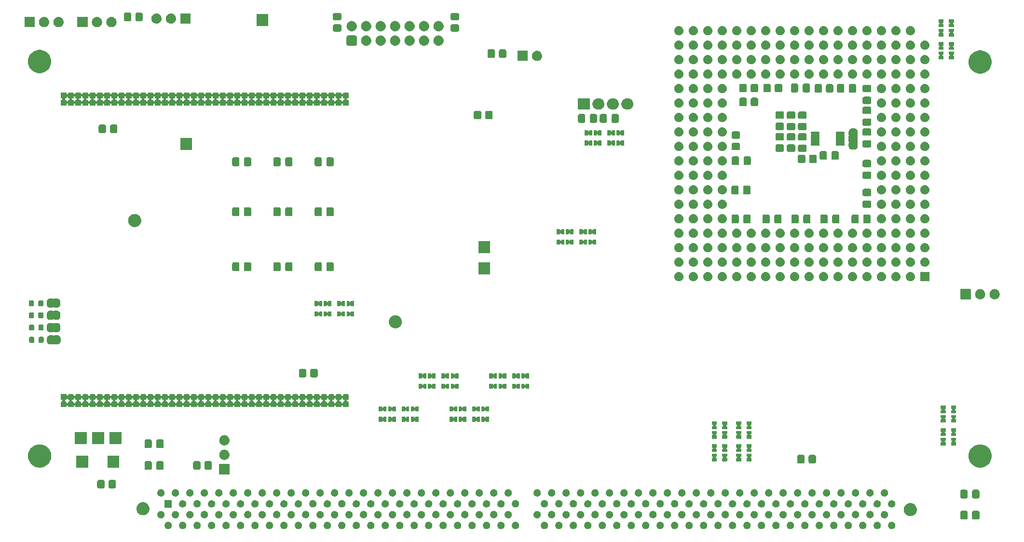
<source format=gbr>
%TF.GenerationSoftware,KiCad,Pcbnew,7.0.6-0*%
%TF.CreationDate,2024-10-04T12:35:45+02:00*%
%TF.ProjectId,Z3660_v022,5a333636-305f-4763-9032-322e6b696361,v0.22*%
%TF.SameCoordinates,Original*%
%TF.FileFunction,Soldermask,Bot*%
%TF.FilePolarity,Negative*%
%FSLAX46Y46*%
G04 Gerber Fmt 4.6, Leading zero omitted, Abs format (unit mm)*
G04 Created by KiCad (PCBNEW 7.0.6-0) date 2024-10-04 12:35:45*
%MOMM*%
%LPD*%
G01*
G04 APERTURE LIST*
G04 APERTURE END LIST*
G36*
X107270104Y-120093162D02*
G01*
X107313455Y-120093162D01*
X107349965Y-120102160D01*
X107379672Y-120105508D01*
X107418094Y-120118952D01*
X107465834Y-120130719D01*
X107494063Y-120145535D01*
X107517100Y-120153596D01*
X107556037Y-120178062D01*
X107604796Y-120203653D01*
X107624387Y-120221009D01*
X107640381Y-120231059D01*
X107676491Y-120267169D01*
X107722266Y-120307722D01*
X107733903Y-120324581D01*
X107743341Y-120334019D01*
X107773010Y-120381238D01*
X107811418Y-120436880D01*
X107816662Y-120450709D01*
X107820804Y-120457300D01*
X107840389Y-120513272D01*
X107867069Y-120583621D01*
X107868165Y-120592651D01*
X107868892Y-120594728D01*
X107875003Y-120648967D01*
X107885986Y-120739415D01*
X107875002Y-120829870D01*
X107868892Y-120884101D01*
X107868165Y-120886176D01*
X107867069Y-120895209D01*
X107840384Y-120965569D01*
X107820804Y-121021529D01*
X107816663Y-121028118D01*
X107811418Y-121041950D01*
X107773003Y-121097601D01*
X107743341Y-121144810D01*
X107733905Y-121154245D01*
X107722266Y-121171108D01*
X107676482Y-121211668D01*
X107640381Y-121247770D01*
X107624391Y-121257816D01*
X107604796Y-121275177D01*
X107556027Y-121300772D01*
X107517100Y-121325233D01*
X107494069Y-121333291D01*
X107465834Y-121348111D01*
X107418085Y-121359879D01*
X107379672Y-121373321D01*
X107349972Y-121376667D01*
X107313455Y-121385668D01*
X107270095Y-121385668D01*
X107234986Y-121389624D01*
X107199877Y-121385668D01*
X107156517Y-121385668D01*
X107120000Y-121376667D01*
X107090299Y-121373321D01*
X107051883Y-121359878D01*
X107004138Y-121348111D01*
X106975904Y-121333292D01*
X106952871Y-121325233D01*
X106913938Y-121300769D01*
X106865176Y-121275177D01*
X106845582Y-121257818D01*
X106829590Y-121247770D01*
X106793480Y-121211660D01*
X106747706Y-121171108D01*
X106736068Y-121154248D01*
X106726630Y-121144810D01*
X106696956Y-121097585D01*
X106658554Y-121041950D01*
X106653309Y-121028122D01*
X106649167Y-121021529D01*
X106629574Y-120965535D01*
X106602903Y-120895209D01*
X106601806Y-120886180D01*
X106601079Y-120884101D01*
X106594955Y-120829755D01*
X106583986Y-120739415D01*
X106594954Y-120649082D01*
X106601079Y-120594728D01*
X106601806Y-120592647D01*
X106602903Y-120583621D01*
X106629569Y-120513306D01*
X106649167Y-120457300D01*
X106653310Y-120450705D01*
X106658554Y-120436880D01*
X106696949Y-120381254D01*
X106726630Y-120334019D01*
X106736071Y-120324577D01*
X106747706Y-120307722D01*
X106793472Y-120267176D01*
X106829590Y-120231059D01*
X106845586Y-120221007D01*
X106865176Y-120203653D01*
X106913928Y-120178065D01*
X106952871Y-120153596D01*
X106975910Y-120145534D01*
X107004138Y-120130719D01*
X107051873Y-120118953D01*
X107090299Y-120105508D01*
X107120007Y-120102160D01*
X107156517Y-120093162D01*
X107199868Y-120093162D01*
X107234986Y-120089205D01*
X107270104Y-120093162D01*
G37*
G36*
X109810104Y-120093162D02*
G01*
X109853455Y-120093162D01*
X109889965Y-120102160D01*
X109919672Y-120105508D01*
X109958094Y-120118952D01*
X110005834Y-120130719D01*
X110034063Y-120145535D01*
X110057100Y-120153596D01*
X110096037Y-120178062D01*
X110144796Y-120203653D01*
X110164387Y-120221009D01*
X110180381Y-120231059D01*
X110216491Y-120267169D01*
X110262266Y-120307722D01*
X110273903Y-120324581D01*
X110283341Y-120334019D01*
X110313010Y-120381238D01*
X110351418Y-120436880D01*
X110356662Y-120450709D01*
X110360804Y-120457300D01*
X110380389Y-120513272D01*
X110407069Y-120583621D01*
X110408165Y-120592651D01*
X110408892Y-120594728D01*
X110415003Y-120648967D01*
X110425986Y-120739415D01*
X110415002Y-120829870D01*
X110408892Y-120884101D01*
X110408165Y-120886176D01*
X110407069Y-120895209D01*
X110380384Y-120965569D01*
X110360804Y-121021529D01*
X110356663Y-121028118D01*
X110351418Y-121041950D01*
X110313003Y-121097601D01*
X110283341Y-121144810D01*
X110273905Y-121154245D01*
X110262266Y-121171108D01*
X110216482Y-121211668D01*
X110180381Y-121247770D01*
X110164391Y-121257816D01*
X110144796Y-121275177D01*
X110096027Y-121300772D01*
X110057100Y-121325233D01*
X110034069Y-121333291D01*
X110005834Y-121348111D01*
X109958085Y-121359879D01*
X109919672Y-121373321D01*
X109889972Y-121376667D01*
X109853455Y-121385668D01*
X109810095Y-121385668D01*
X109774986Y-121389624D01*
X109739877Y-121385668D01*
X109696517Y-121385668D01*
X109660000Y-121376667D01*
X109630299Y-121373321D01*
X109591883Y-121359878D01*
X109544138Y-121348111D01*
X109515904Y-121333292D01*
X109492871Y-121325233D01*
X109453938Y-121300769D01*
X109405176Y-121275177D01*
X109385582Y-121257818D01*
X109369590Y-121247770D01*
X109333480Y-121211660D01*
X109287706Y-121171108D01*
X109276068Y-121154248D01*
X109266630Y-121144810D01*
X109236956Y-121097585D01*
X109198554Y-121041950D01*
X109193309Y-121028122D01*
X109189167Y-121021529D01*
X109169574Y-120965535D01*
X109142903Y-120895209D01*
X109141806Y-120886180D01*
X109141079Y-120884101D01*
X109134955Y-120829755D01*
X109123986Y-120739415D01*
X109134954Y-120649082D01*
X109141079Y-120594728D01*
X109141806Y-120592647D01*
X109142903Y-120583621D01*
X109169569Y-120513306D01*
X109189167Y-120457300D01*
X109193310Y-120450705D01*
X109198554Y-120436880D01*
X109236949Y-120381254D01*
X109266630Y-120334019D01*
X109276071Y-120324577D01*
X109287706Y-120307722D01*
X109333472Y-120267176D01*
X109369590Y-120231059D01*
X109385586Y-120221007D01*
X109405176Y-120203653D01*
X109453928Y-120178065D01*
X109492871Y-120153596D01*
X109515910Y-120145534D01*
X109544138Y-120130719D01*
X109591873Y-120118953D01*
X109630299Y-120105508D01*
X109660007Y-120102160D01*
X109696517Y-120093162D01*
X109739868Y-120093162D01*
X109774986Y-120089205D01*
X109810104Y-120093162D01*
G37*
G36*
X112350104Y-120093162D02*
G01*
X112393455Y-120093162D01*
X112429965Y-120102160D01*
X112459672Y-120105508D01*
X112498094Y-120118952D01*
X112545834Y-120130719D01*
X112574063Y-120145535D01*
X112597100Y-120153596D01*
X112636037Y-120178062D01*
X112684796Y-120203653D01*
X112704387Y-120221009D01*
X112720381Y-120231059D01*
X112756491Y-120267169D01*
X112802266Y-120307722D01*
X112813903Y-120324581D01*
X112823341Y-120334019D01*
X112853010Y-120381238D01*
X112891418Y-120436880D01*
X112896662Y-120450709D01*
X112900804Y-120457300D01*
X112920389Y-120513272D01*
X112947069Y-120583621D01*
X112948165Y-120592651D01*
X112948892Y-120594728D01*
X112955003Y-120648967D01*
X112965986Y-120739415D01*
X112955002Y-120829870D01*
X112948892Y-120884101D01*
X112948165Y-120886176D01*
X112947069Y-120895209D01*
X112920384Y-120965569D01*
X112900804Y-121021529D01*
X112896663Y-121028118D01*
X112891418Y-121041950D01*
X112853003Y-121097601D01*
X112823341Y-121144810D01*
X112813905Y-121154245D01*
X112802266Y-121171108D01*
X112756482Y-121211668D01*
X112720381Y-121247770D01*
X112704391Y-121257816D01*
X112684796Y-121275177D01*
X112636027Y-121300772D01*
X112597100Y-121325233D01*
X112574069Y-121333291D01*
X112545834Y-121348111D01*
X112498085Y-121359879D01*
X112459672Y-121373321D01*
X112429972Y-121376667D01*
X112393455Y-121385668D01*
X112350095Y-121385668D01*
X112314986Y-121389624D01*
X112279877Y-121385668D01*
X112236517Y-121385668D01*
X112200000Y-121376667D01*
X112170299Y-121373321D01*
X112131883Y-121359878D01*
X112084138Y-121348111D01*
X112055904Y-121333292D01*
X112032871Y-121325233D01*
X111993938Y-121300769D01*
X111945176Y-121275177D01*
X111925582Y-121257818D01*
X111909590Y-121247770D01*
X111873480Y-121211660D01*
X111827706Y-121171108D01*
X111816068Y-121154248D01*
X111806630Y-121144810D01*
X111776956Y-121097585D01*
X111738554Y-121041950D01*
X111733309Y-121028122D01*
X111729167Y-121021529D01*
X111709574Y-120965535D01*
X111682903Y-120895209D01*
X111681806Y-120886180D01*
X111681079Y-120884101D01*
X111674955Y-120829755D01*
X111663986Y-120739415D01*
X111674954Y-120649082D01*
X111681079Y-120594728D01*
X111681806Y-120592647D01*
X111682903Y-120583621D01*
X111709569Y-120513306D01*
X111729167Y-120457300D01*
X111733310Y-120450705D01*
X111738554Y-120436880D01*
X111776949Y-120381254D01*
X111806630Y-120334019D01*
X111816071Y-120324577D01*
X111827706Y-120307722D01*
X111873472Y-120267176D01*
X111909590Y-120231059D01*
X111925586Y-120221007D01*
X111945176Y-120203653D01*
X111993928Y-120178065D01*
X112032871Y-120153596D01*
X112055910Y-120145534D01*
X112084138Y-120130719D01*
X112131873Y-120118953D01*
X112170299Y-120105508D01*
X112200007Y-120102160D01*
X112236517Y-120093162D01*
X112279868Y-120093162D01*
X112314986Y-120089205D01*
X112350104Y-120093162D01*
G37*
G36*
X114890104Y-120093162D02*
G01*
X114933455Y-120093162D01*
X114969965Y-120102160D01*
X114999672Y-120105508D01*
X115038094Y-120118952D01*
X115085834Y-120130719D01*
X115114063Y-120145535D01*
X115137100Y-120153596D01*
X115176037Y-120178062D01*
X115224796Y-120203653D01*
X115244387Y-120221009D01*
X115260381Y-120231059D01*
X115296491Y-120267169D01*
X115342266Y-120307722D01*
X115353903Y-120324581D01*
X115363341Y-120334019D01*
X115393010Y-120381238D01*
X115431418Y-120436880D01*
X115436662Y-120450709D01*
X115440804Y-120457300D01*
X115460389Y-120513272D01*
X115487069Y-120583621D01*
X115488165Y-120592651D01*
X115488892Y-120594728D01*
X115495003Y-120648967D01*
X115505986Y-120739415D01*
X115495002Y-120829870D01*
X115488892Y-120884101D01*
X115488165Y-120886176D01*
X115487069Y-120895209D01*
X115460384Y-120965569D01*
X115440804Y-121021529D01*
X115436663Y-121028118D01*
X115431418Y-121041950D01*
X115393003Y-121097601D01*
X115363341Y-121144810D01*
X115353905Y-121154245D01*
X115342266Y-121171108D01*
X115296482Y-121211668D01*
X115260381Y-121247770D01*
X115244391Y-121257816D01*
X115224796Y-121275177D01*
X115176027Y-121300772D01*
X115137100Y-121325233D01*
X115114069Y-121333291D01*
X115085834Y-121348111D01*
X115038085Y-121359879D01*
X114999672Y-121373321D01*
X114969972Y-121376667D01*
X114933455Y-121385668D01*
X114890095Y-121385668D01*
X114854986Y-121389624D01*
X114819877Y-121385668D01*
X114776517Y-121385668D01*
X114740000Y-121376667D01*
X114710299Y-121373321D01*
X114671883Y-121359878D01*
X114624138Y-121348111D01*
X114595904Y-121333292D01*
X114572871Y-121325233D01*
X114533938Y-121300769D01*
X114485176Y-121275177D01*
X114465582Y-121257818D01*
X114449590Y-121247770D01*
X114413480Y-121211660D01*
X114367706Y-121171108D01*
X114356068Y-121154248D01*
X114346630Y-121144810D01*
X114316956Y-121097585D01*
X114278554Y-121041950D01*
X114273309Y-121028122D01*
X114269167Y-121021529D01*
X114249574Y-120965535D01*
X114222903Y-120895209D01*
X114221806Y-120886180D01*
X114221079Y-120884101D01*
X114214955Y-120829755D01*
X114203986Y-120739415D01*
X114214954Y-120649082D01*
X114221079Y-120594728D01*
X114221806Y-120592647D01*
X114222903Y-120583621D01*
X114249569Y-120513306D01*
X114269167Y-120457300D01*
X114273310Y-120450705D01*
X114278554Y-120436880D01*
X114316949Y-120381254D01*
X114346630Y-120334019D01*
X114356071Y-120324577D01*
X114367706Y-120307722D01*
X114413472Y-120267176D01*
X114449590Y-120231059D01*
X114465586Y-120221007D01*
X114485176Y-120203653D01*
X114533928Y-120178065D01*
X114572871Y-120153596D01*
X114595910Y-120145534D01*
X114624138Y-120130719D01*
X114671873Y-120118953D01*
X114710299Y-120105508D01*
X114740007Y-120102160D01*
X114776517Y-120093162D01*
X114819868Y-120093162D01*
X114854986Y-120089205D01*
X114890104Y-120093162D01*
G37*
G36*
X117430104Y-120093162D02*
G01*
X117473455Y-120093162D01*
X117509965Y-120102160D01*
X117539672Y-120105508D01*
X117578094Y-120118952D01*
X117625834Y-120130719D01*
X117654063Y-120145535D01*
X117677100Y-120153596D01*
X117716037Y-120178062D01*
X117764796Y-120203653D01*
X117784387Y-120221009D01*
X117800381Y-120231059D01*
X117836491Y-120267169D01*
X117882266Y-120307722D01*
X117893903Y-120324581D01*
X117903341Y-120334019D01*
X117933010Y-120381238D01*
X117971418Y-120436880D01*
X117976662Y-120450709D01*
X117980804Y-120457300D01*
X118000389Y-120513272D01*
X118027069Y-120583621D01*
X118028165Y-120592651D01*
X118028892Y-120594728D01*
X118035003Y-120648967D01*
X118045986Y-120739415D01*
X118035002Y-120829870D01*
X118028892Y-120884101D01*
X118028165Y-120886176D01*
X118027069Y-120895209D01*
X118000384Y-120965569D01*
X117980804Y-121021529D01*
X117976663Y-121028118D01*
X117971418Y-121041950D01*
X117933003Y-121097601D01*
X117903341Y-121144810D01*
X117893905Y-121154245D01*
X117882266Y-121171108D01*
X117836482Y-121211668D01*
X117800381Y-121247770D01*
X117784391Y-121257816D01*
X117764796Y-121275177D01*
X117716027Y-121300772D01*
X117677100Y-121325233D01*
X117654069Y-121333291D01*
X117625834Y-121348111D01*
X117578085Y-121359879D01*
X117539672Y-121373321D01*
X117509972Y-121376667D01*
X117473455Y-121385668D01*
X117430095Y-121385668D01*
X117394986Y-121389624D01*
X117359877Y-121385668D01*
X117316517Y-121385668D01*
X117280000Y-121376667D01*
X117250299Y-121373321D01*
X117211883Y-121359878D01*
X117164138Y-121348111D01*
X117135904Y-121333292D01*
X117112871Y-121325233D01*
X117073938Y-121300769D01*
X117025176Y-121275177D01*
X117005582Y-121257818D01*
X116989590Y-121247770D01*
X116953480Y-121211660D01*
X116907706Y-121171108D01*
X116896068Y-121154248D01*
X116886630Y-121144810D01*
X116856956Y-121097585D01*
X116818554Y-121041950D01*
X116813309Y-121028122D01*
X116809167Y-121021529D01*
X116789574Y-120965535D01*
X116762903Y-120895209D01*
X116761806Y-120886180D01*
X116761079Y-120884101D01*
X116754955Y-120829755D01*
X116743986Y-120739415D01*
X116754954Y-120649082D01*
X116761079Y-120594728D01*
X116761806Y-120592647D01*
X116762903Y-120583621D01*
X116789569Y-120513306D01*
X116809167Y-120457300D01*
X116813310Y-120450705D01*
X116818554Y-120436880D01*
X116856949Y-120381254D01*
X116886630Y-120334019D01*
X116896071Y-120324577D01*
X116907706Y-120307722D01*
X116953472Y-120267176D01*
X116989590Y-120231059D01*
X117005586Y-120221007D01*
X117025176Y-120203653D01*
X117073928Y-120178065D01*
X117112871Y-120153596D01*
X117135910Y-120145534D01*
X117164138Y-120130719D01*
X117211873Y-120118953D01*
X117250299Y-120105508D01*
X117280007Y-120102160D01*
X117316517Y-120093162D01*
X117359868Y-120093162D01*
X117394986Y-120089205D01*
X117430104Y-120093162D01*
G37*
G36*
X119970104Y-120093162D02*
G01*
X120013455Y-120093162D01*
X120049965Y-120102160D01*
X120079672Y-120105508D01*
X120118094Y-120118952D01*
X120165834Y-120130719D01*
X120194063Y-120145535D01*
X120217100Y-120153596D01*
X120256037Y-120178062D01*
X120304796Y-120203653D01*
X120324387Y-120221009D01*
X120340381Y-120231059D01*
X120376491Y-120267169D01*
X120422266Y-120307722D01*
X120433903Y-120324581D01*
X120443341Y-120334019D01*
X120473010Y-120381238D01*
X120511418Y-120436880D01*
X120516662Y-120450709D01*
X120520804Y-120457300D01*
X120540389Y-120513272D01*
X120567069Y-120583621D01*
X120568165Y-120592651D01*
X120568892Y-120594728D01*
X120575003Y-120648967D01*
X120585986Y-120739415D01*
X120575002Y-120829870D01*
X120568892Y-120884101D01*
X120568165Y-120886176D01*
X120567069Y-120895209D01*
X120540384Y-120965569D01*
X120520804Y-121021529D01*
X120516663Y-121028118D01*
X120511418Y-121041950D01*
X120473003Y-121097601D01*
X120443341Y-121144810D01*
X120433905Y-121154245D01*
X120422266Y-121171108D01*
X120376482Y-121211668D01*
X120340381Y-121247770D01*
X120324391Y-121257816D01*
X120304796Y-121275177D01*
X120256027Y-121300772D01*
X120217100Y-121325233D01*
X120194069Y-121333291D01*
X120165834Y-121348111D01*
X120118085Y-121359879D01*
X120079672Y-121373321D01*
X120049972Y-121376667D01*
X120013455Y-121385668D01*
X119970095Y-121385668D01*
X119934986Y-121389624D01*
X119899877Y-121385668D01*
X119856517Y-121385668D01*
X119820000Y-121376667D01*
X119790299Y-121373321D01*
X119751883Y-121359878D01*
X119704138Y-121348111D01*
X119675904Y-121333292D01*
X119652871Y-121325233D01*
X119613938Y-121300769D01*
X119565176Y-121275177D01*
X119545582Y-121257818D01*
X119529590Y-121247770D01*
X119493480Y-121211660D01*
X119447706Y-121171108D01*
X119436068Y-121154248D01*
X119426630Y-121144810D01*
X119396956Y-121097585D01*
X119358554Y-121041950D01*
X119353309Y-121028122D01*
X119349167Y-121021529D01*
X119329574Y-120965535D01*
X119302903Y-120895209D01*
X119301806Y-120886180D01*
X119301079Y-120884101D01*
X119294955Y-120829755D01*
X119283986Y-120739415D01*
X119294954Y-120649082D01*
X119301079Y-120594728D01*
X119301806Y-120592647D01*
X119302903Y-120583621D01*
X119329569Y-120513306D01*
X119349167Y-120457300D01*
X119353310Y-120450705D01*
X119358554Y-120436880D01*
X119396949Y-120381254D01*
X119426630Y-120334019D01*
X119436071Y-120324577D01*
X119447706Y-120307722D01*
X119493472Y-120267176D01*
X119529590Y-120231059D01*
X119545586Y-120221007D01*
X119565176Y-120203653D01*
X119613928Y-120178065D01*
X119652871Y-120153596D01*
X119675910Y-120145534D01*
X119704138Y-120130719D01*
X119751873Y-120118953D01*
X119790299Y-120105508D01*
X119820007Y-120102160D01*
X119856517Y-120093162D01*
X119899868Y-120093162D01*
X119934986Y-120089205D01*
X119970104Y-120093162D01*
G37*
G36*
X122510104Y-120093162D02*
G01*
X122553455Y-120093162D01*
X122589965Y-120102160D01*
X122619672Y-120105508D01*
X122658094Y-120118952D01*
X122705834Y-120130719D01*
X122734063Y-120145535D01*
X122757100Y-120153596D01*
X122796037Y-120178062D01*
X122844796Y-120203653D01*
X122864387Y-120221009D01*
X122880381Y-120231059D01*
X122916491Y-120267169D01*
X122962266Y-120307722D01*
X122973903Y-120324581D01*
X122983341Y-120334019D01*
X123013010Y-120381238D01*
X123051418Y-120436880D01*
X123056662Y-120450709D01*
X123060804Y-120457300D01*
X123080389Y-120513272D01*
X123107069Y-120583621D01*
X123108165Y-120592651D01*
X123108892Y-120594728D01*
X123115003Y-120648967D01*
X123125986Y-120739415D01*
X123115002Y-120829870D01*
X123108892Y-120884101D01*
X123108165Y-120886176D01*
X123107069Y-120895209D01*
X123080384Y-120965569D01*
X123060804Y-121021529D01*
X123056663Y-121028118D01*
X123051418Y-121041950D01*
X123013003Y-121097601D01*
X122983341Y-121144810D01*
X122973905Y-121154245D01*
X122962266Y-121171108D01*
X122916482Y-121211668D01*
X122880381Y-121247770D01*
X122864391Y-121257816D01*
X122844796Y-121275177D01*
X122796027Y-121300772D01*
X122757100Y-121325233D01*
X122734069Y-121333291D01*
X122705834Y-121348111D01*
X122658085Y-121359879D01*
X122619672Y-121373321D01*
X122589972Y-121376667D01*
X122553455Y-121385668D01*
X122510095Y-121385668D01*
X122474986Y-121389624D01*
X122439877Y-121385668D01*
X122396517Y-121385668D01*
X122360000Y-121376667D01*
X122330299Y-121373321D01*
X122291883Y-121359878D01*
X122244138Y-121348111D01*
X122215904Y-121333292D01*
X122192871Y-121325233D01*
X122153938Y-121300769D01*
X122105176Y-121275177D01*
X122085582Y-121257818D01*
X122069590Y-121247770D01*
X122033480Y-121211660D01*
X121987706Y-121171108D01*
X121976068Y-121154248D01*
X121966630Y-121144810D01*
X121936956Y-121097585D01*
X121898554Y-121041950D01*
X121893309Y-121028122D01*
X121889167Y-121021529D01*
X121869574Y-120965535D01*
X121842903Y-120895209D01*
X121841806Y-120886180D01*
X121841079Y-120884101D01*
X121834955Y-120829755D01*
X121823986Y-120739415D01*
X121834954Y-120649082D01*
X121841079Y-120594728D01*
X121841806Y-120592647D01*
X121842903Y-120583621D01*
X121869569Y-120513306D01*
X121889167Y-120457300D01*
X121893310Y-120450705D01*
X121898554Y-120436880D01*
X121936949Y-120381254D01*
X121966630Y-120334019D01*
X121976071Y-120324577D01*
X121987706Y-120307722D01*
X122033472Y-120267176D01*
X122069590Y-120231059D01*
X122085586Y-120221007D01*
X122105176Y-120203653D01*
X122153928Y-120178065D01*
X122192871Y-120153596D01*
X122215910Y-120145534D01*
X122244138Y-120130719D01*
X122291873Y-120118953D01*
X122330299Y-120105508D01*
X122360007Y-120102160D01*
X122396517Y-120093162D01*
X122439868Y-120093162D01*
X122474986Y-120089205D01*
X122510104Y-120093162D01*
G37*
G36*
X125050104Y-120093162D02*
G01*
X125093455Y-120093162D01*
X125129965Y-120102160D01*
X125159672Y-120105508D01*
X125198094Y-120118952D01*
X125245834Y-120130719D01*
X125274063Y-120145535D01*
X125297100Y-120153596D01*
X125336037Y-120178062D01*
X125384796Y-120203653D01*
X125404387Y-120221009D01*
X125420381Y-120231059D01*
X125456491Y-120267169D01*
X125502266Y-120307722D01*
X125513903Y-120324581D01*
X125523341Y-120334019D01*
X125553010Y-120381238D01*
X125591418Y-120436880D01*
X125596662Y-120450709D01*
X125600804Y-120457300D01*
X125620389Y-120513272D01*
X125647069Y-120583621D01*
X125648165Y-120592651D01*
X125648892Y-120594728D01*
X125655003Y-120648967D01*
X125665986Y-120739415D01*
X125655002Y-120829870D01*
X125648892Y-120884101D01*
X125648165Y-120886176D01*
X125647069Y-120895209D01*
X125620384Y-120965569D01*
X125600804Y-121021529D01*
X125596663Y-121028118D01*
X125591418Y-121041950D01*
X125553003Y-121097601D01*
X125523341Y-121144810D01*
X125513905Y-121154245D01*
X125502266Y-121171108D01*
X125456482Y-121211668D01*
X125420381Y-121247770D01*
X125404391Y-121257816D01*
X125384796Y-121275177D01*
X125336027Y-121300772D01*
X125297100Y-121325233D01*
X125274069Y-121333291D01*
X125245834Y-121348111D01*
X125198085Y-121359879D01*
X125159672Y-121373321D01*
X125129972Y-121376667D01*
X125093455Y-121385668D01*
X125050095Y-121385668D01*
X125014986Y-121389624D01*
X124979877Y-121385668D01*
X124936517Y-121385668D01*
X124900000Y-121376667D01*
X124870299Y-121373321D01*
X124831883Y-121359878D01*
X124784138Y-121348111D01*
X124755904Y-121333292D01*
X124732871Y-121325233D01*
X124693938Y-121300769D01*
X124645176Y-121275177D01*
X124625582Y-121257818D01*
X124609590Y-121247770D01*
X124573480Y-121211660D01*
X124527706Y-121171108D01*
X124516068Y-121154248D01*
X124506630Y-121144810D01*
X124476956Y-121097585D01*
X124438554Y-121041950D01*
X124433309Y-121028122D01*
X124429167Y-121021529D01*
X124409574Y-120965535D01*
X124382903Y-120895209D01*
X124381806Y-120886180D01*
X124381079Y-120884101D01*
X124374955Y-120829755D01*
X124363986Y-120739415D01*
X124374954Y-120649082D01*
X124381079Y-120594728D01*
X124381806Y-120592647D01*
X124382903Y-120583621D01*
X124409569Y-120513306D01*
X124429167Y-120457300D01*
X124433310Y-120450705D01*
X124438554Y-120436880D01*
X124476949Y-120381254D01*
X124506630Y-120334019D01*
X124516071Y-120324577D01*
X124527706Y-120307722D01*
X124573472Y-120267176D01*
X124609590Y-120231059D01*
X124625586Y-120221007D01*
X124645176Y-120203653D01*
X124693928Y-120178065D01*
X124732871Y-120153596D01*
X124755910Y-120145534D01*
X124784138Y-120130719D01*
X124831873Y-120118953D01*
X124870299Y-120105508D01*
X124900007Y-120102160D01*
X124936517Y-120093162D01*
X124979868Y-120093162D01*
X125014986Y-120089205D01*
X125050104Y-120093162D01*
G37*
G36*
X127590104Y-120093162D02*
G01*
X127633455Y-120093162D01*
X127669965Y-120102160D01*
X127699672Y-120105508D01*
X127738094Y-120118952D01*
X127785834Y-120130719D01*
X127814063Y-120145535D01*
X127837100Y-120153596D01*
X127876037Y-120178062D01*
X127924796Y-120203653D01*
X127944387Y-120221009D01*
X127960381Y-120231059D01*
X127996491Y-120267169D01*
X128042266Y-120307722D01*
X128053903Y-120324581D01*
X128063341Y-120334019D01*
X128093010Y-120381238D01*
X128131418Y-120436880D01*
X128136662Y-120450709D01*
X128140804Y-120457300D01*
X128160389Y-120513272D01*
X128187069Y-120583621D01*
X128188165Y-120592651D01*
X128188892Y-120594728D01*
X128195003Y-120648967D01*
X128205986Y-120739415D01*
X128195002Y-120829870D01*
X128188892Y-120884101D01*
X128188165Y-120886176D01*
X128187069Y-120895209D01*
X128160384Y-120965569D01*
X128140804Y-121021529D01*
X128136663Y-121028118D01*
X128131418Y-121041950D01*
X128093003Y-121097601D01*
X128063341Y-121144810D01*
X128053905Y-121154245D01*
X128042266Y-121171108D01*
X127996482Y-121211668D01*
X127960381Y-121247770D01*
X127944391Y-121257816D01*
X127924796Y-121275177D01*
X127876027Y-121300772D01*
X127837100Y-121325233D01*
X127814069Y-121333291D01*
X127785834Y-121348111D01*
X127738085Y-121359879D01*
X127699672Y-121373321D01*
X127669972Y-121376667D01*
X127633455Y-121385668D01*
X127590095Y-121385668D01*
X127554986Y-121389624D01*
X127519877Y-121385668D01*
X127476517Y-121385668D01*
X127440000Y-121376667D01*
X127410299Y-121373321D01*
X127371883Y-121359878D01*
X127324138Y-121348111D01*
X127295904Y-121333292D01*
X127272871Y-121325233D01*
X127233938Y-121300769D01*
X127185176Y-121275177D01*
X127165582Y-121257818D01*
X127149590Y-121247770D01*
X127113480Y-121211660D01*
X127067706Y-121171108D01*
X127056068Y-121154248D01*
X127046630Y-121144810D01*
X127016956Y-121097585D01*
X126978554Y-121041950D01*
X126973309Y-121028122D01*
X126969167Y-121021529D01*
X126949574Y-120965535D01*
X126922903Y-120895209D01*
X126921806Y-120886180D01*
X126921079Y-120884101D01*
X126914955Y-120829755D01*
X126903986Y-120739415D01*
X126914954Y-120649082D01*
X126921079Y-120594728D01*
X126921806Y-120592647D01*
X126922903Y-120583621D01*
X126949569Y-120513306D01*
X126969167Y-120457300D01*
X126973310Y-120450705D01*
X126978554Y-120436880D01*
X127016949Y-120381254D01*
X127046630Y-120334019D01*
X127056071Y-120324577D01*
X127067706Y-120307722D01*
X127113472Y-120267176D01*
X127149590Y-120231059D01*
X127165586Y-120221007D01*
X127185176Y-120203653D01*
X127233928Y-120178065D01*
X127272871Y-120153596D01*
X127295910Y-120145534D01*
X127324138Y-120130719D01*
X127371873Y-120118953D01*
X127410299Y-120105508D01*
X127440007Y-120102160D01*
X127476517Y-120093162D01*
X127519868Y-120093162D01*
X127554986Y-120089205D01*
X127590104Y-120093162D01*
G37*
G36*
X130130104Y-120093162D02*
G01*
X130173455Y-120093162D01*
X130209965Y-120102160D01*
X130239672Y-120105508D01*
X130278094Y-120118952D01*
X130325834Y-120130719D01*
X130354063Y-120145535D01*
X130377100Y-120153596D01*
X130416037Y-120178062D01*
X130464796Y-120203653D01*
X130484387Y-120221009D01*
X130500381Y-120231059D01*
X130536491Y-120267169D01*
X130582266Y-120307722D01*
X130593903Y-120324581D01*
X130603341Y-120334019D01*
X130633010Y-120381238D01*
X130671418Y-120436880D01*
X130676662Y-120450709D01*
X130680804Y-120457300D01*
X130700389Y-120513272D01*
X130727069Y-120583621D01*
X130728165Y-120592651D01*
X130728892Y-120594728D01*
X130735003Y-120648967D01*
X130745986Y-120739415D01*
X130735002Y-120829870D01*
X130728892Y-120884101D01*
X130728165Y-120886176D01*
X130727069Y-120895209D01*
X130700384Y-120965569D01*
X130680804Y-121021529D01*
X130676663Y-121028118D01*
X130671418Y-121041950D01*
X130633003Y-121097601D01*
X130603341Y-121144810D01*
X130593905Y-121154245D01*
X130582266Y-121171108D01*
X130536482Y-121211668D01*
X130500381Y-121247770D01*
X130484391Y-121257816D01*
X130464796Y-121275177D01*
X130416027Y-121300772D01*
X130377100Y-121325233D01*
X130354069Y-121333291D01*
X130325834Y-121348111D01*
X130278085Y-121359879D01*
X130239672Y-121373321D01*
X130209972Y-121376667D01*
X130173455Y-121385668D01*
X130130095Y-121385668D01*
X130094986Y-121389624D01*
X130059877Y-121385668D01*
X130016517Y-121385668D01*
X129980000Y-121376667D01*
X129950299Y-121373321D01*
X129911883Y-121359878D01*
X129864138Y-121348111D01*
X129835904Y-121333292D01*
X129812871Y-121325233D01*
X129773938Y-121300769D01*
X129725176Y-121275177D01*
X129705582Y-121257818D01*
X129689590Y-121247770D01*
X129653480Y-121211660D01*
X129607706Y-121171108D01*
X129596068Y-121154248D01*
X129586630Y-121144810D01*
X129556956Y-121097585D01*
X129518554Y-121041950D01*
X129513309Y-121028122D01*
X129509167Y-121021529D01*
X129489574Y-120965535D01*
X129462903Y-120895209D01*
X129461806Y-120886180D01*
X129461079Y-120884101D01*
X129454955Y-120829755D01*
X129443986Y-120739415D01*
X129454954Y-120649082D01*
X129461079Y-120594728D01*
X129461806Y-120592647D01*
X129462903Y-120583621D01*
X129489569Y-120513306D01*
X129509167Y-120457300D01*
X129513310Y-120450705D01*
X129518554Y-120436880D01*
X129556949Y-120381254D01*
X129586630Y-120334019D01*
X129596071Y-120324577D01*
X129607706Y-120307722D01*
X129653472Y-120267176D01*
X129689590Y-120231059D01*
X129705586Y-120221007D01*
X129725176Y-120203653D01*
X129773928Y-120178065D01*
X129812871Y-120153596D01*
X129835910Y-120145534D01*
X129864138Y-120130719D01*
X129911873Y-120118953D01*
X129950299Y-120105508D01*
X129980007Y-120102160D01*
X130016517Y-120093162D01*
X130059868Y-120093162D01*
X130094986Y-120089205D01*
X130130104Y-120093162D01*
G37*
G36*
X132670104Y-120093162D02*
G01*
X132713455Y-120093162D01*
X132749965Y-120102160D01*
X132779672Y-120105508D01*
X132818094Y-120118952D01*
X132865834Y-120130719D01*
X132894063Y-120145535D01*
X132917100Y-120153596D01*
X132956037Y-120178062D01*
X133004796Y-120203653D01*
X133024387Y-120221009D01*
X133040381Y-120231059D01*
X133076491Y-120267169D01*
X133122266Y-120307722D01*
X133133903Y-120324581D01*
X133143341Y-120334019D01*
X133173010Y-120381238D01*
X133211418Y-120436880D01*
X133216662Y-120450709D01*
X133220804Y-120457300D01*
X133240389Y-120513272D01*
X133267069Y-120583621D01*
X133268165Y-120592651D01*
X133268892Y-120594728D01*
X133275003Y-120648967D01*
X133285986Y-120739415D01*
X133275002Y-120829870D01*
X133268892Y-120884101D01*
X133268165Y-120886176D01*
X133267069Y-120895209D01*
X133240384Y-120965569D01*
X133220804Y-121021529D01*
X133216663Y-121028118D01*
X133211418Y-121041950D01*
X133173003Y-121097601D01*
X133143341Y-121144810D01*
X133133905Y-121154245D01*
X133122266Y-121171108D01*
X133076482Y-121211668D01*
X133040381Y-121247770D01*
X133024391Y-121257816D01*
X133004796Y-121275177D01*
X132956027Y-121300772D01*
X132917100Y-121325233D01*
X132894069Y-121333291D01*
X132865834Y-121348111D01*
X132818085Y-121359879D01*
X132779672Y-121373321D01*
X132749972Y-121376667D01*
X132713455Y-121385668D01*
X132670095Y-121385668D01*
X132634986Y-121389624D01*
X132599877Y-121385668D01*
X132556517Y-121385668D01*
X132520000Y-121376667D01*
X132490299Y-121373321D01*
X132451883Y-121359878D01*
X132404138Y-121348111D01*
X132375904Y-121333292D01*
X132352871Y-121325233D01*
X132313938Y-121300769D01*
X132265176Y-121275177D01*
X132245582Y-121257818D01*
X132229590Y-121247770D01*
X132193480Y-121211660D01*
X132147706Y-121171108D01*
X132136068Y-121154248D01*
X132126630Y-121144810D01*
X132096956Y-121097585D01*
X132058554Y-121041950D01*
X132053309Y-121028122D01*
X132049167Y-121021529D01*
X132029574Y-120965535D01*
X132002903Y-120895209D01*
X132001806Y-120886180D01*
X132001079Y-120884101D01*
X131994955Y-120829755D01*
X131983986Y-120739415D01*
X131994954Y-120649082D01*
X132001079Y-120594728D01*
X132001806Y-120592647D01*
X132002903Y-120583621D01*
X132029569Y-120513306D01*
X132049167Y-120457300D01*
X132053310Y-120450705D01*
X132058554Y-120436880D01*
X132096949Y-120381254D01*
X132126630Y-120334019D01*
X132136071Y-120324577D01*
X132147706Y-120307722D01*
X132193472Y-120267176D01*
X132229590Y-120231059D01*
X132245586Y-120221007D01*
X132265176Y-120203653D01*
X132313928Y-120178065D01*
X132352871Y-120153596D01*
X132375910Y-120145534D01*
X132404138Y-120130719D01*
X132451873Y-120118953D01*
X132490299Y-120105508D01*
X132520007Y-120102160D01*
X132556517Y-120093162D01*
X132599868Y-120093162D01*
X132634986Y-120089205D01*
X132670104Y-120093162D01*
G37*
G36*
X135210104Y-120093162D02*
G01*
X135253455Y-120093162D01*
X135289965Y-120102160D01*
X135319672Y-120105508D01*
X135358094Y-120118952D01*
X135405834Y-120130719D01*
X135434063Y-120145535D01*
X135457100Y-120153596D01*
X135496037Y-120178062D01*
X135544796Y-120203653D01*
X135564387Y-120221009D01*
X135580381Y-120231059D01*
X135616491Y-120267169D01*
X135662266Y-120307722D01*
X135673903Y-120324581D01*
X135683341Y-120334019D01*
X135713010Y-120381238D01*
X135751418Y-120436880D01*
X135756662Y-120450709D01*
X135760804Y-120457300D01*
X135780389Y-120513272D01*
X135807069Y-120583621D01*
X135808165Y-120592651D01*
X135808892Y-120594728D01*
X135815003Y-120648967D01*
X135825986Y-120739415D01*
X135815002Y-120829870D01*
X135808892Y-120884101D01*
X135808165Y-120886176D01*
X135807069Y-120895209D01*
X135780384Y-120965569D01*
X135760804Y-121021529D01*
X135756663Y-121028118D01*
X135751418Y-121041950D01*
X135713003Y-121097601D01*
X135683341Y-121144810D01*
X135673905Y-121154245D01*
X135662266Y-121171108D01*
X135616482Y-121211668D01*
X135580381Y-121247770D01*
X135564391Y-121257816D01*
X135544796Y-121275177D01*
X135496027Y-121300772D01*
X135457100Y-121325233D01*
X135434069Y-121333291D01*
X135405834Y-121348111D01*
X135358085Y-121359879D01*
X135319672Y-121373321D01*
X135289972Y-121376667D01*
X135253455Y-121385668D01*
X135210095Y-121385668D01*
X135174986Y-121389624D01*
X135139877Y-121385668D01*
X135096517Y-121385668D01*
X135060000Y-121376667D01*
X135030299Y-121373321D01*
X134991883Y-121359878D01*
X134944138Y-121348111D01*
X134915904Y-121333292D01*
X134892871Y-121325233D01*
X134853938Y-121300769D01*
X134805176Y-121275177D01*
X134785582Y-121257818D01*
X134769590Y-121247770D01*
X134733480Y-121211660D01*
X134687706Y-121171108D01*
X134676068Y-121154248D01*
X134666630Y-121144810D01*
X134636956Y-121097585D01*
X134598554Y-121041950D01*
X134593309Y-121028122D01*
X134589167Y-121021529D01*
X134569574Y-120965535D01*
X134542903Y-120895209D01*
X134541806Y-120886180D01*
X134541079Y-120884101D01*
X134534955Y-120829755D01*
X134523986Y-120739415D01*
X134534954Y-120649082D01*
X134541079Y-120594728D01*
X134541806Y-120592647D01*
X134542903Y-120583621D01*
X134569569Y-120513306D01*
X134589167Y-120457300D01*
X134593310Y-120450705D01*
X134598554Y-120436880D01*
X134636949Y-120381254D01*
X134666630Y-120334019D01*
X134676071Y-120324577D01*
X134687706Y-120307722D01*
X134733472Y-120267176D01*
X134769590Y-120231059D01*
X134785586Y-120221007D01*
X134805176Y-120203653D01*
X134853928Y-120178065D01*
X134892871Y-120153596D01*
X134915910Y-120145534D01*
X134944138Y-120130719D01*
X134991873Y-120118953D01*
X135030299Y-120105508D01*
X135060007Y-120102160D01*
X135096517Y-120093162D01*
X135139868Y-120093162D01*
X135174986Y-120089205D01*
X135210104Y-120093162D01*
G37*
G36*
X137750104Y-120093162D02*
G01*
X137793455Y-120093162D01*
X137829965Y-120102160D01*
X137859672Y-120105508D01*
X137898094Y-120118952D01*
X137945834Y-120130719D01*
X137974063Y-120145535D01*
X137997100Y-120153596D01*
X138036037Y-120178062D01*
X138084796Y-120203653D01*
X138104387Y-120221009D01*
X138120381Y-120231059D01*
X138156491Y-120267169D01*
X138202266Y-120307722D01*
X138213903Y-120324581D01*
X138223341Y-120334019D01*
X138253010Y-120381238D01*
X138291418Y-120436880D01*
X138296662Y-120450709D01*
X138300804Y-120457300D01*
X138320389Y-120513272D01*
X138347069Y-120583621D01*
X138348165Y-120592651D01*
X138348892Y-120594728D01*
X138355003Y-120648967D01*
X138365986Y-120739415D01*
X138355002Y-120829870D01*
X138348892Y-120884101D01*
X138348165Y-120886176D01*
X138347069Y-120895209D01*
X138320384Y-120965569D01*
X138300804Y-121021529D01*
X138296663Y-121028118D01*
X138291418Y-121041950D01*
X138253003Y-121097601D01*
X138223341Y-121144810D01*
X138213905Y-121154245D01*
X138202266Y-121171108D01*
X138156482Y-121211668D01*
X138120381Y-121247770D01*
X138104391Y-121257816D01*
X138084796Y-121275177D01*
X138036027Y-121300772D01*
X137997100Y-121325233D01*
X137974069Y-121333291D01*
X137945834Y-121348111D01*
X137898085Y-121359879D01*
X137859672Y-121373321D01*
X137829972Y-121376667D01*
X137793455Y-121385668D01*
X137750095Y-121385668D01*
X137714986Y-121389624D01*
X137679877Y-121385668D01*
X137636517Y-121385668D01*
X137600000Y-121376667D01*
X137570299Y-121373321D01*
X137531883Y-121359878D01*
X137484138Y-121348111D01*
X137455904Y-121333292D01*
X137432871Y-121325233D01*
X137393938Y-121300769D01*
X137345176Y-121275177D01*
X137325582Y-121257818D01*
X137309590Y-121247770D01*
X137273480Y-121211660D01*
X137227706Y-121171108D01*
X137216068Y-121154248D01*
X137206630Y-121144810D01*
X137176956Y-121097585D01*
X137138554Y-121041950D01*
X137133309Y-121028122D01*
X137129167Y-121021529D01*
X137109574Y-120965535D01*
X137082903Y-120895209D01*
X137081806Y-120886180D01*
X137081079Y-120884101D01*
X137074955Y-120829755D01*
X137063986Y-120739415D01*
X137074954Y-120649082D01*
X137081079Y-120594728D01*
X137081806Y-120592647D01*
X137082903Y-120583621D01*
X137109569Y-120513306D01*
X137129167Y-120457300D01*
X137133310Y-120450705D01*
X137138554Y-120436880D01*
X137176949Y-120381254D01*
X137206630Y-120334019D01*
X137216071Y-120324577D01*
X137227706Y-120307722D01*
X137273472Y-120267176D01*
X137309590Y-120231059D01*
X137325586Y-120221007D01*
X137345176Y-120203653D01*
X137393928Y-120178065D01*
X137432871Y-120153596D01*
X137455910Y-120145534D01*
X137484138Y-120130719D01*
X137531873Y-120118953D01*
X137570299Y-120105508D01*
X137600007Y-120102160D01*
X137636517Y-120093162D01*
X137679868Y-120093162D01*
X137714986Y-120089205D01*
X137750104Y-120093162D01*
G37*
G36*
X140290104Y-120093162D02*
G01*
X140333455Y-120093162D01*
X140369965Y-120102160D01*
X140399672Y-120105508D01*
X140438094Y-120118952D01*
X140485834Y-120130719D01*
X140514063Y-120145535D01*
X140537100Y-120153596D01*
X140576037Y-120178062D01*
X140624796Y-120203653D01*
X140644387Y-120221009D01*
X140660381Y-120231059D01*
X140696491Y-120267169D01*
X140742266Y-120307722D01*
X140753903Y-120324581D01*
X140763341Y-120334019D01*
X140793010Y-120381238D01*
X140831418Y-120436880D01*
X140836662Y-120450709D01*
X140840804Y-120457300D01*
X140860389Y-120513272D01*
X140887069Y-120583621D01*
X140888165Y-120592651D01*
X140888892Y-120594728D01*
X140895003Y-120648967D01*
X140905986Y-120739415D01*
X140895002Y-120829870D01*
X140888892Y-120884101D01*
X140888165Y-120886176D01*
X140887069Y-120895209D01*
X140860384Y-120965569D01*
X140840804Y-121021529D01*
X140836663Y-121028118D01*
X140831418Y-121041950D01*
X140793003Y-121097601D01*
X140763341Y-121144810D01*
X140753905Y-121154245D01*
X140742266Y-121171108D01*
X140696482Y-121211668D01*
X140660381Y-121247770D01*
X140644391Y-121257816D01*
X140624796Y-121275177D01*
X140576027Y-121300772D01*
X140537100Y-121325233D01*
X140514069Y-121333291D01*
X140485834Y-121348111D01*
X140438085Y-121359879D01*
X140399672Y-121373321D01*
X140369972Y-121376667D01*
X140333455Y-121385668D01*
X140290095Y-121385668D01*
X140254986Y-121389624D01*
X140219877Y-121385668D01*
X140176517Y-121385668D01*
X140140000Y-121376667D01*
X140110299Y-121373321D01*
X140071883Y-121359878D01*
X140024138Y-121348111D01*
X139995904Y-121333292D01*
X139972871Y-121325233D01*
X139933938Y-121300769D01*
X139885176Y-121275177D01*
X139865582Y-121257818D01*
X139849590Y-121247770D01*
X139813480Y-121211660D01*
X139767706Y-121171108D01*
X139756068Y-121154248D01*
X139746630Y-121144810D01*
X139716956Y-121097585D01*
X139678554Y-121041950D01*
X139673309Y-121028122D01*
X139669167Y-121021529D01*
X139649574Y-120965535D01*
X139622903Y-120895209D01*
X139621806Y-120886180D01*
X139621079Y-120884101D01*
X139614955Y-120829755D01*
X139603986Y-120739415D01*
X139614954Y-120649082D01*
X139621079Y-120594728D01*
X139621806Y-120592647D01*
X139622903Y-120583621D01*
X139649569Y-120513306D01*
X139669167Y-120457300D01*
X139673310Y-120450705D01*
X139678554Y-120436880D01*
X139716949Y-120381254D01*
X139746630Y-120334019D01*
X139756071Y-120324577D01*
X139767706Y-120307722D01*
X139813472Y-120267176D01*
X139849590Y-120231059D01*
X139865586Y-120221007D01*
X139885176Y-120203653D01*
X139933928Y-120178065D01*
X139972871Y-120153596D01*
X139995910Y-120145534D01*
X140024138Y-120130719D01*
X140071873Y-120118953D01*
X140110299Y-120105508D01*
X140140007Y-120102160D01*
X140176517Y-120093162D01*
X140219868Y-120093162D01*
X140254986Y-120089205D01*
X140290104Y-120093162D01*
G37*
G36*
X142830104Y-120093162D02*
G01*
X142873455Y-120093162D01*
X142909965Y-120102160D01*
X142939672Y-120105508D01*
X142978094Y-120118952D01*
X143025834Y-120130719D01*
X143054063Y-120145535D01*
X143077100Y-120153596D01*
X143116037Y-120178062D01*
X143164796Y-120203653D01*
X143184387Y-120221009D01*
X143200381Y-120231059D01*
X143236491Y-120267169D01*
X143282266Y-120307722D01*
X143293903Y-120324581D01*
X143303341Y-120334019D01*
X143333010Y-120381238D01*
X143371418Y-120436880D01*
X143376662Y-120450709D01*
X143380804Y-120457300D01*
X143400389Y-120513272D01*
X143427069Y-120583621D01*
X143428165Y-120592651D01*
X143428892Y-120594728D01*
X143435003Y-120648967D01*
X143445986Y-120739415D01*
X143435002Y-120829870D01*
X143428892Y-120884101D01*
X143428165Y-120886176D01*
X143427069Y-120895209D01*
X143400384Y-120965569D01*
X143380804Y-121021529D01*
X143376663Y-121028118D01*
X143371418Y-121041950D01*
X143333003Y-121097601D01*
X143303341Y-121144810D01*
X143293905Y-121154245D01*
X143282266Y-121171108D01*
X143236482Y-121211668D01*
X143200381Y-121247770D01*
X143184391Y-121257816D01*
X143164796Y-121275177D01*
X143116027Y-121300772D01*
X143077100Y-121325233D01*
X143054069Y-121333291D01*
X143025834Y-121348111D01*
X142978085Y-121359879D01*
X142939672Y-121373321D01*
X142909972Y-121376667D01*
X142873455Y-121385668D01*
X142830095Y-121385668D01*
X142794986Y-121389624D01*
X142759877Y-121385668D01*
X142716517Y-121385668D01*
X142680000Y-121376667D01*
X142650299Y-121373321D01*
X142611883Y-121359878D01*
X142564138Y-121348111D01*
X142535904Y-121333292D01*
X142512871Y-121325233D01*
X142473938Y-121300769D01*
X142425176Y-121275177D01*
X142405582Y-121257818D01*
X142389590Y-121247770D01*
X142353480Y-121211660D01*
X142307706Y-121171108D01*
X142296068Y-121154248D01*
X142286630Y-121144810D01*
X142256956Y-121097585D01*
X142218554Y-121041950D01*
X142213309Y-121028122D01*
X142209167Y-121021529D01*
X142189574Y-120965535D01*
X142162903Y-120895209D01*
X142161806Y-120886180D01*
X142161079Y-120884101D01*
X142154955Y-120829755D01*
X142143986Y-120739415D01*
X142154954Y-120649082D01*
X142161079Y-120594728D01*
X142161806Y-120592647D01*
X142162903Y-120583621D01*
X142189569Y-120513306D01*
X142209167Y-120457300D01*
X142213310Y-120450705D01*
X142218554Y-120436880D01*
X142256949Y-120381254D01*
X142286630Y-120334019D01*
X142296071Y-120324577D01*
X142307706Y-120307722D01*
X142353472Y-120267176D01*
X142389590Y-120231059D01*
X142405586Y-120221007D01*
X142425176Y-120203653D01*
X142473928Y-120178065D01*
X142512871Y-120153596D01*
X142535910Y-120145534D01*
X142564138Y-120130719D01*
X142611873Y-120118953D01*
X142650299Y-120105508D01*
X142680007Y-120102160D01*
X142716517Y-120093162D01*
X142759868Y-120093162D01*
X142794986Y-120089205D01*
X142830104Y-120093162D01*
G37*
G36*
X145370104Y-120093162D02*
G01*
X145413455Y-120093162D01*
X145449965Y-120102160D01*
X145479672Y-120105508D01*
X145518094Y-120118952D01*
X145565834Y-120130719D01*
X145594063Y-120145535D01*
X145617100Y-120153596D01*
X145656037Y-120178062D01*
X145704796Y-120203653D01*
X145724387Y-120221009D01*
X145740381Y-120231059D01*
X145776491Y-120267169D01*
X145822266Y-120307722D01*
X145833903Y-120324581D01*
X145843341Y-120334019D01*
X145873010Y-120381238D01*
X145911418Y-120436880D01*
X145916662Y-120450709D01*
X145920804Y-120457300D01*
X145940389Y-120513272D01*
X145967069Y-120583621D01*
X145968165Y-120592651D01*
X145968892Y-120594728D01*
X145975004Y-120648972D01*
X145985986Y-120739415D01*
X145975002Y-120829874D01*
X145968892Y-120884101D01*
X145968165Y-120886176D01*
X145967069Y-120895209D01*
X145940384Y-120965569D01*
X145920804Y-121021529D01*
X145916663Y-121028118D01*
X145911418Y-121041950D01*
X145873003Y-121097601D01*
X145843341Y-121144810D01*
X145833905Y-121154245D01*
X145822266Y-121171108D01*
X145776482Y-121211668D01*
X145740381Y-121247770D01*
X145724391Y-121257816D01*
X145704796Y-121275177D01*
X145656027Y-121300772D01*
X145617100Y-121325233D01*
X145594069Y-121333291D01*
X145565834Y-121348111D01*
X145518085Y-121359879D01*
X145479672Y-121373321D01*
X145449972Y-121376667D01*
X145413455Y-121385668D01*
X145370095Y-121385668D01*
X145334986Y-121389624D01*
X145299877Y-121385668D01*
X145256517Y-121385668D01*
X145220000Y-121376667D01*
X145190299Y-121373321D01*
X145151883Y-121359878D01*
X145104138Y-121348111D01*
X145075904Y-121333292D01*
X145052871Y-121325233D01*
X145013938Y-121300769D01*
X144965176Y-121275177D01*
X144945582Y-121257818D01*
X144929590Y-121247770D01*
X144893480Y-121211660D01*
X144847706Y-121171108D01*
X144836068Y-121154248D01*
X144826630Y-121144810D01*
X144796956Y-121097585D01*
X144758554Y-121041950D01*
X144753309Y-121028122D01*
X144749167Y-121021529D01*
X144729574Y-120965535D01*
X144702903Y-120895209D01*
X144701806Y-120886180D01*
X144701079Y-120884101D01*
X144694955Y-120829755D01*
X144683986Y-120739415D01*
X144694954Y-120649082D01*
X144701079Y-120594728D01*
X144701806Y-120592647D01*
X144702903Y-120583621D01*
X144729569Y-120513306D01*
X144749167Y-120457300D01*
X144753310Y-120450705D01*
X144758554Y-120436880D01*
X144796949Y-120381254D01*
X144826630Y-120334019D01*
X144836071Y-120324577D01*
X144847706Y-120307722D01*
X144893472Y-120267176D01*
X144929590Y-120231059D01*
X144945586Y-120221007D01*
X144965176Y-120203653D01*
X145013928Y-120178065D01*
X145052871Y-120153596D01*
X145075910Y-120145534D01*
X145104138Y-120130719D01*
X145151873Y-120118953D01*
X145190299Y-120105508D01*
X145220007Y-120102160D01*
X145256517Y-120093162D01*
X145299868Y-120093162D01*
X145334986Y-120089205D01*
X145370104Y-120093162D01*
G37*
G36*
X147910104Y-120093162D02*
G01*
X147953455Y-120093162D01*
X147989965Y-120102160D01*
X148019672Y-120105508D01*
X148058094Y-120118952D01*
X148105834Y-120130719D01*
X148134063Y-120145535D01*
X148157100Y-120153596D01*
X148196037Y-120178062D01*
X148244796Y-120203653D01*
X148264387Y-120221009D01*
X148280381Y-120231059D01*
X148316491Y-120267169D01*
X148362266Y-120307722D01*
X148373903Y-120324581D01*
X148383341Y-120334019D01*
X148413010Y-120381238D01*
X148451418Y-120436880D01*
X148456662Y-120450709D01*
X148460804Y-120457300D01*
X148480389Y-120513272D01*
X148507069Y-120583621D01*
X148508165Y-120592651D01*
X148508892Y-120594728D01*
X148515003Y-120648967D01*
X148525986Y-120739415D01*
X148515002Y-120829870D01*
X148508892Y-120884101D01*
X148508165Y-120886176D01*
X148507069Y-120895209D01*
X148480384Y-120965569D01*
X148460804Y-121021529D01*
X148456663Y-121028118D01*
X148451418Y-121041950D01*
X148413003Y-121097601D01*
X148383341Y-121144810D01*
X148373905Y-121154245D01*
X148362266Y-121171108D01*
X148316482Y-121211668D01*
X148280381Y-121247770D01*
X148264391Y-121257816D01*
X148244796Y-121275177D01*
X148196027Y-121300772D01*
X148157100Y-121325233D01*
X148134069Y-121333291D01*
X148105834Y-121348111D01*
X148058085Y-121359879D01*
X148019672Y-121373321D01*
X147989972Y-121376667D01*
X147953455Y-121385668D01*
X147910095Y-121385668D01*
X147874986Y-121389624D01*
X147839877Y-121385668D01*
X147796517Y-121385668D01*
X147760000Y-121376667D01*
X147730299Y-121373321D01*
X147691883Y-121359878D01*
X147644138Y-121348111D01*
X147615904Y-121333292D01*
X147592871Y-121325233D01*
X147553938Y-121300769D01*
X147505176Y-121275177D01*
X147485582Y-121257818D01*
X147469590Y-121247770D01*
X147433480Y-121211660D01*
X147387706Y-121171108D01*
X147376068Y-121154248D01*
X147366630Y-121144810D01*
X147336956Y-121097585D01*
X147298554Y-121041950D01*
X147293309Y-121028122D01*
X147289167Y-121021529D01*
X147269574Y-120965535D01*
X147242903Y-120895209D01*
X147241806Y-120886180D01*
X147241079Y-120884101D01*
X147234956Y-120829760D01*
X147223986Y-120739415D01*
X147234953Y-120649087D01*
X147241079Y-120594728D01*
X147241806Y-120592647D01*
X147242903Y-120583621D01*
X147269569Y-120513306D01*
X147289167Y-120457300D01*
X147293310Y-120450705D01*
X147298554Y-120436880D01*
X147336949Y-120381254D01*
X147366630Y-120334019D01*
X147376071Y-120324577D01*
X147387706Y-120307722D01*
X147433472Y-120267176D01*
X147469590Y-120231059D01*
X147485586Y-120221007D01*
X147505176Y-120203653D01*
X147553928Y-120178065D01*
X147592871Y-120153596D01*
X147615910Y-120145534D01*
X147644138Y-120130719D01*
X147691873Y-120118953D01*
X147730299Y-120105508D01*
X147760007Y-120102160D01*
X147796517Y-120093162D01*
X147839868Y-120093162D01*
X147874986Y-120089205D01*
X147910104Y-120093162D01*
G37*
G36*
X150450104Y-120093162D02*
G01*
X150493455Y-120093162D01*
X150529965Y-120102160D01*
X150559672Y-120105508D01*
X150598094Y-120118952D01*
X150645834Y-120130719D01*
X150674063Y-120145535D01*
X150697100Y-120153596D01*
X150736037Y-120178062D01*
X150784796Y-120203653D01*
X150804387Y-120221009D01*
X150820381Y-120231059D01*
X150856491Y-120267169D01*
X150902266Y-120307722D01*
X150913903Y-120324581D01*
X150923341Y-120334019D01*
X150953010Y-120381238D01*
X150991418Y-120436880D01*
X150996662Y-120450709D01*
X151000804Y-120457300D01*
X151020389Y-120513272D01*
X151047069Y-120583621D01*
X151048165Y-120592651D01*
X151048892Y-120594728D01*
X151055004Y-120648972D01*
X151065986Y-120739415D01*
X151055002Y-120829874D01*
X151048892Y-120884101D01*
X151048165Y-120886176D01*
X151047069Y-120895209D01*
X151020384Y-120965569D01*
X151000804Y-121021529D01*
X150996663Y-121028118D01*
X150991418Y-121041950D01*
X150953003Y-121097601D01*
X150923341Y-121144810D01*
X150913905Y-121154245D01*
X150902266Y-121171108D01*
X150856482Y-121211668D01*
X150820381Y-121247770D01*
X150804391Y-121257816D01*
X150784796Y-121275177D01*
X150736027Y-121300772D01*
X150697100Y-121325233D01*
X150674069Y-121333291D01*
X150645834Y-121348111D01*
X150598085Y-121359879D01*
X150559672Y-121373321D01*
X150529972Y-121376667D01*
X150493455Y-121385668D01*
X150450095Y-121385668D01*
X150414986Y-121389624D01*
X150379877Y-121385668D01*
X150336517Y-121385668D01*
X150300000Y-121376667D01*
X150270299Y-121373321D01*
X150231883Y-121359878D01*
X150184138Y-121348111D01*
X150155904Y-121333292D01*
X150132871Y-121325233D01*
X150093938Y-121300769D01*
X150045176Y-121275177D01*
X150025582Y-121257818D01*
X150009590Y-121247770D01*
X149973480Y-121211660D01*
X149927706Y-121171108D01*
X149916068Y-121154248D01*
X149906630Y-121144810D01*
X149876956Y-121097585D01*
X149838554Y-121041950D01*
X149833309Y-121028122D01*
X149829167Y-121021529D01*
X149809574Y-120965535D01*
X149782903Y-120895209D01*
X149781806Y-120886180D01*
X149781079Y-120884101D01*
X149774955Y-120829755D01*
X149763986Y-120739415D01*
X149774954Y-120649082D01*
X149781079Y-120594728D01*
X149781806Y-120592647D01*
X149782903Y-120583621D01*
X149809569Y-120513306D01*
X149829167Y-120457300D01*
X149833310Y-120450705D01*
X149838554Y-120436880D01*
X149876949Y-120381254D01*
X149906630Y-120334019D01*
X149916071Y-120324577D01*
X149927706Y-120307722D01*
X149973472Y-120267176D01*
X150009590Y-120231059D01*
X150025586Y-120221007D01*
X150045176Y-120203653D01*
X150093928Y-120178065D01*
X150132871Y-120153596D01*
X150155910Y-120145534D01*
X150184138Y-120130719D01*
X150231873Y-120118953D01*
X150270299Y-120105508D01*
X150300007Y-120102160D01*
X150336517Y-120093162D01*
X150379868Y-120093162D01*
X150414986Y-120089205D01*
X150450104Y-120093162D01*
G37*
G36*
X152990104Y-120093162D02*
G01*
X153033455Y-120093162D01*
X153069965Y-120102160D01*
X153099672Y-120105508D01*
X153138094Y-120118952D01*
X153185834Y-120130719D01*
X153214063Y-120145535D01*
X153237100Y-120153596D01*
X153276037Y-120178062D01*
X153324796Y-120203653D01*
X153344387Y-120221009D01*
X153360381Y-120231059D01*
X153396491Y-120267169D01*
X153442266Y-120307722D01*
X153453903Y-120324581D01*
X153463341Y-120334019D01*
X153493010Y-120381238D01*
X153531418Y-120436880D01*
X153536662Y-120450709D01*
X153540804Y-120457300D01*
X153560389Y-120513272D01*
X153587069Y-120583621D01*
X153588165Y-120592651D01*
X153588892Y-120594728D01*
X153595003Y-120648967D01*
X153605986Y-120739415D01*
X153595002Y-120829870D01*
X153588892Y-120884101D01*
X153588165Y-120886176D01*
X153587069Y-120895209D01*
X153560384Y-120965569D01*
X153540804Y-121021529D01*
X153536663Y-121028118D01*
X153531418Y-121041950D01*
X153493003Y-121097601D01*
X153463341Y-121144810D01*
X153453905Y-121154245D01*
X153442266Y-121171108D01*
X153396482Y-121211668D01*
X153360381Y-121247770D01*
X153344391Y-121257816D01*
X153324796Y-121275177D01*
X153276027Y-121300772D01*
X153237100Y-121325233D01*
X153214069Y-121333291D01*
X153185834Y-121348111D01*
X153138085Y-121359879D01*
X153099672Y-121373321D01*
X153069972Y-121376667D01*
X153033455Y-121385668D01*
X152990095Y-121385668D01*
X152954986Y-121389624D01*
X152919877Y-121385668D01*
X152876517Y-121385668D01*
X152840000Y-121376667D01*
X152810299Y-121373321D01*
X152771883Y-121359878D01*
X152724138Y-121348111D01*
X152695904Y-121333292D01*
X152672871Y-121325233D01*
X152633938Y-121300769D01*
X152585176Y-121275177D01*
X152565582Y-121257818D01*
X152549590Y-121247770D01*
X152513480Y-121211660D01*
X152467706Y-121171108D01*
X152456068Y-121154248D01*
X152446630Y-121144810D01*
X152416956Y-121097585D01*
X152378554Y-121041950D01*
X152373309Y-121028122D01*
X152369167Y-121021529D01*
X152349574Y-120965535D01*
X152322903Y-120895209D01*
X152321806Y-120886180D01*
X152321079Y-120884101D01*
X152314955Y-120829755D01*
X152303986Y-120739415D01*
X152314954Y-120649082D01*
X152321079Y-120594728D01*
X152321806Y-120592647D01*
X152322903Y-120583621D01*
X152349569Y-120513306D01*
X152369167Y-120457300D01*
X152373310Y-120450705D01*
X152378554Y-120436880D01*
X152416949Y-120381254D01*
X152446630Y-120334019D01*
X152456071Y-120324577D01*
X152467706Y-120307722D01*
X152513472Y-120267176D01*
X152549590Y-120231059D01*
X152565586Y-120221007D01*
X152585176Y-120203653D01*
X152633928Y-120178065D01*
X152672871Y-120153596D01*
X152695910Y-120145534D01*
X152724138Y-120130719D01*
X152771873Y-120118953D01*
X152810299Y-120105508D01*
X152840007Y-120102160D01*
X152876517Y-120093162D01*
X152919868Y-120093162D01*
X152954986Y-120089205D01*
X152990104Y-120093162D01*
G37*
G36*
X155530104Y-120093162D02*
G01*
X155573455Y-120093162D01*
X155609965Y-120102160D01*
X155639672Y-120105508D01*
X155678094Y-120118952D01*
X155725834Y-120130719D01*
X155754063Y-120145535D01*
X155777100Y-120153596D01*
X155816037Y-120178062D01*
X155864796Y-120203653D01*
X155884387Y-120221009D01*
X155900381Y-120231059D01*
X155936491Y-120267169D01*
X155982266Y-120307722D01*
X155993903Y-120324581D01*
X156003341Y-120334019D01*
X156033010Y-120381238D01*
X156071418Y-120436880D01*
X156076662Y-120450709D01*
X156080804Y-120457300D01*
X156100389Y-120513272D01*
X156127069Y-120583621D01*
X156128165Y-120592651D01*
X156128892Y-120594728D01*
X156135004Y-120648972D01*
X156145986Y-120739415D01*
X156135002Y-120829874D01*
X156128892Y-120884101D01*
X156128165Y-120886176D01*
X156127069Y-120895209D01*
X156100384Y-120965569D01*
X156080804Y-121021529D01*
X156076663Y-121028118D01*
X156071418Y-121041950D01*
X156033003Y-121097601D01*
X156003341Y-121144810D01*
X155993905Y-121154245D01*
X155982266Y-121171108D01*
X155936482Y-121211668D01*
X155900381Y-121247770D01*
X155884391Y-121257816D01*
X155864796Y-121275177D01*
X155816027Y-121300772D01*
X155777100Y-121325233D01*
X155754069Y-121333291D01*
X155725834Y-121348111D01*
X155678085Y-121359879D01*
X155639672Y-121373321D01*
X155609972Y-121376667D01*
X155573455Y-121385668D01*
X155530095Y-121385668D01*
X155494986Y-121389624D01*
X155459877Y-121385668D01*
X155416517Y-121385668D01*
X155380000Y-121376667D01*
X155350299Y-121373321D01*
X155311883Y-121359878D01*
X155264138Y-121348111D01*
X155235904Y-121333292D01*
X155212871Y-121325233D01*
X155173938Y-121300769D01*
X155125176Y-121275177D01*
X155105582Y-121257818D01*
X155089590Y-121247770D01*
X155053480Y-121211660D01*
X155007706Y-121171108D01*
X154996068Y-121154248D01*
X154986630Y-121144810D01*
X154956956Y-121097585D01*
X154918554Y-121041950D01*
X154913309Y-121028122D01*
X154909167Y-121021529D01*
X154889574Y-120965535D01*
X154862903Y-120895209D01*
X154861806Y-120886180D01*
X154861079Y-120884101D01*
X154854955Y-120829755D01*
X154843986Y-120739415D01*
X154854954Y-120649082D01*
X154861079Y-120594728D01*
X154861806Y-120592647D01*
X154862903Y-120583621D01*
X154889569Y-120513306D01*
X154909167Y-120457300D01*
X154913310Y-120450705D01*
X154918554Y-120436880D01*
X154956949Y-120381254D01*
X154986630Y-120334019D01*
X154996071Y-120324577D01*
X155007706Y-120307722D01*
X155053472Y-120267176D01*
X155089590Y-120231059D01*
X155105586Y-120221007D01*
X155125176Y-120203653D01*
X155173928Y-120178065D01*
X155212871Y-120153596D01*
X155235910Y-120145534D01*
X155264138Y-120130719D01*
X155311873Y-120118953D01*
X155350299Y-120105508D01*
X155380007Y-120102160D01*
X155416517Y-120093162D01*
X155459868Y-120093162D01*
X155494986Y-120089205D01*
X155530104Y-120093162D01*
G37*
G36*
X158070104Y-120093162D02*
G01*
X158113455Y-120093162D01*
X158149965Y-120102160D01*
X158179672Y-120105508D01*
X158218094Y-120118952D01*
X158265834Y-120130719D01*
X158294063Y-120145535D01*
X158317100Y-120153596D01*
X158356037Y-120178062D01*
X158404796Y-120203653D01*
X158424387Y-120221009D01*
X158440381Y-120231059D01*
X158476491Y-120267169D01*
X158522266Y-120307722D01*
X158533903Y-120324581D01*
X158543341Y-120334019D01*
X158573010Y-120381238D01*
X158611418Y-120436880D01*
X158616662Y-120450709D01*
X158620804Y-120457300D01*
X158640389Y-120513272D01*
X158667069Y-120583621D01*
X158668165Y-120592651D01*
X158668892Y-120594728D01*
X158675003Y-120648967D01*
X158685986Y-120739415D01*
X158675002Y-120829870D01*
X158668892Y-120884101D01*
X158668165Y-120886176D01*
X158667069Y-120895209D01*
X158640384Y-120965569D01*
X158620804Y-121021529D01*
X158616663Y-121028118D01*
X158611418Y-121041950D01*
X158573003Y-121097601D01*
X158543341Y-121144810D01*
X158533905Y-121154245D01*
X158522266Y-121171108D01*
X158476482Y-121211668D01*
X158440381Y-121247770D01*
X158424391Y-121257816D01*
X158404796Y-121275177D01*
X158356027Y-121300772D01*
X158317100Y-121325233D01*
X158294069Y-121333291D01*
X158265834Y-121348111D01*
X158218085Y-121359879D01*
X158179672Y-121373321D01*
X158149972Y-121376667D01*
X158113455Y-121385668D01*
X158070095Y-121385668D01*
X158034986Y-121389624D01*
X157999877Y-121385668D01*
X157956517Y-121385668D01*
X157920000Y-121376667D01*
X157890299Y-121373321D01*
X157851883Y-121359878D01*
X157804138Y-121348111D01*
X157775904Y-121333292D01*
X157752871Y-121325233D01*
X157713938Y-121300769D01*
X157665176Y-121275177D01*
X157645582Y-121257818D01*
X157629590Y-121247770D01*
X157593480Y-121211660D01*
X157547706Y-121171108D01*
X157536068Y-121154248D01*
X157526630Y-121144810D01*
X157496956Y-121097585D01*
X157458554Y-121041950D01*
X157453309Y-121028122D01*
X157449167Y-121021529D01*
X157429574Y-120965535D01*
X157402903Y-120895209D01*
X157401806Y-120886180D01*
X157401079Y-120884101D01*
X157394956Y-120829760D01*
X157383986Y-120739415D01*
X157394953Y-120649087D01*
X157401079Y-120594728D01*
X157401806Y-120592647D01*
X157402903Y-120583621D01*
X157429569Y-120513306D01*
X157449167Y-120457300D01*
X157453310Y-120450705D01*
X157458554Y-120436880D01*
X157496949Y-120381254D01*
X157526630Y-120334019D01*
X157536071Y-120324577D01*
X157547706Y-120307722D01*
X157593472Y-120267176D01*
X157629590Y-120231059D01*
X157645586Y-120221007D01*
X157665176Y-120203653D01*
X157713928Y-120178065D01*
X157752871Y-120153596D01*
X157775910Y-120145534D01*
X157804138Y-120130719D01*
X157851873Y-120118953D01*
X157890299Y-120105508D01*
X157920007Y-120102160D01*
X157956517Y-120093162D01*
X157999868Y-120093162D01*
X158034986Y-120089205D01*
X158070104Y-120093162D01*
G37*
G36*
X160610104Y-120093162D02*
G01*
X160653455Y-120093162D01*
X160689965Y-120102160D01*
X160719672Y-120105508D01*
X160758094Y-120118952D01*
X160805834Y-120130719D01*
X160834063Y-120145535D01*
X160857100Y-120153596D01*
X160896037Y-120178062D01*
X160944796Y-120203653D01*
X160964387Y-120221009D01*
X160980381Y-120231059D01*
X161016491Y-120267169D01*
X161062266Y-120307722D01*
X161073903Y-120324581D01*
X161083341Y-120334019D01*
X161113010Y-120381238D01*
X161151418Y-120436880D01*
X161156662Y-120450709D01*
X161160804Y-120457300D01*
X161180389Y-120513272D01*
X161207069Y-120583621D01*
X161208165Y-120592651D01*
X161208892Y-120594728D01*
X161215004Y-120648972D01*
X161225986Y-120739415D01*
X161215002Y-120829874D01*
X161208892Y-120884101D01*
X161208165Y-120886176D01*
X161207069Y-120895209D01*
X161180384Y-120965569D01*
X161160804Y-121021529D01*
X161156663Y-121028118D01*
X161151418Y-121041950D01*
X161113003Y-121097601D01*
X161083341Y-121144810D01*
X161073905Y-121154245D01*
X161062266Y-121171108D01*
X161016482Y-121211668D01*
X160980381Y-121247770D01*
X160964391Y-121257816D01*
X160944796Y-121275177D01*
X160896027Y-121300772D01*
X160857100Y-121325233D01*
X160834069Y-121333291D01*
X160805834Y-121348111D01*
X160758085Y-121359879D01*
X160719672Y-121373321D01*
X160689972Y-121376667D01*
X160653455Y-121385668D01*
X160610095Y-121385668D01*
X160574986Y-121389624D01*
X160539877Y-121385668D01*
X160496517Y-121385668D01*
X160460000Y-121376667D01*
X160430299Y-121373321D01*
X160391883Y-121359878D01*
X160344138Y-121348111D01*
X160315904Y-121333292D01*
X160292871Y-121325233D01*
X160253938Y-121300769D01*
X160205176Y-121275177D01*
X160185582Y-121257818D01*
X160169590Y-121247770D01*
X160133480Y-121211660D01*
X160087706Y-121171108D01*
X160076068Y-121154248D01*
X160066630Y-121144810D01*
X160036956Y-121097585D01*
X159998554Y-121041950D01*
X159993309Y-121028122D01*
X159989167Y-121021529D01*
X159969574Y-120965535D01*
X159942903Y-120895209D01*
X159941806Y-120886180D01*
X159941079Y-120884101D01*
X159934955Y-120829755D01*
X159923986Y-120739415D01*
X159934954Y-120649082D01*
X159941079Y-120594728D01*
X159941806Y-120592647D01*
X159942903Y-120583621D01*
X159969569Y-120513306D01*
X159989167Y-120457300D01*
X159993310Y-120450705D01*
X159998554Y-120436880D01*
X160036949Y-120381254D01*
X160066630Y-120334019D01*
X160076071Y-120324577D01*
X160087706Y-120307722D01*
X160133472Y-120267176D01*
X160169590Y-120231059D01*
X160185586Y-120221007D01*
X160205176Y-120203653D01*
X160253928Y-120178065D01*
X160292871Y-120153596D01*
X160315910Y-120145534D01*
X160344138Y-120130719D01*
X160391873Y-120118953D01*
X160430299Y-120105508D01*
X160460007Y-120102160D01*
X160496517Y-120093162D01*
X160539868Y-120093162D01*
X160574986Y-120089205D01*
X160610104Y-120093162D01*
G37*
G36*
X163150104Y-120093162D02*
G01*
X163193455Y-120093162D01*
X163229965Y-120102160D01*
X163259672Y-120105508D01*
X163298094Y-120118952D01*
X163345834Y-120130719D01*
X163374063Y-120145535D01*
X163397100Y-120153596D01*
X163436037Y-120178062D01*
X163484796Y-120203653D01*
X163504387Y-120221009D01*
X163520381Y-120231059D01*
X163556491Y-120267169D01*
X163602266Y-120307722D01*
X163613903Y-120324581D01*
X163623341Y-120334019D01*
X163653010Y-120381238D01*
X163691418Y-120436880D01*
X163696662Y-120450709D01*
X163700804Y-120457300D01*
X163720389Y-120513272D01*
X163747069Y-120583621D01*
X163748165Y-120592651D01*
X163748892Y-120594728D01*
X163755003Y-120648967D01*
X163765986Y-120739415D01*
X163755002Y-120829870D01*
X163748892Y-120884101D01*
X163748165Y-120886176D01*
X163747069Y-120895209D01*
X163720384Y-120965569D01*
X163700804Y-121021529D01*
X163696663Y-121028118D01*
X163691418Y-121041950D01*
X163653003Y-121097601D01*
X163623341Y-121144810D01*
X163613905Y-121154245D01*
X163602266Y-121171108D01*
X163556482Y-121211668D01*
X163520381Y-121247770D01*
X163504391Y-121257816D01*
X163484796Y-121275177D01*
X163436027Y-121300772D01*
X163397100Y-121325233D01*
X163374069Y-121333291D01*
X163345834Y-121348111D01*
X163298085Y-121359879D01*
X163259672Y-121373321D01*
X163229972Y-121376667D01*
X163193455Y-121385668D01*
X163150095Y-121385668D01*
X163114986Y-121389624D01*
X163079877Y-121385668D01*
X163036517Y-121385668D01*
X163000000Y-121376667D01*
X162970299Y-121373321D01*
X162931883Y-121359878D01*
X162884138Y-121348111D01*
X162855904Y-121333292D01*
X162832871Y-121325233D01*
X162793938Y-121300769D01*
X162745176Y-121275177D01*
X162725582Y-121257818D01*
X162709590Y-121247770D01*
X162673480Y-121211660D01*
X162627706Y-121171108D01*
X162616068Y-121154248D01*
X162606630Y-121144810D01*
X162576956Y-121097585D01*
X162538554Y-121041950D01*
X162533309Y-121028122D01*
X162529167Y-121021529D01*
X162509574Y-120965535D01*
X162482903Y-120895209D01*
X162481806Y-120886180D01*
X162481079Y-120884101D01*
X162474955Y-120829755D01*
X162463986Y-120739415D01*
X162474954Y-120649082D01*
X162481079Y-120594728D01*
X162481806Y-120592647D01*
X162482903Y-120583621D01*
X162509569Y-120513306D01*
X162529167Y-120457300D01*
X162533310Y-120450705D01*
X162538554Y-120436880D01*
X162576949Y-120381254D01*
X162606630Y-120334019D01*
X162616071Y-120324577D01*
X162627706Y-120307722D01*
X162673472Y-120267176D01*
X162709590Y-120231059D01*
X162725586Y-120221007D01*
X162745176Y-120203653D01*
X162793928Y-120178065D01*
X162832871Y-120153596D01*
X162855910Y-120145534D01*
X162884138Y-120130719D01*
X162931873Y-120118953D01*
X162970299Y-120105508D01*
X163000007Y-120102160D01*
X163036517Y-120093162D01*
X163079868Y-120093162D01*
X163114986Y-120089205D01*
X163150104Y-120093162D01*
G37*
G36*
X165690104Y-120093162D02*
G01*
X165733455Y-120093162D01*
X165769965Y-120102160D01*
X165799672Y-120105508D01*
X165838094Y-120118952D01*
X165885834Y-120130719D01*
X165914063Y-120145535D01*
X165937100Y-120153596D01*
X165976037Y-120178062D01*
X166024796Y-120203653D01*
X166044387Y-120221009D01*
X166060381Y-120231059D01*
X166096491Y-120267169D01*
X166142266Y-120307722D01*
X166153903Y-120324581D01*
X166163341Y-120334019D01*
X166193010Y-120381238D01*
X166231418Y-120436880D01*
X166236662Y-120450709D01*
X166240804Y-120457300D01*
X166260389Y-120513272D01*
X166287069Y-120583621D01*
X166288165Y-120592651D01*
X166288892Y-120594728D01*
X166295004Y-120648972D01*
X166305986Y-120739415D01*
X166295002Y-120829874D01*
X166288892Y-120884101D01*
X166288165Y-120886176D01*
X166287069Y-120895209D01*
X166260384Y-120965569D01*
X166240804Y-121021529D01*
X166236663Y-121028118D01*
X166231418Y-121041950D01*
X166193003Y-121097601D01*
X166163341Y-121144810D01*
X166153905Y-121154245D01*
X166142266Y-121171108D01*
X166096482Y-121211668D01*
X166060381Y-121247770D01*
X166044391Y-121257816D01*
X166024796Y-121275177D01*
X165976027Y-121300772D01*
X165937100Y-121325233D01*
X165914069Y-121333291D01*
X165885834Y-121348111D01*
X165838085Y-121359879D01*
X165799672Y-121373321D01*
X165769972Y-121376667D01*
X165733455Y-121385668D01*
X165690095Y-121385668D01*
X165654986Y-121389624D01*
X165619877Y-121385668D01*
X165576517Y-121385668D01*
X165540000Y-121376667D01*
X165510299Y-121373321D01*
X165471883Y-121359878D01*
X165424138Y-121348111D01*
X165395904Y-121333292D01*
X165372871Y-121325233D01*
X165333938Y-121300769D01*
X165285176Y-121275177D01*
X165265582Y-121257818D01*
X165249590Y-121247770D01*
X165213480Y-121211660D01*
X165167706Y-121171108D01*
X165156068Y-121154248D01*
X165146630Y-121144810D01*
X165116956Y-121097585D01*
X165078554Y-121041950D01*
X165073309Y-121028122D01*
X165069167Y-121021529D01*
X165049574Y-120965535D01*
X165022903Y-120895209D01*
X165021806Y-120886180D01*
X165021079Y-120884101D01*
X165014955Y-120829755D01*
X165003986Y-120739415D01*
X165014954Y-120649082D01*
X165021079Y-120594728D01*
X165021806Y-120592647D01*
X165022903Y-120583621D01*
X165049569Y-120513306D01*
X165069167Y-120457300D01*
X165073310Y-120450705D01*
X165078554Y-120436880D01*
X165116949Y-120381254D01*
X165146630Y-120334019D01*
X165156071Y-120324577D01*
X165167706Y-120307722D01*
X165213472Y-120267176D01*
X165249590Y-120231059D01*
X165265586Y-120221007D01*
X165285176Y-120203653D01*
X165333928Y-120178065D01*
X165372871Y-120153596D01*
X165395910Y-120145534D01*
X165424138Y-120130719D01*
X165471873Y-120118953D01*
X165510299Y-120105508D01*
X165540007Y-120102160D01*
X165576517Y-120093162D01*
X165619868Y-120093162D01*
X165654986Y-120089205D01*
X165690104Y-120093162D01*
G37*
G36*
X168230104Y-120093162D02*
G01*
X168273455Y-120093162D01*
X168309965Y-120102160D01*
X168339672Y-120105508D01*
X168378094Y-120118952D01*
X168425834Y-120130719D01*
X168454063Y-120145535D01*
X168477100Y-120153596D01*
X168516037Y-120178062D01*
X168564796Y-120203653D01*
X168584387Y-120221009D01*
X168600381Y-120231059D01*
X168636491Y-120267169D01*
X168682266Y-120307722D01*
X168693903Y-120324581D01*
X168703341Y-120334019D01*
X168733010Y-120381238D01*
X168771418Y-120436880D01*
X168776662Y-120450709D01*
X168780804Y-120457300D01*
X168800389Y-120513272D01*
X168827069Y-120583621D01*
X168828165Y-120592651D01*
X168828892Y-120594728D01*
X168835003Y-120648967D01*
X168845986Y-120739415D01*
X168835002Y-120829870D01*
X168828892Y-120884101D01*
X168828165Y-120886176D01*
X168827069Y-120895209D01*
X168800384Y-120965569D01*
X168780804Y-121021529D01*
X168776663Y-121028118D01*
X168771418Y-121041950D01*
X168733003Y-121097601D01*
X168703341Y-121144810D01*
X168693905Y-121154245D01*
X168682266Y-121171108D01*
X168636482Y-121211668D01*
X168600381Y-121247770D01*
X168584391Y-121257816D01*
X168564796Y-121275177D01*
X168516027Y-121300772D01*
X168477100Y-121325233D01*
X168454069Y-121333291D01*
X168425834Y-121348111D01*
X168378085Y-121359879D01*
X168339672Y-121373321D01*
X168309972Y-121376667D01*
X168273455Y-121385668D01*
X168230095Y-121385668D01*
X168194986Y-121389624D01*
X168159877Y-121385668D01*
X168116517Y-121385668D01*
X168080000Y-121376667D01*
X168050299Y-121373321D01*
X168011883Y-121359878D01*
X167964138Y-121348111D01*
X167935904Y-121333292D01*
X167912871Y-121325233D01*
X167873938Y-121300769D01*
X167825176Y-121275177D01*
X167805582Y-121257818D01*
X167789590Y-121247770D01*
X167753480Y-121211660D01*
X167707706Y-121171108D01*
X167696068Y-121154248D01*
X167686630Y-121144810D01*
X167656956Y-121097585D01*
X167618554Y-121041950D01*
X167613309Y-121028122D01*
X167609167Y-121021529D01*
X167589574Y-120965535D01*
X167562903Y-120895209D01*
X167561806Y-120886180D01*
X167561079Y-120884101D01*
X167554956Y-120829760D01*
X167543986Y-120739415D01*
X167554953Y-120649087D01*
X167561079Y-120594728D01*
X167561806Y-120592647D01*
X167562903Y-120583621D01*
X167589569Y-120513306D01*
X167609167Y-120457300D01*
X167613310Y-120450705D01*
X167618554Y-120436880D01*
X167656949Y-120381254D01*
X167686630Y-120334019D01*
X167696071Y-120324577D01*
X167707706Y-120307722D01*
X167753472Y-120267176D01*
X167789590Y-120231059D01*
X167805586Y-120221007D01*
X167825176Y-120203653D01*
X167873928Y-120178065D01*
X167912871Y-120153596D01*
X167935910Y-120145534D01*
X167964138Y-120130719D01*
X168011873Y-120118953D01*
X168050299Y-120105508D01*
X168080007Y-120102160D01*
X168116517Y-120093162D01*
X168159868Y-120093162D01*
X168194986Y-120089205D01*
X168230104Y-120093162D01*
G37*
G36*
X173310104Y-120093162D02*
G01*
X173353455Y-120093162D01*
X173389965Y-120102160D01*
X173419672Y-120105508D01*
X173458094Y-120118952D01*
X173505834Y-120130719D01*
X173534063Y-120145535D01*
X173557100Y-120153596D01*
X173596037Y-120178062D01*
X173644796Y-120203653D01*
X173664387Y-120221009D01*
X173680381Y-120231059D01*
X173716491Y-120267169D01*
X173762266Y-120307722D01*
X173773903Y-120324581D01*
X173783341Y-120334019D01*
X173813010Y-120381238D01*
X173851418Y-120436880D01*
X173856662Y-120450709D01*
X173860804Y-120457300D01*
X173880389Y-120513272D01*
X173907069Y-120583621D01*
X173908165Y-120592651D01*
X173908892Y-120594728D01*
X173915003Y-120648967D01*
X173925986Y-120739415D01*
X173915002Y-120829870D01*
X173908892Y-120884101D01*
X173908165Y-120886176D01*
X173907069Y-120895209D01*
X173880384Y-120965569D01*
X173860804Y-121021529D01*
X173856663Y-121028118D01*
X173851418Y-121041950D01*
X173813003Y-121097601D01*
X173783341Y-121144810D01*
X173773905Y-121154245D01*
X173762266Y-121171108D01*
X173716482Y-121211668D01*
X173680381Y-121247770D01*
X173664391Y-121257816D01*
X173644796Y-121275177D01*
X173596027Y-121300772D01*
X173557100Y-121325233D01*
X173534069Y-121333291D01*
X173505834Y-121348111D01*
X173458085Y-121359879D01*
X173419672Y-121373321D01*
X173389972Y-121376667D01*
X173353455Y-121385668D01*
X173310095Y-121385668D01*
X173274986Y-121389624D01*
X173239877Y-121385668D01*
X173196517Y-121385668D01*
X173160000Y-121376667D01*
X173130299Y-121373321D01*
X173091883Y-121359878D01*
X173044138Y-121348111D01*
X173015904Y-121333292D01*
X172992871Y-121325233D01*
X172953938Y-121300769D01*
X172905176Y-121275177D01*
X172885582Y-121257818D01*
X172869590Y-121247770D01*
X172833480Y-121211660D01*
X172787706Y-121171108D01*
X172776068Y-121154248D01*
X172766630Y-121144810D01*
X172736956Y-121097585D01*
X172698554Y-121041950D01*
X172693309Y-121028122D01*
X172689167Y-121021529D01*
X172669574Y-120965535D01*
X172642903Y-120895209D01*
X172641806Y-120886180D01*
X172641079Y-120884101D01*
X172634955Y-120829755D01*
X172623986Y-120739415D01*
X172634954Y-120649082D01*
X172641079Y-120594728D01*
X172641806Y-120592647D01*
X172642903Y-120583621D01*
X172669569Y-120513306D01*
X172689167Y-120457300D01*
X172693310Y-120450705D01*
X172698554Y-120436880D01*
X172736949Y-120381254D01*
X172766630Y-120334019D01*
X172776071Y-120324577D01*
X172787706Y-120307722D01*
X172833472Y-120267176D01*
X172869590Y-120231059D01*
X172885586Y-120221007D01*
X172905176Y-120203653D01*
X172953928Y-120178065D01*
X172992871Y-120153596D01*
X173015910Y-120145534D01*
X173044138Y-120130719D01*
X173091873Y-120118953D01*
X173130299Y-120105508D01*
X173160007Y-120102160D01*
X173196517Y-120093162D01*
X173239868Y-120093162D01*
X173274986Y-120089205D01*
X173310104Y-120093162D01*
G37*
G36*
X175850104Y-120093162D02*
G01*
X175893455Y-120093162D01*
X175929965Y-120102160D01*
X175959672Y-120105508D01*
X175998094Y-120118952D01*
X176045834Y-120130719D01*
X176074063Y-120145535D01*
X176097100Y-120153596D01*
X176136037Y-120178062D01*
X176184796Y-120203653D01*
X176204387Y-120221009D01*
X176220381Y-120231059D01*
X176256491Y-120267169D01*
X176302266Y-120307722D01*
X176313903Y-120324581D01*
X176323341Y-120334019D01*
X176353010Y-120381238D01*
X176391418Y-120436880D01*
X176396662Y-120450709D01*
X176400804Y-120457300D01*
X176420389Y-120513272D01*
X176447069Y-120583621D01*
X176448165Y-120592651D01*
X176448892Y-120594728D01*
X176455003Y-120648967D01*
X176465986Y-120739415D01*
X176455002Y-120829870D01*
X176448892Y-120884101D01*
X176448165Y-120886176D01*
X176447069Y-120895209D01*
X176420384Y-120965569D01*
X176400804Y-121021529D01*
X176396663Y-121028118D01*
X176391418Y-121041950D01*
X176353003Y-121097601D01*
X176323341Y-121144810D01*
X176313905Y-121154245D01*
X176302266Y-121171108D01*
X176256482Y-121211668D01*
X176220381Y-121247770D01*
X176204391Y-121257816D01*
X176184796Y-121275177D01*
X176136027Y-121300772D01*
X176097100Y-121325233D01*
X176074069Y-121333291D01*
X176045834Y-121348111D01*
X175998085Y-121359879D01*
X175959672Y-121373321D01*
X175929972Y-121376667D01*
X175893455Y-121385668D01*
X175850095Y-121385668D01*
X175814986Y-121389624D01*
X175779877Y-121385668D01*
X175736517Y-121385668D01*
X175700000Y-121376667D01*
X175670299Y-121373321D01*
X175631883Y-121359878D01*
X175584138Y-121348111D01*
X175555904Y-121333292D01*
X175532871Y-121325233D01*
X175493938Y-121300769D01*
X175445176Y-121275177D01*
X175425582Y-121257818D01*
X175409590Y-121247770D01*
X175373480Y-121211660D01*
X175327706Y-121171108D01*
X175316068Y-121154248D01*
X175306630Y-121144810D01*
X175276956Y-121097585D01*
X175238554Y-121041950D01*
X175233309Y-121028122D01*
X175229167Y-121021529D01*
X175209574Y-120965535D01*
X175182903Y-120895209D01*
X175181806Y-120886180D01*
X175181079Y-120884101D01*
X175174955Y-120829755D01*
X175163986Y-120739415D01*
X175174954Y-120649082D01*
X175181079Y-120594728D01*
X175181806Y-120592647D01*
X175182903Y-120583621D01*
X175209569Y-120513306D01*
X175229167Y-120457300D01*
X175233310Y-120450705D01*
X175238554Y-120436880D01*
X175276949Y-120381254D01*
X175306630Y-120334019D01*
X175316071Y-120324577D01*
X175327706Y-120307722D01*
X175373472Y-120267176D01*
X175409590Y-120231059D01*
X175425586Y-120221007D01*
X175445176Y-120203653D01*
X175493928Y-120178065D01*
X175532871Y-120153596D01*
X175555910Y-120145534D01*
X175584138Y-120130719D01*
X175631873Y-120118953D01*
X175670299Y-120105508D01*
X175700007Y-120102160D01*
X175736517Y-120093162D01*
X175779868Y-120093162D01*
X175814986Y-120089205D01*
X175850104Y-120093162D01*
G37*
G36*
X178390104Y-120093162D02*
G01*
X178433455Y-120093162D01*
X178469965Y-120102160D01*
X178499672Y-120105508D01*
X178538094Y-120118952D01*
X178585834Y-120130719D01*
X178614063Y-120145535D01*
X178637100Y-120153596D01*
X178676037Y-120178062D01*
X178724796Y-120203653D01*
X178744387Y-120221009D01*
X178760381Y-120231059D01*
X178796491Y-120267169D01*
X178842266Y-120307722D01*
X178853903Y-120324581D01*
X178863341Y-120334019D01*
X178893010Y-120381238D01*
X178931418Y-120436880D01*
X178936662Y-120450709D01*
X178940804Y-120457300D01*
X178960389Y-120513272D01*
X178987069Y-120583621D01*
X178988165Y-120592651D01*
X178988892Y-120594728D01*
X178995003Y-120648967D01*
X179005986Y-120739415D01*
X178995002Y-120829870D01*
X178988892Y-120884101D01*
X178988165Y-120886176D01*
X178987069Y-120895209D01*
X178960384Y-120965569D01*
X178940804Y-121021529D01*
X178936663Y-121028118D01*
X178931418Y-121041950D01*
X178893003Y-121097601D01*
X178863341Y-121144810D01*
X178853905Y-121154245D01*
X178842266Y-121171108D01*
X178796482Y-121211668D01*
X178760381Y-121247770D01*
X178744391Y-121257816D01*
X178724796Y-121275177D01*
X178676027Y-121300772D01*
X178637100Y-121325233D01*
X178614069Y-121333291D01*
X178585834Y-121348111D01*
X178538085Y-121359879D01*
X178499672Y-121373321D01*
X178469972Y-121376667D01*
X178433455Y-121385668D01*
X178390095Y-121385668D01*
X178354986Y-121389624D01*
X178319877Y-121385668D01*
X178276517Y-121385668D01*
X178240000Y-121376667D01*
X178210299Y-121373321D01*
X178171883Y-121359878D01*
X178124138Y-121348111D01*
X178095904Y-121333292D01*
X178072871Y-121325233D01*
X178033938Y-121300769D01*
X177985176Y-121275177D01*
X177965582Y-121257818D01*
X177949590Y-121247770D01*
X177913480Y-121211660D01*
X177867706Y-121171108D01*
X177856068Y-121154248D01*
X177846630Y-121144810D01*
X177816956Y-121097585D01*
X177778554Y-121041950D01*
X177773309Y-121028122D01*
X177769167Y-121021529D01*
X177749574Y-120965535D01*
X177722903Y-120895209D01*
X177721806Y-120886180D01*
X177721079Y-120884101D01*
X177714955Y-120829755D01*
X177703986Y-120739415D01*
X177714954Y-120649082D01*
X177721079Y-120594728D01*
X177721806Y-120592647D01*
X177722903Y-120583621D01*
X177749569Y-120513306D01*
X177769167Y-120457300D01*
X177773310Y-120450705D01*
X177778554Y-120436880D01*
X177816949Y-120381254D01*
X177846630Y-120334019D01*
X177856071Y-120324577D01*
X177867706Y-120307722D01*
X177913472Y-120267176D01*
X177949590Y-120231059D01*
X177965586Y-120221007D01*
X177985176Y-120203653D01*
X178033928Y-120178065D01*
X178072871Y-120153596D01*
X178095910Y-120145534D01*
X178124138Y-120130719D01*
X178171873Y-120118953D01*
X178210299Y-120105508D01*
X178240007Y-120102160D01*
X178276517Y-120093162D01*
X178319868Y-120093162D01*
X178354986Y-120089205D01*
X178390104Y-120093162D01*
G37*
G36*
X180930104Y-120093162D02*
G01*
X180973455Y-120093162D01*
X181009965Y-120102160D01*
X181039672Y-120105508D01*
X181078094Y-120118952D01*
X181125834Y-120130719D01*
X181154063Y-120145535D01*
X181177100Y-120153596D01*
X181216037Y-120178062D01*
X181264796Y-120203653D01*
X181284387Y-120221009D01*
X181300381Y-120231059D01*
X181336491Y-120267169D01*
X181382266Y-120307722D01*
X181393903Y-120324581D01*
X181403341Y-120334019D01*
X181433010Y-120381238D01*
X181471418Y-120436880D01*
X181476662Y-120450709D01*
X181480804Y-120457300D01*
X181500389Y-120513272D01*
X181527069Y-120583621D01*
X181528165Y-120592651D01*
X181528892Y-120594728D01*
X181535003Y-120648967D01*
X181545986Y-120739415D01*
X181535002Y-120829870D01*
X181528892Y-120884101D01*
X181528165Y-120886176D01*
X181527069Y-120895209D01*
X181500384Y-120965569D01*
X181480804Y-121021529D01*
X181476663Y-121028118D01*
X181471418Y-121041950D01*
X181433003Y-121097601D01*
X181403341Y-121144810D01*
X181393905Y-121154245D01*
X181382266Y-121171108D01*
X181336482Y-121211668D01*
X181300381Y-121247770D01*
X181284391Y-121257816D01*
X181264796Y-121275177D01*
X181216027Y-121300772D01*
X181177100Y-121325233D01*
X181154069Y-121333291D01*
X181125834Y-121348111D01*
X181078085Y-121359879D01*
X181039672Y-121373321D01*
X181009972Y-121376667D01*
X180973455Y-121385668D01*
X180930095Y-121385668D01*
X180894986Y-121389624D01*
X180859877Y-121385668D01*
X180816517Y-121385668D01*
X180780000Y-121376667D01*
X180750299Y-121373321D01*
X180711883Y-121359878D01*
X180664138Y-121348111D01*
X180635904Y-121333292D01*
X180612871Y-121325233D01*
X180573938Y-121300769D01*
X180525176Y-121275177D01*
X180505582Y-121257818D01*
X180489590Y-121247770D01*
X180453480Y-121211660D01*
X180407706Y-121171108D01*
X180396068Y-121154248D01*
X180386630Y-121144810D01*
X180356956Y-121097585D01*
X180318554Y-121041950D01*
X180313309Y-121028122D01*
X180309167Y-121021529D01*
X180289574Y-120965535D01*
X180262903Y-120895209D01*
X180261806Y-120886180D01*
X180261079Y-120884101D01*
X180254955Y-120829755D01*
X180243986Y-120739415D01*
X180254954Y-120649082D01*
X180261079Y-120594728D01*
X180261806Y-120592647D01*
X180262903Y-120583621D01*
X180289569Y-120513306D01*
X180309167Y-120457300D01*
X180313310Y-120450705D01*
X180318554Y-120436880D01*
X180356949Y-120381254D01*
X180386630Y-120334019D01*
X180396071Y-120324577D01*
X180407706Y-120307722D01*
X180453472Y-120267176D01*
X180489590Y-120231059D01*
X180505586Y-120221007D01*
X180525176Y-120203653D01*
X180573928Y-120178065D01*
X180612871Y-120153596D01*
X180635910Y-120145534D01*
X180664138Y-120130719D01*
X180711873Y-120118953D01*
X180750299Y-120105508D01*
X180780007Y-120102160D01*
X180816517Y-120093162D01*
X180859868Y-120093162D01*
X180894986Y-120089205D01*
X180930104Y-120093162D01*
G37*
G36*
X183470104Y-120093162D02*
G01*
X183513455Y-120093162D01*
X183549965Y-120102160D01*
X183579672Y-120105508D01*
X183618094Y-120118952D01*
X183665834Y-120130719D01*
X183694063Y-120145535D01*
X183717100Y-120153596D01*
X183756037Y-120178062D01*
X183804796Y-120203653D01*
X183824387Y-120221009D01*
X183840381Y-120231059D01*
X183876491Y-120267169D01*
X183922266Y-120307722D01*
X183933903Y-120324581D01*
X183943341Y-120334019D01*
X183973010Y-120381238D01*
X184011418Y-120436880D01*
X184016662Y-120450709D01*
X184020804Y-120457300D01*
X184040389Y-120513272D01*
X184067069Y-120583621D01*
X184068165Y-120592651D01*
X184068892Y-120594728D01*
X184075003Y-120648967D01*
X184085986Y-120739415D01*
X184075002Y-120829870D01*
X184068892Y-120884101D01*
X184068165Y-120886176D01*
X184067069Y-120895209D01*
X184040384Y-120965569D01*
X184020804Y-121021529D01*
X184016663Y-121028118D01*
X184011418Y-121041950D01*
X183973003Y-121097601D01*
X183943341Y-121144810D01*
X183933905Y-121154245D01*
X183922266Y-121171108D01*
X183876482Y-121211668D01*
X183840381Y-121247770D01*
X183824391Y-121257816D01*
X183804796Y-121275177D01*
X183756027Y-121300772D01*
X183717100Y-121325233D01*
X183694069Y-121333291D01*
X183665834Y-121348111D01*
X183618085Y-121359879D01*
X183579672Y-121373321D01*
X183549972Y-121376667D01*
X183513455Y-121385668D01*
X183470095Y-121385668D01*
X183434986Y-121389624D01*
X183399877Y-121385668D01*
X183356517Y-121385668D01*
X183320000Y-121376667D01*
X183290299Y-121373321D01*
X183251883Y-121359878D01*
X183204138Y-121348111D01*
X183175904Y-121333292D01*
X183152871Y-121325233D01*
X183113938Y-121300769D01*
X183065176Y-121275177D01*
X183045582Y-121257818D01*
X183029590Y-121247770D01*
X182993480Y-121211660D01*
X182947706Y-121171108D01*
X182936068Y-121154248D01*
X182926630Y-121144810D01*
X182896956Y-121097585D01*
X182858554Y-121041950D01*
X182853309Y-121028122D01*
X182849167Y-121021529D01*
X182829574Y-120965535D01*
X182802903Y-120895209D01*
X182801806Y-120886180D01*
X182801079Y-120884101D01*
X182794955Y-120829755D01*
X182783986Y-120739415D01*
X182794954Y-120649082D01*
X182801079Y-120594728D01*
X182801806Y-120592647D01*
X182802903Y-120583621D01*
X182829569Y-120513306D01*
X182849167Y-120457300D01*
X182853310Y-120450705D01*
X182858554Y-120436880D01*
X182896949Y-120381254D01*
X182926630Y-120334019D01*
X182936071Y-120324577D01*
X182947706Y-120307722D01*
X182993472Y-120267176D01*
X183029590Y-120231059D01*
X183045586Y-120221007D01*
X183065176Y-120203653D01*
X183113928Y-120178065D01*
X183152871Y-120153596D01*
X183175910Y-120145534D01*
X183204138Y-120130719D01*
X183251873Y-120118953D01*
X183290299Y-120105508D01*
X183320007Y-120102160D01*
X183356517Y-120093162D01*
X183399868Y-120093162D01*
X183434986Y-120089205D01*
X183470104Y-120093162D01*
G37*
G36*
X186010104Y-120093162D02*
G01*
X186053455Y-120093162D01*
X186089965Y-120102160D01*
X186119672Y-120105508D01*
X186158094Y-120118952D01*
X186205834Y-120130719D01*
X186234063Y-120145535D01*
X186257100Y-120153596D01*
X186296037Y-120178062D01*
X186344796Y-120203653D01*
X186364387Y-120221009D01*
X186380381Y-120231059D01*
X186416491Y-120267169D01*
X186462266Y-120307722D01*
X186473903Y-120324581D01*
X186483341Y-120334019D01*
X186513010Y-120381238D01*
X186551418Y-120436880D01*
X186556662Y-120450709D01*
X186560804Y-120457300D01*
X186580389Y-120513272D01*
X186607069Y-120583621D01*
X186608165Y-120592651D01*
X186608892Y-120594728D01*
X186615003Y-120648967D01*
X186625986Y-120739415D01*
X186615002Y-120829870D01*
X186608892Y-120884101D01*
X186608165Y-120886176D01*
X186607069Y-120895209D01*
X186580384Y-120965569D01*
X186560804Y-121021529D01*
X186556663Y-121028118D01*
X186551418Y-121041950D01*
X186513003Y-121097601D01*
X186483341Y-121144810D01*
X186473905Y-121154245D01*
X186462266Y-121171108D01*
X186416482Y-121211668D01*
X186380381Y-121247770D01*
X186364391Y-121257816D01*
X186344796Y-121275177D01*
X186296027Y-121300772D01*
X186257100Y-121325233D01*
X186234069Y-121333291D01*
X186205834Y-121348111D01*
X186158085Y-121359879D01*
X186119672Y-121373321D01*
X186089972Y-121376667D01*
X186053455Y-121385668D01*
X186010095Y-121385668D01*
X185974986Y-121389624D01*
X185939877Y-121385668D01*
X185896517Y-121385668D01*
X185860000Y-121376667D01*
X185830299Y-121373321D01*
X185791883Y-121359878D01*
X185744138Y-121348111D01*
X185715904Y-121333292D01*
X185692871Y-121325233D01*
X185653938Y-121300769D01*
X185605176Y-121275177D01*
X185585582Y-121257818D01*
X185569590Y-121247770D01*
X185533480Y-121211660D01*
X185487706Y-121171108D01*
X185476068Y-121154248D01*
X185466630Y-121144810D01*
X185436956Y-121097585D01*
X185398554Y-121041950D01*
X185393309Y-121028122D01*
X185389167Y-121021529D01*
X185369574Y-120965535D01*
X185342903Y-120895209D01*
X185341806Y-120886180D01*
X185341079Y-120884101D01*
X185334955Y-120829755D01*
X185323986Y-120739415D01*
X185334954Y-120649082D01*
X185341079Y-120594728D01*
X185341806Y-120592647D01*
X185342903Y-120583621D01*
X185369569Y-120513306D01*
X185389167Y-120457300D01*
X185393310Y-120450705D01*
X185398554Y-120436880D01*
X185436949Y-120381254D01*
X185466630Y-120334019D01*
X185476071Y-120324577D01*
X185487706Y-120307722D01*
X185533472Y-120267176D01*
X185569590Y-120231059D01*
X185585586Y-120221007D01*
X185605176Y-120203653D01*
X185653928Y-120178065D01*
X185692871Y-120153596D01*
X185715910Y-120145534D01*
X185744138Y-120130719D01*
X185791873Y-120118953D01*
X185830299Y-120105508D01*
X185860007Y-120102160D01*
X185896517Y-120093162D01*
X185939868Y-120093162D01*
X185974986Y-120089205D01*
X186010104Y-120093162D01*
G37*
G36*
X188550104Y-120093162D02*
G01*
X188593455Y-120093162D01*
X188629965Y-120102160D01*
X188659672Y-120105508D01*
X188698094Y-120118952D01*
X188745834Y-120130719D01*
X188774063Y-120145535D01*
X188797100Y-120153596D01*
X188836037Y-120178062D01*
X188884796Y-120203653D01*
X188904387Y-120221009D01*
X188920381Y-120231059D01*
X188956491Y-120267169D01*
X189002266Y-120307722D01*
X189013903Y-120324581D01*
X189023341Y-120334019D01*
X189053010Y-120381238D01*
X189091418Y-120436880D01*
X189096662Y-120450709D01*
X189100804Y-120457300D01*
X189120389Y-120513272D01*
X189147069Y-120583621D01*
X189148165Y-120592651D01*
X189148892Y-120594728D01*
X189155003Y-120648967D01*
X189165986Y-120739415D01*
X189155002Y-120829870D01*
X189148892Y-120884101D01*
X189148165Y-120886176D01*
X189147069Y-120895209D01*
X189120384Y-120965569D01*
X189100804Y-121021529D01*
X189096663Y-121028118D01*
X189091418Y-121041950D01*
X189053003Y-121097601D01*
X189023341Y-121144810D01*
X189013905Y-121154245D01*
X189002266Y-121171108D01*
X188956482Y-121211668D01*
X188920381Y-121247770D01*
X188904391Y-121257816D01*
X188884796Y-121275177D01*
X188836027Y-121300772D01*
X188797100Y-121325233D01*
X188774069Y-121333291D01*
X188745834Y-121348111D01*
X188698085Y-121359879D01*
X188659672Y-121373321D01*
X188629972Y-121376667D01*
X188593455Y-121385668D01*
X188550095Y-121385668D01*
X188514986Y-121389624D01*
X188479877Y-121385668D01*
X188436517Y-121385668D01*
X188400000Y-121376667D01*
X188370299Y-121373321D01*
X188331883Y-121359878D01*
X188284138Y-121348111D01*
X188255904Y-121333292D01*
X188232871Y-121325233D01*
X188193938Y-121300769D01*
X188145176Y-121275177D01*
X188125582Y-121257818D01*
X188109590Y-121247770D01*
X188073480Y-121211660D01*
X188027706Y-121171108D01*
X188016068Y-121154248D01*
X188006630Y-121144810D01*
X187976956Y-121097585D01*
X187938554Y-121041950D01*
X187933309Y-121028122D01*
X187929167Y-121021529D01*
X187909574Y-120965535D01*
X187882903Y-120895209D01*
X187881806Y-120886180D01*
X187881079Y-120884101D01*
X187874955Y-120829755D01*
X187863986Y-120739415D01*
X187874954Y-120649082D01*
X187881079Y-120594728D01*
X187881806Y-120592647D01*
X187882903Y-120583621D01*
X187909569Y-120513306D01*
X187929167Y-120457300D01*
X187933310Y-120450705D01*
X187938554Y-120436880D01*
X187976949Y-120381254D01*
X188006630Y-120334019D01*
X188016071Y-120324577D01*
X188027706Y-120307722D01*
X188073472Y-120267176D01*
X188109590Y-120231059D01*
X188125586Y-120221007D01*
X188145176Y-120203653D01*
X188193928Y-120178065D01*
X188232871Y-120153596D01*
X188255910Y-120145534D01*
X188284138Y-120130719D01*
X188331873Y-120118953D01*
X188370299Y-120105508D01*
X188400007Y-120102160D01*
X188436517Y-120093162D01*
X188479868Y-120093162D01*
X188514986Y-120089205D01*
X188550104Y-120093162D01*
G37*
G36*
X191090104Y-120093162D02*
G01*
X191133455Y-120093162D01*
X191169965Y-120102160D01*
X191199672Y-120105508D01*
X191238094Y-120118952D01*
X191285834Y-120130719D01*
X191314063Y-120145535D01*
X191337100Y-120153596D01*
X191376037Y-120178062D01*
X191424796Y-120203653D01*
X191444387Y-120221009D01*
X191460381Y-120231059D01*
X191496491Y-120267169D01*
X191542266Y-120307722D01*
X191553903Y-120324581D01*
X191563341Y-120334019D01*
X191593010Y-120381238D01*
X191631418Y-120436880D01*
X191636662Y-120450709D01*
X191640804Y-120457300D01*
X191660389Y-120513272D01*
X191687069Y-120583621D01*
X191688165Y-120592651D01*
X191688892Y-120594728D01*
X191695003Y-120648967D01*
X191705986Y-120739415D01*
X191695002Y-120829870D01*
X191688892Y-120884101D01*
X191688165Y-120886176D01*
X191687069Y-120895209D01*
X191660384Y-120965569D01*
X191640804Y-121021529D01*
X191636663Y-121028118D01*
X191631418Y-121041950D01*
X191593003Y-121097601D01*
X191563341Y-121144810D01*
X191553905Y-121154245D01*
X191542266Y-121171108D01*
X191496482Y-121211668D01*
X191460381Y-121247770D01*
X191444391Y-121257816D01*
X191424796Y-121275177D01*
X191376027Y-121300772D01*
X191337100Y-121325233D01*
X191314069Y-121333291D01*
X191285834Y-121348111D01*
X191238085Y-121359879D01*
X191199672Y-121373321D01*
X191169972Y-121376667D01*
X191133455Y-121385668D01*
X191090095Y-121385668D01*
X191054986Y-121389624D01*
X191019877Y-121385668D01*
X190976517Y-121385668D01*
X190940000Y-121376667D01*
X190910299Y-121373321D01*
X190871883Y-121359878D01*
X190824138Y-121348111D01*
X190795904Y-121333292D01*
X190772871Y-121325233D01*
X190733938Y-121300769D01*
X190685176Y-121275177D01*
X190665582Y-121257818D01*
X190649590Y-121247770D01*
X190613480Y-121211660D01*
X190567706Y-121171108D01*
X190556068Y-121154248D01*
X190546630Y-121144810D01*
X190516956Y-121097585D01*
X190478554Y-121041950D01*
X190473309Y-121028122D01*
X190469167Y-121021529D01*
X190449574Y-120965535D01*
X190422903Y-120895209D01*
X190421806Y-120886180D01*
X190421079Y-120884101D01*
X190414955Y-120829755D01*
X190403986Y-120739415D01*
X190414954Y-120649082D01*
X190421079Y-120594728D01*
X190421806Y-120592647D01*
X190422903Y-120583621D01*
X190449569Y-120513306D01*
X190469167Y-120457300D01*
X190473310Y-120450705D01*
X190478554Y-120436880D01*
X190516949Y-120381254D01*
X190546630Y-120334019D01*
X190556071Y-120324577D01*
X190567706Y-120307722D01*
X190613472Y-120267176D01*
X190649590Y-120231059D01*
X190665586Y-120221007D01*
X190685176Y-120203653D01*
X190733928Y-120178065D01*
X190772871Y-120153596D01*
X190795910Y-120145534D01*
X190824138Y-120130719D01*
X190871873Y-120118953D01*
X190910299Y-120105508D01*
X190940007Y-120102160D01*
X190976517Y-120093162D01*
X191019868Y-120093162D01*
X191054986Y-120089205D01*
X191090104Y-120093162D01*
G37*
G36*
X193630104Y-120093162D02*
G01*
X193673455Y-120093162D01*
X193709965Y-120102160D01*
X193739672Y-120105508D01*
X193778094Y-120118952D01*
X193825834Y-120130719D01*
X193854063Y-120145535D01*
X193877100Y-120153596D01*
X193916037Y-120178062D01*
X193964796Y-120203653D01*
X193984387Y-120221009D01*
X194000381Y-120231059D01*
X194036491Y-120267169D01*
X194082266Y-120307722D01*
X194093903Y-120324581D01*
X194103341Y-120334019D01*
X194133010Y-120381238D01*
X194171418Y-120436880D01*
X194176662Y-120450709D01*
X194180804Y-120457300D01*
X194200389Y-120513272D01*
X194227069Y-120583621D01*
X194228165Y-120592651D01*
X194228892Y-120594728D01*
X194235003Y-120648967D01*
X194245986Y-120739415D01*
X194235002Y-120829870D01*
X194228892Y-120884101D01*
X194228165Y-120886176D01*
X194227069Y-120895209D01*
X194200384Y-120965569D01*
X194180804Y-121021529D01*
X194176663Y-121028118D01*
X194171418Y-121041950D01*
X194133003Y-121097601D01*
X194103341Y-121144810D01*
X194093905Y-121154245D01*
X194082266Y-121171108D01*
X194036482Y-121211668D01*
X194000381Y-121247770D01*
X193984391Y-121257816D01*
X193964796Y-121275177D01*
X193916027Y-121300772D01*
X193877100Y-121325233D01*
X193854069Y-121333291D01*
X193825834Y-121348111D01*
X193778085Y-121359879D01*
X193739672Y-121373321D01*
X193709972Y-121376667D01*
X193673455Y-121385668D01*
X193630095Y-121385668D01*
X193594986Y-121389624D01*
X193559877Y-121385668D01*
X193516517Y-121385668D01*
X193480000Y-121376667D01*
X193450299Y-121373321D01*
X193411883Y-121359878D01*
X193364138Y-121348111D01*
X193335904Y-121333292D01*
X193312871Y-121325233D01*
X193273938Y-121300769D01*
X193225176Y-121275177D01*
X193205582Y-121257818D01*
X193189590Y-121247770D01*
X193153480Y-121211660D01*
X193107706Y-121171108D01*
X193096068Y-121154248D01*
X193086630Y-121144810D01*
X193056956Y-121097585D01*
X193018554Y-121041950D01*
X193013309Y-121028122D01*
X193009167Y-121021529D01*
X192989574Y-120965535D01*
X192962903Y-120895209D01*
X192961806Y-120886180D01*
X192961079Y-120884101D01*
X192954955Y-120829755D01*
X192943986Y-120739415D01*
X192954954Y-120649082D01*
X192961079Y-120594728D01*
X192961806Y-120592647D01*
X192962903Y-120583621D01*
X192989569Y-120513306D01*
X193009167Y-120457300D01*
X193013310Y-120450705D01*
X193018554Y-120436880D01*
X193056949Y-120381254D01*
X193086630Y-120334019D01*
X193096071Y-120324577D01*
X193107706Y-120307722D01*
X193153472Y-120267176D01*
X193189590Y-120231059D01*
X193205586Y-120221007D01*
X193225176Y-120203653D01*
X193273928Y-120178065D01*
X193312871Y-120153596D01*
X193335910Y-120145534D01*
X193364138Y-120130719D01*
X193411873Y-120118953D01*
X193450299Y-120105508D01*
X193480007Y-120102160D01*
X193516517Y-120093162D01*
X193559868Y-120093162D01*
X193594986Y-120089205D01*
X193630104Y-120093162D01*
G37*
G36*
X196170104Y-120093162D02*
G01*
X196213455Y-120093162D01*
X196249965Y-120102160D01*
X196279672Y-120105508D01*
X196318094Y-120118952D01*
X196365834Y-120130719D01*
X196394063Y-120145535D01*
X196417100Y-120153596D01*
X196456037Y-120178062D01*
X196504796Y-120203653D01*
X196524387Y-120221009D01*
X196540381Y-120231059D01*
X196576491Y-120267169D01*
X196622266Y-120307722D01*
X196633903Y-120324581D01*
X196643341Y-120334019D01*
X196673010Y-120381238D01*
X196711418Y-120436880D01*
X196716662Y-120450709D01*
X196720804Y-120457300D01*
X196740389Y-120513272D01*
X196767069Y-120583621D01*
X196768165Y-120592651D01*
X196768892Y-120594728D01*
X196775003Y-120648967D01*
X196785986Y-120739415D01*
X196775002Y-120829870D01*
X196768892Y-120884101D01*
X196768165Y-120886176D01*
X196767069Y-120895209D01*
X196740384Y-120965569D01*
X196720804Y-121021529D01*
X196716663Y-121028118D01*
X196711418Y-121041950D01*
X196673003Y-121097601D01*
X196643341Y-121144810D01*
X196633905Y-121154245D01*
X196622266Y-121171108D01*
X196576482Y-121211668D01*
X196540381Y-121247770D01*
X196524391Y-121257816D01*
X196504796Y-121275177D01*
X196456027Y-121300772D01*
X196417100Y-121325233D01*
X196394069Y-121333291D01*
X196365834Y-121348111D01*
X196318085Y-121359879D01*
X196279672Y-121373321D01*
X196249972Y-121376667D01*
X196213455Y-121385668D01*
X196170095Y-121385668D01*
X196134986Y-121389624D01*
X196099877Y-121385668D01*
X196056517Y-121385668D01*
X196020000Y-121376667D01*
X195990299Y-121373321D01*
X195951883Y-121359878D01*
X195904138Y-121348111D01*
X195875904Y-121333292D01*
X195852871Y-121325233D01*
X195813938Y-121300769D01*
X195765176Y-121275177D01*
X195745582Y-121257818D01*
X195729590Y-121247770D01*
X195693480Y-121211660D01*
X195647706Y-121171108D01*
X195636068Y-121154248D01*
X195626630Y-121144810D01*
X195596956Y-121097585D01*
X195558554Y-121041950D01*
X195553309Y-121028122D01*
X195549167Y-121021529D01*
X195529574Y-120965535D01*
X195502903Y-120895209D01*
X195501806Y-120886180D01*
X195501079Y-120884101D01*
X195494955Y-120829755D01*
X195483986Y-120739415D01*
X195494954Y-120649082D01*
X195501079Y-120594728D01*
X195501806Y-120592647D01*
X195502903Y-120583621D01*
X195529569Y-120513306D01*
X195549167Y-120457300D01*
X195553310Y-120450705D01*
X195558554Y-120436880D01*
X195596949Y-120381254D01*
X195626630Y-120334019D01*
X195636071Y-120324577D01*
X195647706Y-120307722D01*
X195693472Y-120267176D01*
X195729590Y-120231059D01*
X195745586Y-120221007D01*
X195765176Y-120203653D01*
X195813928Y-120178065D01*
X195852871Y-120153596D01*
X195875910Y-120145534D01*
X195904138Y-120130719D01*
X195951873Y-120118953D01*
X195990299Y-120105508D01*
X196020007Y-120102160D01*
X196056517Y-120093162D01*
X196099868Y-120093162D01*
X196134986Y-120089205D01*
X196170104Y-120093162D01*
G37*
G36*
X198710104Y-120093162D02*
G01*
X198753455Y-120093162D01*
X198789965Y-120102160D01*
X198819672Y-120105508D01*
X198858094Y-120118952D01*
X198905834Y-120130719D01*
X198934063Y-120145535D01*
X198957100Y-120153596D01*
X198996037Y-120178062D01*
X199044796Y-120203653D01*
X199064387Y-120221009D01*
X199080381Y-120231059D01*
X199116491Y-120267169D01*
X199162266Y-120307722D01*
X199173903Y-120324581D01*
X199183341Y-120334019D01*
X199213010Y-120381238D01*
X199251418Y-120436880D01*
X199256662Y-120450709D01*
X199260804Y-120457300D01*
X199280389Y-120513272D01*
X199307069Y-120583621D01*
X199308165Y-120592651D01*
X199308892Y-120594728D01*
X199315003Y-120648967D01*
X199325986Y-120739415D01*
X199315002Y-120829870D01*
X199308892Y-120884101D01*
X199308165Y-120886176D01*
X199307069Y-120895209D01*
X199280384Y-120965569D01*
X199260804Y-121021529D01*
X199256663Y-121028118D01*
X199251418Y-121041950D01*
X199213003Y-121097601D01*
X199183341Y-121144810D01*
X199173905Y-121154245D01*
X199162266Y-121171108D01*
X199116482Y-121211668D01*
X199080381Y-121247770D01*
X199064391Y-121257816D01*
X199044796Y-121275177D01*
X198996027Y-121300772D01*
X198957100Y-121325233D01*
X198934069Y-121333291D01*
X198905834Y-121348111D01*
X198858085Y-121359879D01*
X198819672Y-121373321D01*
X198789972Y-121376667D01*
X198753455Y-121385668D01*
X198710095Y-121385668D01*
X198674986Y-121389624D01*
X198639877Y-121385668D01*
X198596517Y-121385668D01*
X198560000Y-121376667D01*
X198530299Y-121373321D01*
X198491883Y-121359878D01*
X198444138Y-121348111D01*
X198415904Y-121333292D01*
X198392871Y-121325233D01*
X198353938Y-121300769D01*
X198305176Y-121275177D01*
X198285582Y-121257818D01*
X198269590Y-121247770D01*
X198233480Y-121211660D01*
X198187706Y-121171108D01*
X198176068Y-121154248D01*
X198166630Y-121144810D01*
X198136956Y-121097585D01*
X198098554Y-121041950D01*
X198093309Y-121028122D01*
X198089167Y-121021529D01*
X198069574Y-120965535D01*
X198042903Y-120895209D01*
X198041806Y-120886180D01*
X198041079Y-120884101D01*
X198034955Y-120829755D01*
X198023986Y-120739415D01*
X198034954Y-120649082D01*
X198041079Y-120594728D01*
X198041806Y-120592647D01*
X198042903Y-120583621D01*
X198069569Y-120513306D01*
X198089167Y-120457300D01*
X198093310Y-120450705D01*
X198098554Y-120436880D01*
X198136949Y-120381254D01*
X198166630Y-120334019D01*
X198176071Y-120324577D01*
X198187706Y-120307722D01*
X198233472Y-120267176D01*
X198269590Y-120231059D01*
X198285586Y-120221007D01*
X198305176Y-120203653D01*
X198353928Y-120178065D01*
X198392871Y-120153596D01*
X198415910Y-120145534D01*
X198444138Y-120130719D01*
X198491873Y-120118953D01*
X198530299Y-120105508D01*
X198560007Y-120102160D01*
X198596517Y-120093162D01*
X198639868Y-120093162D01*
X198674986Y-120089205D01*
X198710104Y-120093162D01*
G37*
G36*
X201250104Y-120093162D02*
G01*
X201293455Y-120093162D01*
X201329965Y-120102160D01*
X201359672Y-120105508D01*
X201398094Y-120118952D01*
X201445834Y-120130719D01*
X201474063Y-120145535D01*
X201497100Y-120153596D01*
X201536037Y-120178062D01*
X201584796Y-120203653D01*
X201604387Y-120221009D01*
X201620381Y-120231059D01*
X201656491Y-120267169D01*
X201702266Y-120307722D01*
X201713903Y-120324581D01*
X201723341Y-120334019D01*
X201753010Y-120381238D01*
X201791418Y-120436880D01*
X201796662Y-120450709D01*
X201800804Y-120457300D01*
X201820389Y-120513272D01*
X201847069Y-120583621D01*
X201848165Y-120592651D01*
X201848892Y-120594728D01*
X201855003Y-120648967D01*
X201865986Y-120739415D01*
X201855002Y-120829870D01*
X201848892Y-120884101D01*
X201848165Y-120886176D01*
X201847069Y-120895209D01*
X201820384Y-120965569D01*
X201800804Y-121021529D01*
X201796663Y-121028118D01*
X201791418Y-121041950D01*
X201753003Y-121097601D01*
X201723341Y-121144810D01*
X201713905Y-121154245D01*
X201702266Y-121171108D01*
X201656482Y-121211668D01*
X201620381Y-121247770D01*
X201604391Y-121257816D01*
X201584796Y-121275177D01*
X201536027Y-121300772D01*
X201497100Y-121325233D01*
X201474069Y-121333291D01*
X201445834Y-121348111D01*
X201398085Y-121359879D01*
X201359672Y-121373321D01*
X201329972Y-121376667D01*
X201293455Y-121385668D01*
X201250095Y-121385668D01*
X201214986Y-121389624D01*
X201179877Y-121385668D01*
X201136517Y-121385668D01*
X201100000Y-121376667D01*
X201070299Y-121373321D01*
X201031883Y-121359878D01*
X200984138Y-121348111D01*
X200955904Y-121333292D01*
X200932871Y-121325233D01*
X200893938Y-121300769D01*
X200845176Y-121275177D01*
X200825582Y-121257818D01*
X200809590Y-121247770D01*
X200773480Y-121211660D01*
X200727706Y-121171108D01*
X200716068Y-121154248D01*
X200706630Y-121144810D01*
X200676956Y-121097585D01*
X200638554Y-121041950D01*
X200633309Y-121028122D01*
X200629167Y-121021529D01*
X200609574Y-120965535D01*
X200582903Y-120895209D01*
X200581806Y-120886180D01*
X200581079Y-120884101D01*
X200574955Y-120829755D01*
X200563986Y-120739415D01*
X200574954Y-120649082D01*
X200581079Y-120594728D01*
X200581806Y-120592647D01*
X200582903Y-120583621D01*
X200609569Y-120513306D01*
X200629167Y-120457300D01*
X200633310Y-120450705D01*
X200638554Y-120436880D01*
X200676949Y-120381254D01*
X200706630Y-120334019D01*
X200716071Y-120324577D01*
X200727706Y-120307722D01*
X200773472Y-120267176D01*
X200809590Y-120231059D01*
X200825586Y-120221007D01*
X200845176Y-120203653D01*
X200893928Y-120178065D01*
X200932871Y-120153596D01*
X200955910Y-120145534D01*
X200984138Y-120130719D01*
X201031873Y-120118953D01*
X201070299Y-120105508D01*
X201100007Y-120102160D01*
X201136517Y-120093162D01*
X201179868Y-120093162D01*
X201214986Y-120089205D01*
X201250104Y-120093162D01*
G37*
G36*
X203790104Y-120093162D02*
G01*
X203833455Y-120093162D01*
X203869965Y-120102160D01*
X203899672Y-120105508D01*
X203938094Y-120118952D01*
X203985834Y-120130719D01*
X204014063Y-120145535D01*
X204037100Y-120153596D01*
X204076037Y-120178062D01*
X204124796Y-120203653D01*
X204144387Y-120221009D01*
X204160381Y-120231059D01*
X204196491Y-120267169D01*
X204242266Y-120307722D01*
X204253903Y-120324581D01*
X204263341Y-120334019D01*
X204293010Y-120381238D01*
X204331418Y-120436880D01*
X204336662Y-120450709D01*
X204340804Y-120457300D01*
X204360389Y-120513272D01*
X204387069Y-120583621D01*
X204388165Y-120592651D01*
X204388892Y-120594728D01*
X204395003Y-120648967D01*
X204405986Y-120739415D01*
X204395002Y-120829870D01*
X204388892Y-120884101D01*
X204388165Y-120886176D01*
X204387069Y-120895209D01*
X204360384Y-120965569D01*
X204340804Y-121021529D01*
X204336663Y-121028118D01*
X204331418Y-121041950D01*
X204293003Y-121097601D01*
X204263341Y-121144810D01*
X204253905Y-121154245D01*
X204242266Y-121171108D01*
X204196482Y-121211668D01*
X204160381Y-121247770D01*
X204144391Y-121257816D01*
X204124796Y-121275177D01*
X204076027Y-121300772D01*
X204037100Y-121325233D01*
X204014069Y-121333291D01*
X203985834Y-121348111D01*
X203938085Y-121359879D01*
X203899672Y-121373321D01*
X203869972Y-121376667D01*
X203833455Y-121385668D01*
X203790095Y-121385668D01*
X203754986Y-121389624D01*
X203719877Y-121385668D01*
X203676517Y-121385668D01*
X203640000Y-121376667D01*
X203610299Y-121373321D01*
X203571883Y-121359878D01*
X203524138Y-121348111D01*
X203495904Y-121333292D01*
X203472871Y-121325233D01*
X203433938Y-121300769D01*
X203385176Y-121275177D01*
X203365582Y-121257818D01*
X203349590Y-121247770D01*
X203313480Y-121211660D01*
X203267706Y-121171108D01*
X203256068Y-121154248D01*
X203246630Y-121144810D01*
X203216956Y-121097585D01*
X203178554Y-121041950D01*
X203173309Y-121028122D01*
X203169167Y-121021529D01*
X203149574Y-120965535D01*
X203122903Y-120895209D01*
X203121806Y-120886180D01*
X203121079Y-120884101D01*
X203114955Y-120829755D01*
X203103986Y-120739415D01*
X203114954Y-120649082D01*
X203121079Y-120594728D01*
X203121806Y-120592647D01*
X203122903Y-120583621D01*
X203149569Y-120513306D01*
X203169167Y-120457300D01*
X203173310Y-120450705D01*
X203178554Y-120436880D01*
X203216949Y-120381254D01*
X203246630Y-120334019D01*
X203256071Y-120324577D01*
X203267706Y-120307722D01*
X203313472Y-120267176D01*
X203349590Y-120231059D01*
X203365586Y-120221007D01*
X203385176Y-120203653D01*
X203433928Y-120178065D01*
X203472871Y-120153596D01*
X203495910Y-120145534D01*
X203524138Y-120130719D01*
X203571873Y-120118953D01*
X203610299Y-120105508D01*
X203640007Y-120102160D01*
X203676517Y-120093162D01*
X203719868Y-120093162D01*
X203754986Y-120089205D01*
X203790104Y-120093162D01*
G37*
G36*
X206330104Y-120093162D02*
G01*
X206373455Y-120093162D01*
X206409965Y-120102160D01*
X206439672Y-120105508D01*
X206478094Y-120118952D01*
X206525834Y-120130719D01*
X206554063Y-120145535D01*
X206577100Y-120153596D01*
X206616037Y-120178062D01*
X206664796Y-120203653D01*
X206684387Y-120221009D01*
X206700381Y-120231059D01*
X206736491Y-120267169D01*
X206782266Y-120307722D01*
X206793903Y-120324581D01*
X206803341Y-120334019D01*
X206833010Y-120381238D01*
X206871418Y-120436880D01*
X206876662Y-120450709D01*
X206880804Y-120457300D01*
X206900389Y-120513272D01*
X206927069Y-120583621D01*
X206928165Y-120592651D01*
X206928892Y-120594728D01*
X206935003Y-120648967D01*
X206945986Y-120739415D01*
X206935002Y-120829870D01*
X206928892Y-120884101D01*
X206928165Y-120886176D01*
X206927069Y-120895209D01*
X206900384Y-120965569D01*
X206880804Y-121021529D01*
X206876663Y-121028118D01*
X206871418Y-121041950D01*
X206833003Y-121097601D01*
X206803341Y-121144810D01*
X206793905Y-121154245D01*
X206782266Y-121171108D01*
X206736482Y-121211668D01*
X206700381Y-121247770D01*
X206684391Y-121257816D01*
X206664796Y-121275177D01*
X206616027Y-121300772D01*
X206577100Y-121325233D01*
X206554069Y-121333291D01*
X206525834Y-121348111D01*
X206478085Y-121359879D01*
X206439672Y-121373321D01*
X206409972Y-121376667D01*
X206373455Y-121385668D01*
X206330095Y-121385668D01*
X206294986Y-121389624D01*
X206259877Y-121385668D01*
X206216517Y-121385668D01*
X206180000Y-121376667D01*
X206150299Y-121373321D01*
X206111883Y-121359878D01*
X206064138Y-121348111D01*
X206035904Y-121333292D01*
X206012871Y-121325233D01*
X205973938Y-121300769D01*
X205925176Y-121275177D01*
X205905582Y-121257818D01*
X205889590Y-121247770D01*
X205853480Y-121211660D01*
X205807706Y-121171108D01*
X205796068Y-121154248D01*
X205786630Y-121144810D01*
X205756956Y-121097585D01*
X205718554Y-121041950D01*
X205713309Y-121028122D01*
X205709167Y-121021529D01*
X205689574Y-120965535D01*
X205662903Y-120895209D01*
X205661806Y-120886180D01*
X205661079Y-120884101D01*
X205654955Y-120829755D01*
X205643986Y-120739415D01*
X205654954Y-120649082D01*
X205661079Y-120594728D01*
X205661806Y-120592647D01*
X205662903Y-120583621D01*
X205689569Y-120513306D01*
X205709167Y-120457300D01*
X205713310Y-120450705D01*
X205718554Y-120436880D01*
X205756949Y-120381254D01*
X205786630Y-120334019D01*
X205796071Y-120324577D01*
X205807706Y-120307722D01*
X205853472Y-120267176D01*
X205889590Y-120231059D01*
X205905586Y-120221007D01*
X205925176Y-120203653D01*
X205973928Y-120178065D01*
X206012871Y-120153596D01*
X206035910Y-120145534D01*
X206064138Y-120130719D01*
X206111873Y-120118953D01*
X206150299Y-120105508D01*
X206180007Y-120102160D01*
X206216517Y-120093162D01*
X206259868Y-120093162D01*
X206294986Y-120089205D01*
X206330104Y-120093162D01*
G37*
G36*
X208870104Y-120093162D02*
G01*
X208913455Y-120093162D01*
X208949965Y-120102160D01*
X208979672Y-120105508D01*
X209018094Y-120118952D01*
X209065834Y-120130719D01*
X209094063Y-120145535D01*
X209117100Y-120153596D01*
X209156037Y-120178062D01*
X209204796Y-120203653D01*
X209224387Y-120221009D01*
X209240381Y-120231059D01*
X209276491Y-120267169D01*
X209322266Y-120307722D01*
X209333903Y-120324581D01*
X209343341Y-120334019D01*
X209373010Y-120381238D01*
X209411418Y-120436880D01*
X209416662Y-120450709D01*
X209420804Y-120457300D01*
X209440389Y-120513272D01*
X209467069Y-120583621D01*
X209468165Y-120592651D01*
X209468892Y-120594728D01*
X209475003Y-120648967D01*
X209485986Y-120739415D01*
X209475002Y-120829870D01*
X209468892Y-120884101D01*
X209468165Y-120886176D01*
X209467069Y-120895209D01*
X209440384Y-120965569D01*
X209420804Y-121021529D01*
X209416663Y-121028118D01*
X209411418Y-121041950D01*
X209373003Y-121097601D01*
X209343341Y-121144810D01*
X209333905Y-121154245D01*
X209322266Y-121171108D01*
X209276482Y-121211668D01*
X209240381Y-121247770D01*
X209224391Y-121257816D01*
X209204796Y-121275177D01*
X209156027Y-121300772D01*
X209117100Y-121325233D01*
X209094069Y-121333291D01*
X209065834Y-121348111D01*
X209018085Y-121359879D01*
X208979672Y-121373321D01*
X208949972Y-121376667D01*
X208913455Y-121385668D01*
X208870095Y-121385668D01*
X208834986Y-121389624D01*
X208799877Y-121385668D01*
X208756517Y-121385668D01*
X208720000Y-121376667D01*
X208690299Y-121373321D01*
X208651883Y-121359878D01*
X208604138Y-121348111D01*
X208575904Y-121333292D01*
X208552871Y-121325233D01*
X208513938Y-121300769D01*
X208465176Y-121275177D01*
X208445582Y-121257818D01*
X208429590Y-121247770D01*
X208393480Y-121211660D01*
X208347706Y-121171108D01*
X208336068Y-121154248D01*
X208326630Y-121144810D01*
X208296956Y-121097585D01*
X208258554Y-121041950D01*
X208253309Y-121028122D01*
X208249167Y-121021529D01*
X208229574Y-120965535D01*
X208202903Y-120895209D01*
X208201806Y-120886180D01*
X208201079Y-120884101D01*
X208194955Y-120829755D01*
X208183986Y-120739415D01*
X208194954Y-120649082D01*
X208201079Y-120594728D01*
X208201806Y-120592647D01*
X208202903Y-120583621D01*
X208229569Y-120513306D01*
X208249167Y-120457300D01*
X208253310Y-120450705D01*
X208258554Y-120436880D01*
X208296949Y-120381254D01*
X208326630Y-120334019D01*
X208336071Y-120324577D01*
X208347706Y-120307722D01*
X208393472Y-120267176D01*
X208429590Y-120231059D01*
X208445586Y-120221007D01*
X208465176Y-120203653D01*
X208513928Y-120178065D01*
X208552871Y-120153596D01*
X208575910Y-120145534D01*
X208604138Y-120130719D01*
X208651873Y-120118953D01*
X208690299Y-120105508D01*
X208720007Y-120102160D01*
X208756517Y-120093162D01*
X208799868Y-120093162D01*
X208834986Y-120089205D01*
X208870104Y-120093162D01*
G37*
G36*
X211410104Y-120093162D02*
G01*
X211453455Y-120093162D01*
X211489965Y-120102160D01*
X211519672Y-120105508D01*
X211558094Y-120118952D01*
X211605834Y-120130719D01*
X211634063Y-120145535D01*
X211657100Y-120153596D01*
X211696037Y-120178062D01*
X211744796Y-120203653D01*
X211764387Y-120221009D01*
X211780381Y-120231059D01*
X211816491Y-120267169D01*
X211862266Y-120307722D01*
X211873903Y-120324581D01*
X211883341Y-120334019D01*
X211913010Y-120381238D01*
X211951418Y-120436880D01*
X211956662Y-120450709D01*
X211960804Y-120457300D01*
X211980389Y-120513272D01*
X212007069Y-120583621D01*
X212008165Y-120592651D01*
X212008892Y-120594728D01*
X212015003Y-120648967D01*
X212025986Y-120739415D01*
X212015002Y-120829870D01*
X212008892Y-120884101D01*
X212008165Y-120886176D01*
X212007069Y-120895209D01*
X211980384Y-120965569D01*
X211960804Y-121021529D01*
X211956663Y-121028118D01*
X211951418Y-121041950D01*
X211913003Y-121097601D01*
X211883341Y-121144810D01*
X211873905Y-121154245D01*
X211862266Y-121171108D01*
X211816482Y-121211668D01*
X211780381Y-121247770D01*
X211764391Y-121257816D01*
X211744796Y-121275177D01*
X211696027Y-121300772D01*
X211657100Y-121325233D01*
X211634069Y-121333291D01*
X211605834Y-121348111D01*
X211558085Y-121359879D01*
X211519672Y-121373321D01*
X211489972Y-121376667D01*
X211453455Y-121385668D01*
X211410095Y-121385668D01*
X211374986Y-121389624D01*
X211339877Y-121385668D01*
X211296517Y-121385668D01*
X211260000Y-121376667D01*
X211230299Y-121373321D01*
X211191883Y-121359878D01*
X211144138Y-121348111D01*
X211115904Y-121333292D01*
X211092871Y-121325233D01*
X211053938Y-121300769D01*
X211005176Y-121275177D01*
X210985582Y-121257818D01*
X210969590Y-121247770D01*
X210933480Y-121211660D01*
X210887706Y-121171108D01*
X210876068Y-121154248D01*
X210866630Y-121144810D01*
X210836956Y-121097585D01*
X210798554Y-121041950D01*
X210793309Y-121028122D01*
X210789167Y-121021529D01*
X210769574Y-120965535D01*
X210742903Y-120895209D01*
X210741806Y-120886180D01*
X210741079Y-120884101D01*
X210734955Y-120829755D01*
X210723986Y-120739415D01*
X210734954Y-120649082D01*
X210741079Y-120594728D01*
X210741806Y-120592647D01*
X210742903Y-120583621D01*
X210769569Y-120513306D01*
X210789167Y-120457300D01*
X210793310Y-120450705D01*
X210798554Y-120436880D01*
X210836949Y-120381254D01*
X210866630Y-120334019D01*
X210876071Y-120324577D01*
X210887706Y-120307722D01*
X210933472Y-120267176D01*
X210969590Y-120231059D01*
X210985586Y-120221007D01*
X211005176Y-120203653D01*
X211053928Y-120178065D01*
X211092871Y-120153596D01*
X211115910Y-120145534D01*
X211144138Y-120130719D01*
X211191873Y-120118953D01*
X211230299Y-120105508D01*
X211260007Y-120102160D01*
X211296517Y-120093162D01*
X211339868Y-120093162D01*
X211374986Y-120089205D01*
X211410104Y-120093162D01*
G37*
G36*
X213950104Y-120093162D02*
G01*
X213993455Y-120093162D01*
X214029965Y-120102160D01*
X214059672Y-120105508D01*
X214098094Y-120118952D01*
X214145834Y-120130719D01*
X214174063Y-120145535D01*
X214197100Y-120153596D01*
X214236037Y-120178062D01*
X214284796Y-120203653D01*
X214304387Y-120221009D01*
X214320381Y-120231059D01*
X214356491Y-120267169D01*
X214402266Y-120307722D01*
X214413903Y-120324581D01*
X214423341Y-120334019D01*
X214453010Y-120381238D01*
X214491418Y-120436880D01*
X214496662Y-120450709D01*
X214500804Y-120457300D01*
X214520389Y-120513272D01*
X214547069Y-120583621D01*
X214548165Y-120592651D01*
X214548892Y-120594728D01*
X214555003Y-120648967D01*
X214565986Y-120739415D01*
X214555002Y-120829870D01*
X214548892Y-120884101D01*
X214548165Y-120886176D01*
X214547069Y-120895209D01*
X214520384Y-120965569D01*
X214500804Y-121021529D01*
X214496663Y-121028118D01*
X214491418Y-121041950D01*
X214453003Y-121097601D01*
X214423341Y-121144810D01*
X214413905Y-121154245D01*
X214402266Y-121171108D01*
X214356482Y-121211668D01*
X214320381Y-121247770D01*
X214304391Y-121257816D01*
X214284796Y-121275177D01*
X214236027Y-121300772D01*
X214197100Y-121325233D01*
X214174069Y-121333291D01*
X214145834Y-121348111D01*
X214098085Y-121359879D01*
X214059672Y-121373321D01*
X214029972Y-121376667D01*
X213993455Y-121385668D01*
X213950095Y-121385668D01*
X213914986Y-121389624D01*
X213879877Y-121385668D01*
X213836517Y-121385668D01*
X213800000Y-121376667D01*
X213770299Y-121373321D01*
X213731883Y-121359878D01*
X213684138Y-121348111D01*
X213655904Y-121333292D01*
X213632871Y-121325233D01*
X213593938Y-121300769D01*
X213545176Y-121275177D01*
X213525582Y-121257818D01*
X213509590Y-121247770D01*
X213473480Y-121211660D01*
X213427706Y-121171108D01*
X213416068Y-121154248D01*
X213406630Y-121144810D01*
X213376956Y-121097585D01*
X213338554Y-121041950D01*
X213333309Y-121028122D01*
X213329167Y-121021529D01*
X213309574Y-120965535D01*
X213282903Y-120895209D01*
X213281806Y-120886180D01*
X213281079Y-120884101D01*
X213274955Y-120829755D01*
X213263986Y-120739415D01*
X213274954Y-120649082D01*
X213281079Y-120594728D01*
X213281806Y-120592647D01*
X213282903Y-120583621D01*
X213309569Y-120513306D01*
X213329167Y-120457300D01*
X213333310Y-120450705D01*
X213338554Y-120436880D01*
X213376949Y-120381254D01*
X213406630Y-120334019D01*
X213416071Y-120324577D01*
X213427706Y-120307722D01*
X213473472Y-120267176D01*
X213509590Y-120231059D01*
X213525586Y-120221007D01*
X213545176Y-120203653D01*
X213593928Y-120178065D01*
X213632871Y-120153596D01*
X213655910Y-120145534D01*
X213684138Y-120130719D01*
X213731873Y-120118953D01*
X213770299Y-120105508D01*
X213800007Y-120102160D01*
X213836517Y-120093162D01*
X213879868Y-120093162D01*
X213914986Y-120089205D01*
X213950104Y-120093162D01*
G37*
G36*
X216490104Y-120093162D02*
G01*
X216533455Y-120093162D01*
X216569965Y-120102160D01*
X216599672Y-120105508D01*
X216638094Y-120118952D01*
X216685834Y-120130719D01*
X216714063Y-120145535D01*
X216737100Y-120153596D01*
X216776037Y-120178062D01*
X216824796Y-120203653D01*
X216844387Y-120221009D01*
X216860381Y-120231059D01*
X216896491Y-120267169D01*
X216942266Y-120307722D01*
X216953903Y-120324581D01*
X216963341Y-120334019D01*
X216993010Y-120381238D01*
X217031418Y-120436880D01*
X217036662Y-120450709D01*
X217040804Y-120457300D01*
X217060389Y-120513272D01*
X217087069Y-120583621D01*
X217088165Y-120592651D01*
X217088892Y-120594728D01*
X217095003Y-120648967D01*
X217105986Y-120739415D01*
X217095002Y-120829870D01*
X217088892Y-120884101D01*
X217088165Y-120886176D01*
X217087069Y-120895209D01*
X217060384Y-120965569D01*
X217040804Y-121021529D01*
X217036663Y-121028118D01*
X217031418Y-121041950D01*
X216993003Y-121097601D01*
X216963341Y-121144810D01*
X216953905Y-121154245D01*
X216942266Y-121171108D01*
X216896482Y-121211668D01*
X216860381Y-121247770D01*
X216844391Y-121257816D01*
X216824796Y-121275177D01*
X216776027Y-121300772D01*
X216737100Y-121325233D01*
X216714069Y-121333291D01*
X216685834Y-121348111D01*
X216638085Y-121359879D01*
X216599672Y-121373321D01*
X216569972Y-121376667D01*
X216533455Y-121385668D01*
X216490095Y-121385668D01*
X216454986Y-121389624D01*
X216419877Y-121385668D01*
X216376517Y-121385668D01*
X216340000Y-121376667D01*
X216310299Y-121373321D01*
X216271883Y-121359878D01*
X216224138Y-121348111D01*
X216195904Y-121333292D01*
X216172871Y-121325233D01*
X216133938Y-121300769D01*
X216085176Y-121275177D01*
X216065582Y-121257818D01*
X216049590Y-121247770D01*
X216013480Y-121211660D01*
X215967706Y-121171108D01*
X215956068Y-121154248D01*
X215946630Y-121144810D01*
X215916956Y-121097585D01*
X215878554Y-121041950D01*
X215873309Y-121028122D01*
X215869167Y-121021529D01*
X215849574Y-120965535D01*
X215822903Y-120895209D01*
X215821806Y-120886180D01*
X215821079Y-120884101D01*
X215814955Y-120829755D01*
X215803986Y-120739415D01*
X215814954Y-120649082D01*
X215821079Y-120594728D01*
X215821806Y-120592647D01*
X215822903Y-120583621D01*
X215849569Y-120513306D01*
X215869167Y-120457300D01*
X215873310Y-120450705D01*
X215878554Y-120436880D01*
X215916949Y-120381254D01*
X215946630Y-120334019D01*
X215956071Y-120324577D01*
X215967706Y-120307722D01*
X216013472Y-120267176D01*
X216049590Y-120231059D01*
X216065586Y-120221007D01*
X216085176Y-120203653D01*
X216133928Y-120178065D01*
X216172871Y-120153596D01*
X216195910Y-120145534D01*
X216224138Y-120130719D01*
X216271873Y-120118953D01*
X216310299Y-120105508D01*
X216340007Y-120102160D01*
X216376517Y-120093162D01*
X216419868Y-120093162D01*
X216454986Y-120089205D01*
X216490104Y-120093162D01*
G37*
G36*
X219030104Y-120093162D02*
G01*
X219073455Y-120093162D01*
X219109965Y-120102160D01*
X219139672Y-120105508D01*
X219178094Y-120118952D01*
X219225834Y-120130719D01*
X219254063Y-120145535D01*
X219277100Y-120153596D01*
X219316037Y-120178062D01*
X219364796Y-120203653D01*
X219384387Y-120221009D01*
X219400381Y-120231059D01*
X219436491Y-120267169D01*
X219482266Y-120307722D01*
X219493903Y-120324581D01*
X219503341Y-120334019D01*
X219533010Y-120381238D01*
X219571418Y-120436880D01*
X219576662Y-120450709D01*
X219580804Y-120457300D01*
X219600389Y-120513272D01*
X219627069Y-120583621D01*
X219628165Y-120592651D01*
X219628892Y-120594728D01*
X219635003Y-120648967D01*
X219645986Y-120739415D01*
X219635002Y-120829870D01*
X219628892Y-120884101D01*
X219628165Y-120886176D01*
X219627069Y-120895209D01*
X219600384Y-120965569D01*
X219580804Y-121021529D01*
X219576663Y-121028118D01*
X219571418Y-121041950D01*
X219533003Y-121097601D01*
X219503341Y-121144810D01*
X219493905Y-121154245D01*
X219482266Y-121171108D01*
X219436482Y-121211668D01*
X219400381Y-121247770D01*
X219384391Y-121257816D01*
X219364796Y-121275177D01*
X219316027Y-121300772D01*
X219277100Y-121325233D01*
X219254069Y-121333291D01*
X219225834Y-121348111D01*
X219178085Y-121359879D01*
X219139672Y-121373321D01*
X219109972Y-121376667D01*
X219073455Y-121385668D01*
X219030095Y-121385668D01*
X218994986Y-121389624D01*
X218959877Y-121385668D01*
X218916517Y-121385668D01*
X218880000Y-121376667D01*
X218850299Y-121373321D01*
X218811883Y-121359878D01*
X218764138Y-121348111D01*
X218735904Y-121333292D01*
X218712871Y-121325233D01*
X218673938Y-121300769D01*
X218625176Y-121275177D01*
X218605582Y-121257818D01*
X218589590Y-121247770D01*
X218553480Y-121211660D01*
X218507706Y-121171108D01*
X218496068Y-121154248D01*
X218486630Y-121144810D01*
X218456956Y-121097585D01*
X218418554Y-121041950D01*
X218413309Y-121028122D01*
X218409167Y-121021529D01*
X218389574Y-120965535D01*
X218362903Y-120895209D01*
X218361806Y-120886180D01*
X218361079Y-120884101D01*
X218354955Y-120829755D01*
X218343986Y-120739415D01*
X218354954Y-120649082D01*
X218361079Y-120594728D01*
X218361806Y-120592647D01*
X218362903Y-120583621D01*
X218389569Y-120513306D01*
X218409167Y-120457300D01*
X218413310Y-120450705D01*
X218418554Y-120436880D01*
X218456949Y-120381254D01*
X218486630Y-120334019D01*
X218496071Y-120324577D01*
X218507706Y-120307722D01*
X218553472Y-120267176D01*
X218589590Y-120231059D01*
X218605586Y-120221007D01*
X218625176Y-120203653D01*
X218673928Y-120178065D01*
X218712871Y-120153596D01*
X218735910Y-120145534D01*
X218764138Y-120130719D01*
X218811873Y-120118953D01*
X218850299Y-120105508D01*
X218880007Y-120102160D01*
X218916517Y-120093162D01*
X218959868Y-120093162D01*
X218994986Y-120089205D01*
X219030104Y-120093162D01*
G37*
G36*
X221570104Y-120093162D02*
G01*
X221613455Y-120093162D01*
X221649965Y-120102160D01*
X221679672Y-120105508D01*
X221718094Y-120118952D01*
X221765834Y-120130719D01*
X221794063Y-120145535D01*
X221817100Y-120153596D01*
X221856037Y-120178062D01*
X221904796Y-120203653D01*
X221924387Y-120221009D01*
X221940381Y-120231059D01*
X221976491Y-120267169D01*
X222022266Y-120307722D01*
X222033903Y-120324581D01*
X222043341Y-120334019D01*
X222073010Y-120381238D01*
X222111418Y-120436880D01*
X222116662Y-120450709D01*
X222120804Y-120457300D01*
X222140389Y-120513272D01*
X222167069Y-120583621D01*
X222168165Y-120592651D01*
X222168892Y-120594728D01*
X222175003Y-120648967D01*
X222185986Y-120739415D01*
X222175002Y-120829870D01*
X222168892Y-120884101D01*
X222168165Y-120886176D01*
X222167069Y-120895209D01*
X222140384Y-120965569D01*
X222120804Y-121021529D01*
X222116663Y-121028118D01*
X222111418Y-121041950D01*
X222073003Y-121097601D01*
X222043341Y-121144810D01*
X222033905Y-121154245D01*
X222022266Y-121171108D01*
X221976482Y-121211668D01*
X221940381Y-121247770D01*
X221924391Y-121257816D01*
X221904796Y-121275177D01*
X221856027Y-121300772D01*
X221817100Y-121325233D01*
X221794069Y-121333291D01*
X221765834Y-121348111D01*
X221718085Y-121359879D01*
X221679672Y-121373321D01*
X221649972Y-121376667D01*
X221613455Y-121385668D01*
X221570095Y-121385668D01*
X221534986Y-121389624D01*
X221499877Y-121385668D01*
X221456517Y-121385668D01*
X221420000Y-121376667D01*
X221390299Y-121373321D01*
X221351883Y-121359878D01*
X221304138Y-121348111D01*
X221275904Y-121333292D01*
X221252871Y-121325233D01*
X221213938Y-121300769D01*
X221165176Y-121275177D01*
X221145582Y-121257818D01*
X221129590Y-121247770D01*
X221093480Y-121211660D01*
X221047706Y-121171108D01*
X221036068Y-121154248D01*
X221026630Y-121144810D01*
X220996956Y-121097585D01*
X220958554Y-121041950D01*
X220953309Y-121028122D01*
X220949167Y-121021529D01*
X220929574Y-120965535D01*
X220902903Y-120895209D01*
X220901806Y-120886180D01*
X220901079Y-120884101D01*
X220894955Y-120829755D01*
X220883986Y-120739415D01*
X220894954Y-120649082D01*
X220901079Y-120594728D01*
X220901806Y-120592647D01*
X220902903Y-120583621D01*
X220929569Y-120513306D01*
X220949167Y-120457300D01*
X220953310Y-120450705D01*
X220958554Y-120436880D01*
X220996949Y-120381254D01*
X221026630Y-120334019D01*
X221036071Y-120324577D01*
X221047706Y-120307722D01*
X221093472Y-120267176D01*
X221129590Y-120231059D01*
X221145586Y-120221007D01*
X221165176Y-120203653D01*
X221213928Y-120178065D01*
X221252871Y-120153596D01*
X221275910Y-120145534D01*
X221304138Y-120130719D01*
X221351873Y-120118953D01*
X221390299Y-120105508D01*
X221420007Y-120102160D01*
X221456517Y-120093162D01*
X221499868Y-120093162D01*
X221534986Y-120089205D01*
X221570104Y-120093162D01*
G37*
G36*
X224110104Y-120093162D02*
G01*
X224153455Y-120093162D01*
X224189965Y-120102160D01*
X224219672Y-120105508D01*
X224258094Y-120118952D01*
X224305834Y-120130719D01*
X224334063Y-120145535D01*
X224357100Y-120153596D01*
X224396037Y-120178062D01*
X224444796Y-120203653D01*
X224464387Y-120221009D01*
X224480381Y-120231059D01*
X224516491Y-120267169D01*
X224562266Y-120307722D01*
X224573903Y-120324581D01*
X224583341Y-120334019D01*
X224613010Y-120381238D01*
X224651418Y-120436880D01*
X224656662Y-120450709D01*
X224660804Y-120457300D01*
X224680389Y-120513272D01*
X224707069Y-120583621D01*
X224708165Y-120592651D01*
X224708892Y-120594728D01*
X224715003Y-120648967D01*
X224725986Y-120739415D01*
X224715002Y-120829870D01*
X224708892Y-120884101D01*
X224708165Y-120886176D01*
X224707069Y-120895209D01*
X224680384Y-120965569D01*
X224660804Y-121021529D01*
X224656663Y-121028118D01*
X224651418Y-121041950D01*
X224613003Y-121097601D01*
X224583341Y-121144810D01*
X224573905Y-121154245D01*
X224562266Y-121171108D01*
X224516482Y-121211668D01*
X224480381Y-121247770D01*
X224464391Y-121257816D01*
X224444796Y-121275177D01*
X224396027Y-121300772D01*
X224357100Y-121325233D01*
X224334069Y-121333291D01*
X224305834Y-121348111D01*
X224258085Y-121359879D01*
X224219672Y-121373321D01*
X224189972Y-121376667D01*
X224153455Y-121385668D01*
X224110095Y-121385668D01*
X224074986Y-121389624D01*
X224039877Y-121385668D01*
X223996517Y-121385668D01*
X223960000Y-121376667D01*
X223930299Y-121373321D01*
X223891883Y-121359878D01*
X223844138Y-121348111D01*
X223815904Y-121333292D01*
X223792871Y-121325233D01*
X223753938Y-121300769D01*
X223705176Y-121275177D01*
X223685582Y-121257818D01*
X223669590Y-121247770D01*
X223633480Y-121211660D01*
X223587706Y-121171108D01*
X223576068Y-121154248D01*
X223566630Y-121144810D01*
X223536956Y-121097585D01*
X223498554Y-121041950D01*
X223493309Y-121028122D01*
X223489167Y-121021529D01*
X223469574Y-120965535D01*
X223442903Y-120895209D01*
X223441806Y-120886180D01*
X223441079Y-120884101D01*
X223434955Y-120829755D01*
X223423986Y-120739415D01*
X223434954Y-120649082D01*
X223441079Y-120594728D01*
X223441806Y-120592647D01*
X223442903Y-120583621D01*
X223469569Y-120513306D01*
X223489167Y-120457300D01*
X223493310Y-120450705D01*
X223498554Y-120436880D01*
X223536949Y-120381254D01*
X223566630Y-120334019D01*
X223576071Y-120324577D01*
X223587706Y-120307722D01*
X223633472Y-120267176D01*
X223669590Y-120231059D01*
X223685586Y-120221007D01*
X223705176Y-120203653D01*
X223753928Y-120178065D01*
X223792871Y-120153596D01*
X223815910Y-120145534D01*
X223844138Y-120130719D01*
X223891873Y-120118953D01*
X223930299Y-120105508D01*
X223960007Y-120102160D01*
X223996517Y-120093162D01*
X224039868Y-120093162D01*
X224074986Y-120089205D01*
X224110104Y-120093162D01*
G37*
G36*
X226650104Y-120093162D02*
G01*
X226693455Y-120093162D01*
X226729965Y-120102160D01*
X226759672Y-120105508D01*
X226798094Y-120118952D01*
X226845834Y-120130719D01*
X226874063Y-120145535D01*
X226897100Y-120153596D01*
X226936037Y-120178062D01*
X226984796Y-120203653D01*
X227004387Y-120221009D01*
X227020381Y-120231059D01*
X227056491Y-120267169D01*
X227102266Y-120307722D01*
X227113903Y-120324581D01*
X227123341Y-120334019D01*
X227153010Y-120381238D01*
X227191418Y-120436880D01*
X227196662Y-120450709D01*
X227200804Y-120457300D01*
X227220389Y-120513272D01*
X227247069Y-120583621D01*
X227248165Y-120592651D01*
X227248892Y-120594728D01*
X227255003Y-120648967D01*
X227265986Y-120739415D01*
X227255002Y-120829870D01*
X227248892Y-120884101D01*
X227248165Y-120886176D01*
X227247069Y-120895209D01*
X227220384Y-120965569D01*
X227200804Y-121021529D01*
X227196663Y-121028118D01*
X227191418Y-121041950D01*
X227153003Y-121097601D01*
X227123341Y-121144810D01*
X227113905Y-121154245D01*
X227102266Y-121171108D01*
X227056482Y-121211668D01*
X227020381Y-121247770D01*
X227004391Y-121257816D01*
X226984796Y-121275177D01*
X226936027Y-121300772D01*
X226897100Y-121325233D01*
X226874069Y-121333291D01*
X226845834Y-121348111D01*
X226798085Y-121359879D01*
X226759672Y-121373321D01*
X226729972Y-121376667D01*
X226693455Y-121385668D01*
X226650095Y-121385668D01*
X226614986Y-121389624D01*
X226579877Y-121385668D01*
X226536517Y-121385668D01*
X226500000Y-121376667D01*
X226470299Y-121373321D01*
X226431883Y-121359878D01*
X226384138Y-121348111D01*
X226355904Y-121333292D01*
X226332871Y-121325233D01*
X226293938Y-121300769D01*
X226245176Y-121275177D01*
X226225582Y-121257818D01*
X226209590Y-121247770D01*
X226173480Y-121211660D01*
X226127706Y-121171108D01*
X226116068Y-121154248D01*
X226106630Y-121144810D01*
X226076956Y-121097585D01*
X226038554Y-121041950D01*
X226033309Y-121028122D01*
X226029167Y-121021529D01*
X226009574Y-120965535D01*
X225982903Y-120895209D01*
X225981806Y-120886180D01*
X225981079Y-120884101D01*
X225974955Y-120829755D01*
X225963986Y-120739415D01*
X225974954Y-120649082D01*
X225981079Y-120594728D01*
X225981806Y-120592647D01*
X225982903Y-120583621D01*
X226009569Y-120513306D01*
X226029167Y-120457300D01*
X226033310Y-120450705D01*
X226038554Y-120436880D01*
X226076949Y-120381254D01*
X226106630Y-120334019D01*
X226116071Y-120324577D01*
X226127706Y-120307722D01*
X226173472Y-120267176D01*
X226209590Y-120231059D01*
X226225586Y-120221007D01*
X226245176Y-120203653D01*
X226293928Y-120178065D01*
X226332871Y-120153596D01*
X226355910Y-120145534D01*
X226384138Y-120130719D01*
X226431873Y-120118953D01*
X226470299Y-120105508D01*
X226500007Y-120102160D01*
X226536517Y-120093162D01*
X226579868Y-120093162D01*
X226614986Y-120089205D01*
X226650104Y-120093162D01*
G37*
G36*
X229190104Y-120093162D02*
G01*
X229233455Y-120093162D01*
X229269965Y-120102160D01*
X229299672Y-120105508D01*
X229338094Y-120118952D01*
X229385834Y-120130719D01*
X229414063Y-120145535D01*
X229437100Y-120153596D01*
X229476037Y-120178062D01*
X229524796Y-120203653D01*
X229544387Y-120221009D01*
X229560381Y-120231059D01*
X229596491Y-120267169D01*
X229642266Y-120307722D01*
X229653903Y-120324581D01*
X229663341Y-120334019D01*
X229693010Y-120381238D01*
X229731418Y-120436880D01*
X229736662Y-120450709D01*
X229740804Y-120457300D01*
X229760389Y-120513272D01*
X229787069Y-120583621D01*
X229788165Y-120592651D01*
X229788892Y-120594728D01*
X229795003Y-120648967D01*
X229805986Y-120739415D01*
X229795002Y-120829870D01*
X229788892Y-120884101D01*
X229788165Y-120886176D01*
X229787069Y-120895209D01*
X229760384Y-120965569D01*
X229740804Y-121021529D01*
X229736663Y-121028118D01*
X229731418Y-121041950D01*
X229693003Y-121097601D01*
X229663341Y-121144810D01*
X229653905Y-121154245D01*
X229642266Y-121171108D01*
X229596482Y-121211668D01*
X229560381Y-121247770D01*
X229544391Y-121257816D01*
X229524796Y-121275177D01*
X229476027Y-121300772D01*
X229437100Y-121325233D01*
X229414069Y-121333291D01*
X229385834Y-121348111D01*
X229338085Y-121359879D01*
X229299672Y-121373321D01*
X229269972Y-121376667D01*
X229233455Y-121385668D01*
X229190095Y-121385668D01*
X229154986Y-121389624D01*
X229119877Y-121385668D01*
X229076517Y-121385668D01*
X229040000Y-121376667D01*
X229010299Y-121373321D01*
X228971883Y-121359878D01*
X228924138Y-121348111D01*
X228895904Y-121333292D01*
X228872871Y-121325233D01*
X228833938Y-121300769D01*
X228785176Y-121275177D01*
X228765582Y-121257818D01*
X228749590Y-121247770D01*
X228713480Y-121211660D01*
X228667706Y-121171108D01*
X228656068Y-121154248D01*
X228646630Y-121144810D01*
X228616956Y-121097585D01*
X228578554Y-121041950D01*
X228573309Y-121028122D01*
X228569167Y-121021529D01*
X228549574Y-120965535D01*
X228522903Y-120895209D01*
X228521806Y-120886180D01*
X228521079Y-120884101D01*
X228514955Y-120829755D01*
X228503986Y-120739415D01*
X228514954Y-120649082D01*
X228521079Y-120594728D01*
X228521806Y-120592647D01*
X228522903Y-120583621D01*
X228549569Y-120513306D01*
X228569167Y-120457300D01*
X228573310Y-120450705D01*
X228578554Y-120436880D01*
X228616949Y-120381254D01*
X228646630Y-120334019D01*
X228656071Y-120324577D01*
X228667706Y-120307722D01*
X228713472Y-120267176D01*
X228749590Y-120231059D01*
X228765586Y-120221007D01*
X228785176Y-120203653D01*
X228833928Y-120178065D01*
X228872871Y-120153596D01*
X228895910Y-120145534D01*
X228924138Y-120130719D01*
X228971873Y-120118953D01*
X229010299Y-120105508D01*
X229040007Y-120102160D01*
X229076517Y-120093162D01*
X229119868Y-120093162D01*
X229154986Y-120089205D01*
X229190104Y-120093162D01*
G37*
G36*
X231730104Y-120093162D02*
G01*
X231773455Y-120093162D01*
X231809965Y-120102160D01*
X231839672Y-120105508D01*
X231878094Y-120118952D01*
X231925834Y-120130719D01*
X231954063Y-120145535D01*
X231977100Y-120153596D01*
X232016037Y-120178062D01*
X232064796Y-120203653D01*
X232084387Y-120221009D01*
X232100381Y-120231059D01*
X232136491Y-120267169D01*
X232182266Y-120307722D01*
X232193903Y-120324581D01*
X232203341Y-120334019D01*
X232233010Y-120381238D01*
X232271418Y-120436880D01*
X232276662Y-120450709D01*
X232280804Y-120457300D01*
X232300389Y-120513272D01*
X232327069Y-120583621D01*
X232328165Y-120592651D01*
X232328892Y-120594728D01*
X232335003Y-120648967D01*
X232345986Y-120739415D01*
X232335002Y-120829870D01*
X232328892Y-120884101D01*
X232328165Y-120886176D01*
X232327069Y-120895209D01*
X232300384Y-120965569D01*
X232280804Y-121021529D01*
X232276663Y-121028118D01*
X232271418Y-121041950D01*
X232233003Y-121097601D01*
X232203341Y-121144810D01*
X232193905Y-121154245D01*
X232182266Y-121171108D01*
X232136482Y-121211668D01*
X232100381Y-121247770D01*
X232084391Y-121257816D01*
X232064796Y-121275177D01*
X232016027Y-121300772D01*
X231977100Y-121325233D01*
X231954069Y-121333291D01*
X231925834Y-121348111D01*
X231878085Y-121359879D01*
X231839672Y-121373321D01*
X231809972Y-121376667D01*
X231773455Y-121385668D01*
X231730095Y-121385668D01*
X231694986Y-121389624D01*
X231659877Y-121385668D01*
X231616517Y-121385668D01*
X231580000Y-121376667D01*
X231550299Y-121373321D01*
X231511883Y-121359878D01*
X231464138Y-121348111D01*
X231435904Y-121333292D01*
X231412871Y-121325233D01*
X231373938Y-121300769D01*
X231325176Y-121275177D01*
X231305582Y-121257818D01*
X231289590Y-121247770D01*
X231253480Y-121211660D01*
X231207706Y-121171108D01*
X231196068Y-121154248D01*
X231186630Y-121144810D01*
X231156956Y-121097585D01*
X231118554Y-121041950D01*
X231113309Y-121028122D01*
X231109167Y-121021529D01*
X231089574Y-120965535D01*
X231062903Y-120895209D01*
X231061806Y-120886180D01*
X231061079Y-120884101D01*
X231054955Y-120829755D01*
X231043986Y-120739415D01*
X231054954Y-120649082D01*
X231061079Y-120594728D01*
X231061806Y-120592647D01*
X231062903Y-120583621D01*
X231089569Y-120513306D01*
X231109167Y-120457300D01*
X231113310Y-120450705D01*
X231118554Y-120436880D01*
X231156949Y-120381254D01*
X231186630Y-120334019D01*
X231196071Y-120324577D01*
X231207706Y-120307722D01*
X231253472Y-120267176D01*
X231289590Y-120231059D01*
X231305586Y-120221007D01*
X231325176Y-120203653D01*
X231373928Y-120178065D01*
X231412871Y-120153596D01*
X231435910Y-120145534D01*
X231464138Y-120130719D01*
X231511873Y-120118953D01*
X231550299Y-120105508D01*
X231580007Y-120102160D01*
X231616517Y-120093162D01*
X231659868Y-120093162D01*
X231694986Y-120089205D01*
X231730104Y-120093162D01*
G37*
G36*
X234270104Y-120093162D02*
G01*
X234313455Y-120093162D01*
X234349965Y-120102160D01*
X234379672Y-120105508D01*
X234418094Y-120118952D01*
X234465834Y-120130719D01*
X234494063Y-120145535D01*
X234517100Y-120153596D01*
X234556037Y-120178062D01*
X234604796Y-120203653D01*
X234624387Y-120221009D01*
X234640381Y-120231059D01*
X234676491Y-120267169D01*
X234722266Y-120307722D01*
X234733903Y-120324581D01*
X234743341Y-120334019D01*
X234773010Y-120381238D01*
X234811418Y-120436880D01*
X234816662Y-120450709D01*
X234820804Y-120457300D01*
X234840389Y-120513272D01*
X234867069Y-120583621D01*
X234868165Y-120592651D01*
X234868892Y-120594728D01*
X234875003Y-120648967D01*
X234885986Y-120739415D01*
X234875002Y-120829870D01*
X234868892Y-120884101D01*
X234868165Y-120886176D01*
X234867069Y-120895209D01*
X234840384Y-120965569D01*
X234820804Y-121021529D01*
X234816663Y-121028118D01*
X234811418Y-121041950D01*
X234773003Y-121097601D01*
X234743341Y-121144810D01*
X234733905Y-121154245D01*
X234722266Y-121171108D01*
X234676482Y-121211668D01*
X234640381Y-121247770D01*
X234624391Y-121257816D01*
X234604796Y-121275177D01*
X234556027Y-121300772D01*
X234517100Y-121325233D01*
X234494069Y-121333291D01*
X234465834Y-121348111D01*
X234418085Y-121359879D01*
X234379672Y-121373321D01*
X234349972Y-121376667D01*
X234313455Y-121385668D01*
X234270095Y-121385668D01*
X234234986Y-121389624D01*
X234199877Y-121385668D01*
X234156517Y-121385668D01*
X234120000Y-121376667D01*
X234090299Y-121373321D01*
X234051883Y-121359878D01*
X234004138Y-121348111D01*
X233975904Y-121333292D01*
X233952871Y-121325233D01*
X233913938Y-121300769D01*
X233865176Y-121275177D01*
X233845582Y-121257818D01*
X233829590Y-121247770D01*
X233793480Y-121211660D01*
X233747706Y-121171108D01*
X233736068Y-121154248D01*
X233726630Y-121144810D01*
X233696956Y-121097585D01*
X233658554Y-121041950D01*
X233653309Y-121028122D01*
X233649167Y-121021529D01*
X233629574Y-120965535D01*
X233602903Y-120895209D01*
X233601806Y-120886180D01*
X233601079Y-120884101D01*
X233594955Y-120829755D01*
X233583986Y-120739415D01*
X233594954Y-120649082D01*
X233601079Y-120594728D01*
X233601806Y-120592647D01*
X233602903Y-120583621D01*
X233629569Y-120513306D01*
X233649167Y-120457300D01*
X233653310Y-120450705D01*
X233658554Y-120436880D01*
X233696949Y-120381254D01*
X233726630Y-120334019D01*
X233736071Y-120324577D01*
X233747706Y-120307722D01*
X233793472Y-120267176D01*
X233829590Y-120231059D01*
X233845586Y-120221007D01*
X233865176Y-120203653D01*
X233913928Y-120178065D01*
X233952871Y-120153596D01*
X233975910Y-120145534D01*
X234004138Y-120130719D01*
X234051873Y-120118953D01*
X234090299Y-120105508D01*
X234120007Y-120102160D01*
X234156517Y-120093162D01*
X234199868Y-120093162D01*
X234234986Y-120089205D01*
X234270104Y-120093162D01*
G37*
G36*
X247323714Y-118154795D02*
G01*
X247339526Y-118161776D01*
X247347331Y-118163013D01*
X247379839Y-118179576D01*
X247424906Y-118199476D01*
X247503124Y-118277694D01*
X247523026Y-118322767D01*
X247539586Y-118355268D01*
X247540821Y-118363070D01*
X247547805Y-118378886D01*
X247555800Y-118447800D01*
X247555800Y-119397800D01*
X247547805Y-119466714D01*
X247540821Y-119482529D01*
X247539586Y-119490331D01*
X247523029Y-119522824D01*
X247503124Y-119567906D01*
X247424906Y-119646124D01*
X247379824Y-119666029D01*
X247347331Y-119682586D01*
X247339529Y-119683821D01*
X247323714Y-119690805D01*
X247254800Y-119698800D01*
X246579800Y-119698800D01*
X246510886Y-119690805D01*
X246495070Y-119683821D01*
X246487268Y-119682586D01*
X246454767Y-119666026D01*
X246409694Y-119646124D01*
X246331476Y-119567906D01*
X246311576Y-119522839D01*
X246295013Y-119490331D01*
X246293776Y-119482526D01*
X246286795Y-119466714D01*
X246278800Y-119397800D01*
X246278800Y-118447800D01*
X246286795Y-118378886D01*
X246293776Y-118363074D01*
X246295013Y-118355268D01*
X246311580Y-118322753D01*
X246331476Y-118277694D01*
X246409694Y-118199476D01*
X246454753Y-118179580D01*
X246487268Y-118163013D01*
X246495074Y-118161776D01*
X246510886Y-118154795D01*
X246579800Y-118146800D01*
X247254800Y-118146800D01*
X247323714Y-118154795D01*
G37*
G36*
X249398714Y-118154795D02*
G01*
X249414526Y-118161776D01*
X249422331Y-118163013D01*
X249454839Y-118179576D01*
X249499906Y-118199476D01*
X249578124Y-118277694D01*
X249598026Y-118322767D01*
X249614586Y-118355268D01*
X249615821Y-118363070D01*
X249622805Y-118378886D01*
X249630800Y-118447800D01*
X249630800Y-119397800D01*
X249622805Y-119466714D01*
X249615821Y-119482529D01*
X249614586Y-119490331D01*
X249598029Y-119522824D01*
X249578124Y-119567906D01*
X249499906Y-119646124D01*
X249454824Y-119666029D01*
X249422331Y-119682586D01*
X249414529Y-119683821D01*
X249398714Y-119690805D01*
X249329800Y-119698800D01*
X248654800Y-119698800D01*
X248585886Y-119690805D01*
X248570070Y-119683821D01*
X248562268Y-119682586D01*
X248529767Y-119666026D01*
X248484694Y-119646124D01*
X248406476Y-119567906D01*
X248386576Y-119522839D01*
X248370013Y-119490331D01*
X248368776Y-119482526D01*
X248361795Y-119466714D01*
X248353800Y-119397800D01*
X248353800Y-118447800D01*
X248361795Y-118378886D01*
X248368776Y-118363074D01*
X248370013Y-118355268D01*
X248386580Y-118322753D01*
X248406476Y-118277694D01*
X248484694Y-118199476D01*
X248529753Y-118179580D01*
X248562268Y-118163013D01*
X248570074Y-118161776D01*
X248585886Y-118154795D01*
X248654800Y-118146800D01*
X249329800Y-118146800D01*
X249398714Y-118154795D01*
G37*
G36*
X106000104Y-118213247D02*
G01*
X106043455Y-118213247D01*
X106079965Y-118222245D01*
X106109672Y-118225593D01*
X106148094Y-118239037D01*
X106195834Y-118250804D01*
X106224063Y-118265620D01*
X106247100Y-118273681D01*
X106286037Y-118298147D01*
X106334796Y-118323738D01*
X106354387Y-118341094D01*
X106370381Y-118351144D01*
X106406491Y-118387254D01*
X106452266Y-118427807D01*
X106463903Y-118444666D01*
X106473341Y-118454104D01*
X106503010Y-118501323D01*
X106541418Y-118556965D01*
X106546662Y-118570794D01*
X106550804Y-118577385D01*
X106570389Y-118633357D01*
X106597069Y-118703706D01*
X106598165Y-118712736D01*
X106598892Y-118714813D01*
X106605003Y-118769052D01*
X106615986Y-118859500D01*
X106605002Y-118949955D01*
X106598892Y-119004186D01*
X106598165Y-119006261D01*
X106597069Y-119015294D01*
X106570384Y-119085654D01*
X106550804Y-119141614D01*
X106546663Y-119148203D01*
X106541418Y-119162035D01*
X106503003Y-119217686D01*
X106473341Y-119264895D01*
X106463905Y-119274330D01*
X106452266Y-119291193D01*
X106406482Y-119331753D01*
X106370381Y-119367855D01*
X106354391Y-119377901D01*
X106334796Y-119395262D01*
X106286027Y-119420857D01*
X106247100Y-119445318D01*
X106224069Y-119453376D01*
X106195834Y-119468196D01*
X106148085Y-119479964D01*
X106109672Y-119493406D01*
X106079972Y-119496752D01*
X106043455Y-119505753D01*
X106000095Y-119505753D01*
X105964986Y-119509709D01*
X105929877Y-119505753D01*
X105886517Y-119505753D01*
X105850000Y-119496752D01*
X105820299Y-119493406D01*
X105781883Y-119479963D01*
X105734138Y-119468196D01*
X105705904Y-119453377D01*
X105682871Y-119445318D01*
X105643938Y-119420854D01*
X105595176Y-119395262D01*
X105575582Y-119377903D01*
X105559590Y-119367855D01*
X105523480Y-119331745D01*
X105477706Y-119291193D01*
X105466068Y-119274333D01*
X105456630Y-119264895D01*
X105426956Y-119217670D01*
X105388554Y-119162035D01*
X105383309Y-119148207D01*
X105379167Y-119141614D01*
X105359574Y-119085620D01*
X105332903Y-119015294D01*
X105331806Y-119006265D01*
X105331079Y-119004186D01*
X105324955Y-118949840D01*
X105313986Y-118859500D01*
X105324954Y-118769167D01*
X105331079Y-118714813D01*
X105331806Y-118712732D01*
X105332903Y-118703706D01*
X105359569Y-118633391D01*
X105379167Y-118577385D01*
X105383310Y-118570790D01*
X105388554Y-118556965D01*
X105426949Y-118501339D01*
X105456630Y-118454104D01*
X105466071Y-118444662D01*
X105477706Y-118427807D01*
X105523472Y-118387261D01*
X105559590Y-118351144D01*
X105575586Y-118341092D01*
X105595176Y-118323738D01*
X105643928Y-118298150D01*
X105682871Y-118273681D01*
X105705910Y-118265619D01*
X105734138Y-118250804D01*
X105781873Y-118239038D01*
X105820299Y-118225593D01*
X105850007Y-118222245D01*
X105886517Y-118213247D01*
X105929868Y-118213247D01*
X105964986Y-118209290D01*
X106000104Y-118213247D01*
G37*
G36*
X108540104Y-118213247D02*
G01*
X108583455Y-118213247D01*
X108619965Y-118222245D01*
X108649672Y-118225593D01*
X108688094Y-118239037D01*
X108735834Y-118250804D01*
X108764063Y-118265620D01*
X108787100Y-118273681D01*
X108826037Y-118298147D01*
X108874796Y-118323738D01*
X108894387Y-118341094D01*
X108910381Y-118351144D01*
X108946491Y-118387254D01*
X108992266Y-118427807D01*
X109003903Y-118444666D01*
X109013341Y-118454104D01*
X109043010Y-118501323D01*
X109081418Y-118556965D01*
X109086662Y-118570794D01*
X109090804Y-118577385D01*
X109110389Y-118633357D01*
X109137069Y-118703706D01*
X109138165Y-118712736D01*
X109138892Y-118714813D01*
X109145003Y-118769052D01*
X109155986Y-118859500D01*
X109145002Y-118949955D01*
X109138892Y-119004186D01*
X109138165Y-119006261D01*
X109137069Y-119015294D01*
X109110384Y-119085654D01*
X109090804Y-119141614D01*
X109086663Y-119148203D01*
X109081418Y-119162035D01*
X109043003Y-119217686D01*
X109013341Y-119264895D01*
X109003905Y-119274330D01*
X108992266Y-119291193D01*
X108946482Y-119331753D01*
X108910381Y-119367855D01*
X108894391Y-119377901D01*
X108874796Y-119395262D01*
X108826027Y-119420857D01*
X108787100Y-119445318D01*
X108764069Y-119453376D01*
X108735834Y-119468196D01*
X108688085Y-119479964D01*
X108649672Y-119493406D01*
X108619972Y-119496752D01*
X108583455Y-119505753D01*
X108540095Y-119505753D01*
X108504986Y-119509709D01*
X108469877Y-119505753D01*
X108426517Y-119505753D01*
X108390000Y-119496752D01*
X108360299Y-119493406D01*
X108321883Y-119479963D01*
X108274138Y-119468196D01*
X108245904Y-119453377D01*
X108222871Y-119445318D01*
X108183938Y-119420854D01*
X108135176Y-119395262D01*
X108115582Y-119377903D01*
X108099590Y-119367855D01*
X108063480Y-119331745D01*
X108017706Y-119291193D01*
X108006068Y-119274333D01*
X107996630Y-119264895D01*
X107966956Y-119217670D01*
X107928554Y-119162035D01*
X107923309Y-119148207D01*
X107919167Y-119141614D01*
X107899574Y-119085620D01*
X107872903Y-119015294D01*
X107871806Y-119006265D01*
X107871079Y-119004186D01*
X107864955Y-118949840D01*
X107853986Y-118859500D01*
X107864954Y-118769167D01*
X107871079Y-118714813D01*
X107871806Y-118712732D01*
X107872903Y-118703706D01*
X107899569Y-118633391D01*
X107919167Y-118577385D01*
X107923310Y-118570790D01*
X107928554Y-118556965D01*
X107966949Y-118501339D01*
X107996630Y-118454104D01*
X108006071Y-118444662D01*
X108017706Y-118427807D01*
X108063472Y-118387261D01*
X108099590Y-118351144D01*
X108115586Y-118341092D01*
X108135176Y-118323738D01*
X108183928Y-118298150D01*
X108222871Y-118273681D01*
X108245910Y-118265619D01*
X108274138Y-118250804D01*
X108321873Y-118239038D01*
X108360299Y-118225593D01*
X108390007Y-118222245D01*
X108426517Y-118213247D01*
X108469868Y-118213247D01*
X108504986Y-118209290D01*
X108540104Y-118213247D01*
G37*
G36*
X111080104Y-118213247D02*
G01*
X111123455Y-118213247D01*
X111159965Y-118222245D01*
X111189672Y-118225593D01*
X111228094Y-118239037D01*
X111275834Y-118250804D01*
X111304063Y-118265620D01*
X111327100Y-118273681D01*
X111366037Y-118298147D01*
X111414796Y-118323738D01*
X111434387Y-118341094D01*
X111450381Y-118351144D01*
X111486491Y-118387254D01*
X111532266Y-118427807D01*
X111543903Y-118444666D01*
X111553341Y-118454104D01*
X111583010Y-118501323D01*
X111621418Y-118556965D01*
X111626662Y-118570794D01*
X111630804Y-118577385D01*
X111650389Y-118633357D01*
X111677069Y-118703706D01*
X111678165Y-118712736D01*
X111678892Y-118714813D01*
X111685003Y-118769052D01*
X111695986Y-118859500D01*
X111685002Y-118949955D01*
X111678892Y-119004186D01*
X111678165Y-119006261D01*
X111677069Y-119015294D01*
X111650384Y-119085654D01*
X111630804Y-119141614D01*
X111626663Y-119148203D01*
X111621418Y-119162035D01*
X111583003Y-119217686D01*
X111553341Y-119264895D01*
X111543905Y-119274330D01*
X111532266Y-119291193D01*
X111486482Y-119331753D01*
X111450381Y-119367855D01*
X111434391Y-119377901D01*
X111414796Y-119395262D01*
X111366027Y-119420857D01*
X111327100Y-119445318D01*
X111304069Y-119453376D01*
X111275834Y-119468196D01*
X111228085Y-119479964D01*
X111189672Y-119493406D01*
X111159972Y-119496752D01*
X111123455Y-119505753D01*
X111080095Y-119505753D01*
X111044986Y-119509709D01*
X111009877Y-119505753D01*
X110966517Y-119505753D01*
X110930000Y-119496752D01*
X110900299Y-119493406D01*
X110861883Y-119479963D01*
X110814138Y-119468196D01*
X110785904Y-119453377D01*
X110762871Y-119445318D01*
X110723938Y-119420854D01*
X110675176Y-119395262D01*
X110655582Y-119377903D01*
X110639590Y-119367855D01*
X110603480Y-119331745D01*
X110557706Y-119291193D01*
X110546068Y-119274333D01*
X110536630Y-119264895D01*
X110506956Y-119217670D01*
X110468554Y-119162035D01*
X110463309Y-119148207D01*
X110459167Y-119141614D01*
X110439574Y-119085620D01*
X110412903Y-119015294D01*
X110411806Y-119006265D01*
X110411079Y-119004186D01*
X110404955Y-118949840D01*
X110393986Y-118859500D01*
X110404954Y-118769167D01*
X110411079Y-118714813D01*
X110411806Y-118712732D01*
X110412903Y-118703706D01*
X110439569Y-118633391D01*
X110459167Y-118577385D01*
X110463310Y-118570790D01*
X110468554Y-118556965D01*
X110506949Y-118501339D01*
X110536630Y-118454104D01*
X110546071Y-118444662D01*
X110557706Y-118427807D01*
X110603472Y-118387261D01*
X110639590Y-118351144D01*
X110655586Y-118341092D01*
X110675176Y-118323738D01*
X110723928Y-118298150D01*
X110762871Y-118273681D01*
X110785910Y-118265619D01*
X110814138Y-118250804D01*
X110861873Y-118239038D01*
X110900299Y-118225593D01*
X110930007Y-118222245D01*
X110966517Y-118213247D01*
X111009868Y-118213247D01*
X111044986Y-118209290D01*
X111080104Y-118213247D01*
G37*
G36*
X116160104Y-118213247D02*
G01*
X116203455Y-118213247D01*
X116239965Y-118222245D01*
X116269672Y-118225593D01*
X116308094Y-118239037D01*
X116355834Y-118250804D01*
X116384063Y-118265620D01*
X116407100Y-118273681D01*
X116446037Y-118298147D01*
X116494796Y-118323738D01*
X116514387Y-118341094D01*
X116530381Y-118351144D01*
X116566491Y-118387254D01*
X116612266Y-118427807D01*
X116623903Y-118444666D01*
X116633341Y-118454104D01*
X116663010Y-118501323D01*
X116701418Y-118556965D01*
X116706662Y-118570794D01*
X116710804Y-118577385D01*
X116730389Y-118633357D01*
X116757069Y-118703706D01*
X116758165Y-118712736D01*
X116758892Y-118714813D01*
X116765003Y-118769052D01*
X116775986Y-118859500D01*
X116765002Y-118949955D01*
X116758892Y-119004186D01*
X116758165Y-119006261D01*
X116757069Y-119015294D01*
X116730384Y-119085654D01*
X116710804Y-119141614D01*
X116706663Y-119148203D01*
X116701418Y-119162035D01*
X116663003Y-119217686D01*
X116633341Y-119264895D01*
X116623905Y-119274330D01*
X116612266Y-119291193D01*
X116566482Y-119331753D01*
X116530381Y-119367855D01*
X116514391Y-119377901D01*
X116494796Y-119395262D01*
X116446027Y-119420857D01*
X116407100Y-119445318D01*
X116384069Y-119453376D01*
X116355834Y-119468196D01*
X116308085Y-119479964D01*
X116269672Y-119493406D01*
X116239972Y-119496752D01*
X116203455Y-119505753D01*
X116160095Y-119505753D01*
X116124986Y-119509709D01*
X116089877Y-119505753D01*
X116046517Y-119505753D01*
X116010000Y-119496752D01*
X115980299Y-119493406D01*
X115941883Y-119479963D01*
X115894138Y-119468196D01*
X115865904Y-119453377D01*
X115842871Y-119445318D01*
X115803938Y-119420854D01*
X115755176Y-119395262D01*
X115735582Y-119377903D01*
X115719590Y-119367855D01*
X115683480Y-119331745D01*
X115637706Y-119291193D01*
X115626068Y-119274333D01*
X115616630Y-119264895D01*
X115586956Y-119217670D01*
X115548554Y-119162035D01*
X115543309Y-119148207D01*
X115539167Y-119141614D01*
X115519574Y-119085620D01*
X115492903Y-119015294D01*
X115491806Y-119006265D01*
X115491079Y-119004186D01*
X115484955Y-118949840D01*
X115473986Y-118859500D01*
X115484954Y-118769167D01*
X115491079Y-118714813D01*
X115491806Y-118712732D01*
X115492903Y-118703706D01*
X115519569Y-118633391D01*
X115539167Y-118577385D01*
X115543310Y-118570790D01*
X115548554Y-118556965D01*
X115586949Y-118501339D01*
X115616630Y-118454104D01*
X115626071Y-118444662D01*
X115637706Y-118427807D01*
X115683472Y-118387261D01*
X115719590Y-118351144D01*
X115735586Y-118341092D01*
X115755176Y-118323738D01*
X115803928Y-118298150D01*
X115842871Y-118273681D01*
X115865910Y-118265619D01*
X115894138Y-118250804D01*
X115941873Y-118239038D01*
X115980299Y-118225593D01*
X116010007Y-118222245D01*
X116046517Y-118213247D01*
X116089868Y-118213247D01*
X116124986Y-118209290D01*
X116160104Y-118213247D01*
G37*
G36*
X118700104Y-118213247D02*
G01*
X118743455Y-118213247D01*
X118779965Y-118222245D01*
X118809672Y-118225593D01*
X118848094Y-118239037D01*
X118895834Y-118250804D01*
X118924063Y-118265620D01*
X118947100Y-118273681D01*
X118986037Y-118298147D01*
X119034796Y-118323738D01*
X119054387Y-118341094D01*
X119070381Y-118351144D01*
X119106491Y-118387254D01*
X119152266Y-118427807D01*
X119163903Y-118444666D01*
X119173341Y-118454104D01*
X119203010Y-118501323D01*
X119241418Y-118556965D01*
X119246662Y-118570794D01*
X119250804Y-118577385D01*
X119270389Y-118633357D01*
X119297069Y-118703706D01*
X119298165Y-118712736D01*
X119298892Y-118714813D01*
X119305003Y-118769052D01*
X119315986Y-118859500D01*
X119305002Y-118949955D01*
X119298892Y-119004186D01*
X119298165Y-119006261D01*
X119297069Y-119015294D01*
X119270384Y-119085654D01*
X119250804Y-119141614D01*
X119246663Y-119148203D01*
X119241418Y-119162035D01*
X119203003Y-119217686D01*
X119173341Y-119264895D01*
X119163905Y-119274330D01*
X119152266Y-119291193D01*
X119106482Y-119331753D01*
X119070381Y-119367855D01*
X119054391Y-119377901D01*
X119034796Y-119395262D01*
X118986027Y-119420857D01*
X118947100Y-119445318D01*
X118924069Y-119453376D01*
X118895834Y-119468196D01*
X118848085Y-119479964D01*
X118809672Y-119493406D01*
X118779972Y-119496752D01*
X118743455Y-119505753D01*
X118700095Y-119505753D01*
X118664986Y-119509709D01*
X118629877Y-119505753D01*
X118586517Y-119505753D01*
X118550000Y-119496752D01*
X118520299Y-119493406D01*
X118481883Y-119479963D01*
X118434138Y-119468196D01*
X118405904Y-119453377D01*
X118382871Y-119445318D01*
X118343938Y-119420854D01*
X118295176Y-119395262D01*
X118275582Y-119377903D01*
X118259590Y-119367855D01*
X118223480Y-119331745D01*
X118177706Y-119291193D01*
X118166068Y-119274333D01*
X118156630Y-119264895D01*
X118126956Y-119217670D01*
X118088554Y-119162035D01*
X118083309Y-119148207D01*
X118079167Y-119141614D01*
X118059574Y-119085620D01*
X118032903Y-119015294D01*
X118031806Y-119006265D01*
X118031079Y-119004186D01*
X118024955Y-118949840D01*
X118013986Y-118859500D01*
X118024954Y-118769167D01*
X118031079Y-118714813D01*
X118031806Y-118712732D01*
X118032903Y-118703706D01*
X118059569Y-118633391D01*
X118079167Y-118577385D01*
X118083310Y-118570790D01*
X118088554Y-118556965D01*
X118126949Y-118501339D01*
X118156630Y-118454104D01*
X118166071Y-118444662D01*
X118177706Y-118427807D01*
X118223472Y-118387261D01*
X118259590Y-118351144D01*
X118275586Y-118341092D01*
X118295176Y-118323738D01*
X118343928Y-118298150D01*
X118382871Y-118273681D01*
X118405910Y-118265619D01*
X118434138Y-118250804D01*
X118481873Y-118239038D01*
X118520299Y-118225593D01*
X118550007Y-118222245D01*
X118586517Y-118213247D01*
X118629868Y-118213247D01*
X118664986Y-118209290D01*
X118700104Y-118213247D01*
G37*
G36*
X123780104Y-118213247D02*
G01*
X123823455Y-118213247D01*
X123859965Y-118222245D01*
X123889672Y-118225593D01*
X123928094Y-118239037D01*
X123975834Y-118250804D01*
X124004063Y-118265620D01*
X124027100Y-118273681D01*
X124066037Y-118298147D01*
X124114796Y-118323738D01*
X124134387Y-118341094D01*
X124150381Y-118351144D01*
X124186491Y-118387254D01*
X124232266Y-118427807D01*
X124243903Y-118444666D01*
X124253341Y-118454104D01*
X124283010Y-118501323D01*
X124321418Y-118556965D01*
X124326662Y-118570794D01*
X124330804Y-118577385D01*
X124350389Y-118633357D01*
X124377069Y-118703706D01*
X124378165Y-118712736D01*
X124378892Y-118714813D01*
X124385003Y-118769052D01*
X124395986Y-118859500D01*
X124385002Y-118949955D01*
X124378892Y-119004186D01*
X124378165Y-119006261D01*
X124377069Y-119015294D01*
X124350384Y-119085654D01*
X124330804Y-119141614D01*
X124326663Y-119148203D01*
X124321418Y-119162035D01*
X124283003Y-119217686D01*
X124253341Y-119264895D01*
X124243905Y-119274330D01*
X124232266Y-119291193D01*
X124186482Y-119331753D01*
X124150381Y-119367855D01*
X124134391Y-119377901D01*
X124114796Y-119395262D01*
X124066027Y-119420857D01*
X124027100Y-119445318D01*
X124004069Y-119453376D01*
X123975834Y-119468196D01*
X123928085Y-119479964D01*
X123889672Y-119493406D01*
X123859972Y-119496752D01*
X123823455Y-119505753D01*
X123780095Y-119505753D01*
X123744986Y-119509709D01*
X123709877Y-119505753D01*
X123666517Y-119505753D01*
X123630000Y-119496752D01*
X123600299Y-119493406D01*
X123561883Y-119479963D01*
X123514138Y-119468196D01*
X123485904Y-119453377D01*
X123462871Y-119445318D01*
X123423938Y-119420854D01*
X123375176Y-119395262D01*
X123355582Y-119377903D01*
X123339590Y-119367855D01*
X123303480Y-119331745D01*
X123257706Y-119291193D01*
X123246068Y-119274333D01*
X123236630Y-119264895D01*
X123206956Y-119217670D01*
X123168554Y-119162035D01*
X123163309Y-119148207D01*
X123159167Y-119141614D01*
X123139574Y-119085620D01*
X123112903Y-119015294D01*
X123111806Y-119006265D01*
X123111079Y-119004186D01*
X123104955Y-118949840D01*
X123093986Y-118859500D01*
X123104954Y-118769167D01*
X123111079Y-118714813D01*
X123111806Y-118712732D01*
X123112903Y-118703706D01*
X123139569Y-118633391D01*
X123159167Y-118577385D01*
X123163310Y-118570790D01*
X123168554Y-118556965D01*
X123206949Y-118501339D01*
X123236630Y-118454104D01*
X123246071Y-118444662D01*
X123257706Y-118427807D01*
X123303472Y-118387261D01*
X123339590Y-118351144D01*
X123355586Y-118341092D01*
X123375176Y-118323738D01*
X123423928Y-118298150D01*
X123462871Y-118273681D01*
X123485910Y-118265619D01*
X123514138Y-118250804D01*
X123561873Y-118239038D01*
X123600299Y-118225593D01*
X123630007Y-118222245D01*
X123666517Y-118213247D01*
X123709868Y-118213247D01*
X123744986Y-118209290D01*
X123780104Y-118213247D01*
G37*
G36*
X128860104Y-118213247D02*
G01*
X128903455Y-118213247D01*
X128939965Y-118222245D01*
X128969672Y-118225593D01*
X129008094Y-118239037D01*
X129055834Y-118250804D01*
X129084063Y-118265620D01*
X129107100Y-118273681D01*
X129146037Y-118298147D01*
X129194796Y-118323738D01*
X129214387Y-118341094D01*
X129230381Y-118351144D01*
X129266491Y-118387254D01*
X129312266Y-118427807D01*
X129323903Y-118444666D01*
X129333341Y-118454104D01*
X129363010Y-118501323D01*
X129401418Y-118556965D01*
X129406662Y-118570794D01*
X129410804Y-118577385D01*
X129430389Y-118633357D01*
X129457069Y-118703706D01*
X129458165Y-118712736D01*
X129458892Y-118714813D01*
X129465003Y-118769052D01*
X129475986Y-118859500D01*
X129465002Y-118949955D01*
X129458892Y-119004186D01*
X129458165Y-119006261D01*
X129457069Y-119015294D01*
X129430384Y-119085654D01*
X129410804Y-119141614D01*
X129406663Y-119148203D01*
X129401418Y-119162035D01*
X129363003Y-119217686D01*
X129333341Y-119264895D01*
X129323905Y-119274330D01*
X129312266Y-119291193D01*
X129266482Y-119331753D01*
X129230381Y-119367855D01*
X129214391Y-119377901D01*
X129194796Y-119395262D01*
X129146027Y-119420857D01*
X129107100Y-119445318D01*
X129084069Y-119453376D01*
X129055834Y-119468196D01*
X129008085Y-119479964D01*
X128969672Y-119493406D01*
X128939972Y-119496752D01*
X128903455Y-119505753D01*
X128860095Y-119505753D01*
X128824986Y-119509709D01*
X128789877Y-119505753D01*
X128746517Y-119505753D01*
X128710000Y-119496752D01*
X128680299Y-119493406D01*
X128641883Y-119479963D01*
X128594138Y-119468196D01*
X128565904Y-119453377D01*
X128542871Y-119445318D01*
X128503938Y-119420854D01*
X128455176Y-119395262D01*
X128435582Y-119377903D01*
X128419590Y-119367855D01*
X128383480Y-119331745D01*
X128337706Y-119291193D01*
X128326068Y-119274333D01*
X128316630Y-119264895D01*
X128286956Y-119217670D01*
X128248554Y-119162035D01*
X128243309Y-119148207D01*
X128239167Y-119141614D01*
X128219574Y-119085620D01*
X128192903Y-119015294D01*
X128191806Y-119006265D01*
X128191079Y-119004186D01*
X128184955Y-118949840D01*
X128173986Y-118859500D01*
X128184954Y-118769167D01*
X128191079Y-118714813D01*
X128191806Y-118712732D01*
X128192903Y-118703706D01*
X128219569Y-118633391D01*
X128239167Y-118577385D01*
X128243310Y-118570790D01*
X128248554Y-118556965D01*
X128286949Y-118501339D01*
X128316630Y-118454104D01*
X128326071Y-118444662D01*
X128337706Y-118427807D01*
X128383472Y-118387261D01*
X128419590Y-118351144D01*
X128435586Y-118341092D01*
X128455176Y-118323738D01*
X128503928Y-118298150D01*
X128542871Y-118273681D01*
X128565910Y-118265619D01*
X128594138Y-118250804D01*
X128641873Y-118239038D01*
X128680299Y-118225593D01*
X128710007Y-118222245D01*
X128746517Y-118213247D01*
X128789868Y-118213247D01*
X128824986Y-118209290D01*
X128860104Y-118213247D01*
G37*
G36*
X133940104Y-118213247D02*
G01*
X133983455Y-118213247D01*
X134019965Y-118222245D01*
X134049672Y-118225593D01*
X134088094Y-118239037D01*
X134135834Y-118250804D01*
X134164063Y-118265620D01*
X134187100Y-118273681D01*
X134226037Y-118298147D01*
X134274796Y-118323738D01*
X134294387Y-118341094D01*
X134310381Y-118351144D01*
X134346491Y-118387254D01*
X134392266Y-118427807D01*
X134403903Y-118444666D01*
X134413341Y-118454104D01*
X134443010Y-118501323D01*
X134481418Y-118556965D01*
X134486662Y-118570794D01*
X134490804Y-118577385D01*
X134510389Y-118633357D01*
X134537069Y-118703706D01*
X134538165Y-118712736D01*
X134538892Y-118714813D01*
X134545003Y-118769052D01*
X134555986Y-118859500D01*
X134545002Y-118949955D01*
X134538892Y-119004186D01*
X134538165Y-119006261D01*
X134537069Y-119015294D01*
X134510384Y-119085654D01*
X134490804Y-119141614D01*
X134486663Y-119148203D01*
X134481418Y-119162035D01*
X134443003Y-119217686D01*
X134413341Y-119264895D01*
X134403905Y-119274330D01*
X134392266Y-119291193D01*
X134346482Y-119331753D01*
X134310381Y-119367855D01*
X134294391Y-119377901D01*
X134274796Y-119395262D01*
X134226027Y-119420857D01*
X134187100Y-119445318D01*
X134164069Y-119453376D01*
X134135834Y-119468196D01*
X134088085Y-119479964D01*
X134049672Y-119493406D01*
X134019972Y-119496752D01*
X133983455Y-119505753D01*
X133940095Y-119505753D01*
X133904986Y-119509709D01*
X133869877Y-119505753D01*
X133826517Y-119505753D01*
X133790000Y-119496752D01*
X133760299Y-119493406D01*
X133721883Y-119479963D01*
X133674138Y-119468196D01*
X133645904Y-119453377D01*
X133622871Y-119445318D01*
X133583938Y-119420854D01*
X133535176Y-119395262D01*
X133515582Y-119377903D01*
X133499590Y-119367855D01*
X133463480Y-119331745D01*
X133417706Y-119291193D01*
X133406068Y-119274333D01*
X133396630Y-119264895D01*
X133366956Y-119217670D01*
X133328554Y-119162035D01*
X133323309Y-119148207D01*
X133319167Y-119141614D01*
X133299574Y-119085620D01*
X133272903Y-119015294D01*
X133271806Y-119006265D01*
X133271079Y-119004186D01*
X133264955Y-118949840D01*
X133253986Y-118859500D01*
X133264954Y-118769167D01*
X133271079Y-118714813D01*
X133271806Y-118712732D01*
X133272903Y-118703706D01*
X133299569Y-118633391D01*
X133319167Y-118577385D01*
X133323310Y-118570790D01*
X133328554Y-118556965D01*
X133366949Y-118501339D01*
X133396630Y-118454104D01*
X133406071Y-118444662D01*
X133417706Y-118427807D01*
X133463472Y-118387261D01*
X133499590Y-118351144D01*
X133515586Y-118341092D01*
X133535176Y-118323738D01*
X133583928Y-118298150D01*
X133622871Y-118273681D01*
X133645910Y-118265619D01*
X133674138Y-118250804D01*
X133721873Y-118239038D01*
X133760299Y-118225593D01*
X133790007Y-118222245D01*
X133826517Y-118213247D01*
X133869868Y-118213247D01*
X133904986Y-118209290D01*
X133940104Y-118213247D01*
G37*
G36*
X136480104Y-118213247D02*
G01*
X136523455Y-118213247D01*
X136559965Y-118222245D01*
X136589672Y-118225593D01*
X136628094Y-118239037D01*
X136675834Y-118250804D01*
X136704063Y-118265620D01*
X136727100Y-118273681D01*
X136766037Y-118298147D01*
X136814796Y-118323738D01*
X136834387Y-118341094D01*
X136850381Y-118351144D01*
X136886491Y-118387254D01*
X136932266Y-118427807D01*
X136943903Y-118444666D01*
X136953341Y-118454104D01*
X136983010Y-118501323D01*
X137021418Y-118556965D01*
X137026662Y-118570794D01*
X137030804Y-118577385D01*
X137050389Y-118633357D01*
X137077069Y-118703706D01*
X137078165Y-118712736D01*
X137078892Y-118714813D01*
X137085003Y-118769052D01*
X137095986Y-118859500D01*
X137085002Y-118949955D01*
X137078892Y-119004186D01*
X137078165Y-119006261D01*
X137077069Y-119015294D01*
X137050384Y-119085654D01*
X137030804Y-119141614D01*
X137026663Y-119148203D01*
X137021418Y-119162035D01*
X136983003Y-119217686D01*
X136953341Y-119264895D01*
X136943905Y-119274330D01*
X136932266Y-119291193D01*
X136886482Y-119331753D01*
X136850381Y-119367855D01*
X136834391Y-119377901D01*
X136814796Y-119395262D01*
X136766027Y-119420857D01*
X136727100Y-119445318D01*
X136704069Y-119453376D01*
X136675834Y-119468196D01*
X136628085Y-119479964D01*
X136589672Y-119493406D01*
X136559972Y-119496752D01*
X136523455Y-119505753D01*
X136480095Y-119505753D01*
X136444986Y-119509709D01*
X136409877Y-119505753D01*
X136366517Y-119505753D01*
X136330000Y-119496752D01*
X136300299Y-119493406D01*
X136261883Y-119479963D01*
X136214138Y-119468196D01*
X136185904Y-119453377D01*
X136162871Y-119445318D01*
X136123938Y-119420854D01*
X136075176Y-119395262D01*
X136055582Y-119377903D01*
X136039590Y-119367855D01*
X136003480Y-119331745D01*
X135957706Y-119291193D01*
X135946068Y-119274333D01*
X135936630Y-119264895D01*
X135906956Y-119217670D01*
X135868554Y-119162035D01*
X135863309Y-119148207D01*
X135859167Y-119141614D01*
X135839574Y-119085620D01*
X135812903Y-119015294D01*
X135811806Y-119006265D01*
X135811079Y-119004186D01*
X135804955Y-118949840D01*
X135793986Y-118859500D01*
X135804954Y-118769167D01*
X135811079Y-118714813D01*
X135811806Y-118712732D01*
X135812903Y-118703706D01*
X135839569Y-118633391D01*
X135859167Y-118577385D01*
X135863310Y-118570790D01*
X135868554Y-118556965D01*
X135906949Y-118501339D01*
X135936630Y-118454104D01*
X135946071Y-118444662D01*
X135957706Y-118427807D01*
X136003472Y-118387261D01*
X136039590Y-118351144D01*
X136055586Y-118341092D01*
X136075176Y-118323738D01*
X136123928Y-118298150D01*
X136162871Y-118273681D01*
X136185910Y-118265619D01*
X136214138Y-118250804D01*
X136261873Y-118239038D01*
X136300299Y-118225593D01*
X136330007Y-118222245D01*
X136366517Y-118213247D01*
X136409868Y-118213247D01*
X136444986Y-118209290D01*
X136480104Y-118213247D01*
G37*
G36*
X139020104Y-118213247D02*
G01*
X139063455Y-118213247D01*
X139099965Y-118222245D01*
X139129672Y-118225593D01*
X139168094Y-118239037D01*
X139215834Y-118250804D01*
X139244063Y-118265620D01*
X139267100Y-118273681D01*
X139306037Y-118298147D01*
X139354796Y-118323738D01*
X139374387Y-118341094D01*
X139390381Y-118351144D01*
X139426491Y-118387254D01*
X139472266Y-118427807D01*
X139483903Y-118444666D01*
X139493341Y-118454104D01*
X139523010Y-118501323D01*
X139561418Y-118556965D01*
X139566662Y-118570794D01*
X139570804Y-118577385D01*
X139590389Y-118633357D01*
X139617069Y-118703706D01*
X139618165Y-118712736D01*
X139618892Y-118714813D01*
X139625003Y-118769052D01*
X139635986Y-118859500D01*
X139625002Y-118949955D01*
X139618892Y-119004186D01*
X139618165Y-119006261D01*
X139617069Y-119015294D01*
X139590384Y-119085654D01*
X139570804Y-119141614D01*
X139566663Y-119148203D01*
X139561418Y-119162035D01*
X139523003Y-119217686D01*
X139493341Y-119264895D01*
X139483905Y-119274330D01*
X139472266Y-119291193D01*
X139426482Y-119331753D01*
X139390381Y-119367855D01*
X139374391Y-119377901D01*
X139354796Y-119395262D01*
X139306027Y-119420857D01*
X139267100Y-119445318D01*
X139244069Y-119453376D01*
X139215834Y-119468196D01*
X139168085Y-119479964D01*
X139129672Y-119493406D01*
X139099972Y-119496752D01*
X139063455Y-119505753D01*
X139020095Y-119505753D01*
X138984986Y-119509709D01*
X138949877Y-119505753D01*
X138906517Y-119505753D01*
X138870000Y-119496752D01*
X138840299Y-119493406D01*
X138801883Y-119479963D01*
X138754138Y-119468196D01*
X138725904Y-119453377D01*
X138702871Y-119445318D01*
X138663938Y-119420854D01*
X138615176Y-119395262D01*
X138595582Y-119377903D01*
X138579590Y-119367855D01*
X138543480Y-119331745D01*
X138497706Y-119291193D01*
X138486068Y-119274333D01*
X138476630Y-119264895D01*
X138446956Y-119217670D01*
X138408554Y-119162035D01*
X138403309Y-119148207D01*
X138399167Y-119141614D01*
X138379574Y-119085620D01*
X138352903Y-119015294D01*
X138351806Y-119006265D01*
X138351079Y-119004186D01*
X138344955Y-118949840D01*
X138333986Y-118859500D01*
X138344954Y-118769167D01*
X138351079Y-118714813D01*
X138351806Y-118712732D01*
X138352903Y-118703706D01*
X138379569Y-118633391D01*
X138399167Y-118577385D01*
X138403310Y-118570790D01*
X138408554Y-118556965D01*
X138446949Y-118501339D01*
X138476630Y-118454104D01*
X138486071Y-118444662D01*
X138497706Y-118427807D01*
X138543472Y-118387261D01*
X138579590Y-118351144D01*
X138595586Y-118341092D01*
X138615176Y-118323738D01*
X138663928Y-118298150D01*
X138702871Y-118273681D01*
X138725910Y-118265619D01*
X138754138Y-118250804D01*
X138801873Y-118239038D01*
X138840299Y-118225593D01*
X138870007Y-118222245D01*
X138906517Y-118213247D01*
X138949868Y-118213247D01*
X138984986Y-118209290D01*
X139020104Y-118213247D01*
G37*
G36*
X144100104Y-118213247D02*
G01*
X144143455Y-118213247D01*
X144179965Y-118222245D01*
X144209672Y-118225593D01*
X144248094Y-118239037D01*
X144295834Y-118250804D01*
X144324063Y-118265620D01*
X144347100Y-118273681D01*
X144386037Y-118298147D01*
X144434796Y-118323738D01*
X144454387Y-118341094D01*
X144470381Y-118351144D01*
X144506491Y-118387254D01*
X144552266Y-118427807D01*
X144563903Y-118444666D01*
X144573341Y-118454104D01*
X144603010Y-118501323D01*
X144641418Y-118556965D01*
X144646662Y-118570794D01*
X144650804Y-118577385D01*
X144670389Y-118633357D01*
X144697069Y-118703706D01*
X144698165Y-118712736D01*
X144698892Y-118714813D01*
X144705003Y-118769052D01*
X144715986Y-118859500D01*
X144705002Y-118949955D01*
X144698892Y-119004186D01*
X144698165Y-119006261D01*
X144697069Y-119015294D01*
X144670384Y-119085654D01*
X144650804Y-119141614D01*
X144646663Y-119148203D01*
X144641418Y-119162035D01*
X144603003Y-119217686D01*
X144573341Y-119264895D01*
X144563905Y-119274330D01*
X144552266Y-119291193D01*
X144506482Y-119331753D01*
X144470381Y-119367855D01*
X144454391Y-119377901D01*
X144434796Y-119395262D01*
X144386027Y-119420857D01*
X144347100Y-119445318D01*
X144324069Y-119453376D01*
X144295834Y-119468196D01*
X144248085Y-119479964D01*
X144209672Y-119493406D01*
X144179972Y-119496752D01*
X144143455Y-119505753D01*
X144100095Y-119505753D01*
X144064986Y-119509709D01*
X144029877Y-119505753D01*
X143986517Y-119505753D01*
X143950000Y-119496752D01*
X143920299Y-119493406D01*
X143881883Y-119479963D01*
X143834138Y-119468196D01*
X143805904Y-119453377D01*
X143782871Y-119445318D01*
X143743938Y-119420854D01*
X143695176Y-119395262D01*
X143675582Y-119377903D01*
X143659590Y-119367855D01*
X143623480Y-119331745D01*
X143577706Y-119291193D01*
X143566068Y-119274333D01*
X143556630Y-119264895D01*
X143526956Y-119217670D01*
X143488554Y-119162035D01*
X143483309Y-119148207D01*
X143479167Y-119141614D01*
X143459574Y-119085620D01*
X143432903Y-119015294D01*
X143431806Y-119006265D01*
X143431079Y-119004186D01*
X143424955Y-118949840D01*
X143413986Y-118859500D01*
X143424954Y-118769167D01*
X143431079Y-118714813D01*
X143431806Y-118712732D01*
X143432903Y-118703706D01*
X143459569Y-118633391D01*
X143479167Y-118577385D01*
X143483310Y-118570790D01*
X143488554Y-118556965D01*
X143526949Y-118501339D01*
X143556630Y-118454104D01*
X143566071Y-118444662D01*
X143577706Y-118427807D01*
X143623472Y-118387261D01*
X143659590Y-118351144D01*
X143675586Y-118341092D01*
X143695176Y-118323738D01*
X143743928Y-118298150D01*
X143782871Y-118273681D01*
X143805910Y-118265619D01*
X143834138Y-118250804D01*
X143881873Y-118239038D01*
X143920299Y-118225593D01*
X143950007Y-118222245D01*
X143986517Y-118213247D01*
X144029868Y-118213247D01*
X144064986Y-118209290D01*
X144100104Y-118213247D01*
G37*
G36*
X146640104Y-118213247D02*
G01*
X146683455Y-118213247D01*
X146719965Y-118222245D01*
X146749672Y-118225593D01*
X146788094Y-118239037D01*
X146835834Y-118250804D01*
X146864063Y-118265620D01*
X146887100Y-118273681D01*
X146926037Y-118298147D01*
X146974796Y-118323738D01*
X146994387Y-118341094D01*
X147010381Y-118351144D01*
X147046491Y-118387254D01*
X147092266Y-118427807D01*
X147103903Y-118444666D01*
X147113341Y-118454104D01*
X147143010Y-118501323D01*
X147181418Y-118556965D01*
X147186662Y-118570794D01*
X147190804Y-118577385D01*
X147210389Y-118633357D01*
X147237069Y-118703706D01*
X147238165Y-118712736D01*
X147238892Y-118714813D01*
X147245003Y-118769052D01*
X147255986Y-118859500D01*
X147245002Y-118949955D01*
X147238892Y-119004186D01*
X147238165Y-119006261D01*
X147237069Y-119015294D01*
X147210384Y-119085654D01*
X147190804Y-119141614D01*
X147186663Y-119148203D01*
X147181418Y-119162035D01*
X147143003Y-119217686D01*
X147113341Y-119264895D01*
X147103905Y-119274330D01*
X147092266Y-119291193D01*
X147046482Y-119331753D01*
X147010381Y-119367855D01*
X146994391Y-119377901D01*
X146974796Y-119395262D01*
X146926027Y-119420857D01*
X146887100Y-119445318D01*
X146864069Y-119453376D01*
X146835834Y-119468196D01*
X146788085Y-119479964D01*
X146749672Y-119493406D01*
X146719972Y-119496752D01*
X146683455Y-119505753D01*
X146640095Y-119505753D01*
X146604986Y-119509709D01*
X146569877Y-119505753D01*
X146526517Y-119505753D01*
X146490000Y-119496752D01*
X146460299Y-119493406D01*
X146421883Y-119479963D01*
X146374138Y-119468196D01*
X146345904Y-119453377D01*
X146322871Y-119445318D01*
X146283938Y-119420854D01*
X146235176Y-119395262D01*
X146215582Y-119377903D01*
X146199590Y-119367855D01*
X146163480Y-119331745D01*
X146117706Y-119291193D01*
X146106068Y-119274333D01*
X146096630Y-119264895D01*
X146066956Y-119217670D01*
X146028554Y-119162035D01*
X146023309Y-119148207D01*
X146019167Y-119141614D01*
X145999574Y-119085620D01*
X145972903Y-119015294D01*
X145971806Y-119006265D01*
X145971079Y-119004186D01*
X145964955Y-118949840D01*
X145953986Y-118859500D01*
X145964954Y-118769167D01*
X145971079Y-118714813D01*
X145971806Y-118712732D01*
X145972903Y-118703706D01*
X145999569Y-118633391D01*
X146019167Y-118577385D01*
X146023310Y-118570790D01*
X146028554Y-118556965D01*
X146066949Y-118501339D01*
X146096630Y-118454104D01*
X146106071Y-118444662D01*
X146117706Y-118427807D01*
X146163472Y-118387261D01*
X146199590Y-118351144D01*
X146215586Y-118341092D01*
X146235176Y-118323738D01*
X146283928Y-118298150D01*
X146322871Y-118273681D01*
X146345910Y-118265619D01*
X146374138Y-118250804D01*
X146421873Y-118239038D01*
X146460299Y-118225593D01*
X146490007Y-118222245D01*
X146526517Y-118213247D01*
X146569868Y-118213247D01*
X146604986Y-118209290D01*
X146640104Y-118213247D01*
G37*
G36*
X151720104Y-118213247D02*
G01*
X151763455Y-118213247D01*
X151799965Y-118222245D01*
X151829672Y-118225593D01*
X151868094Y-118239037D01*
X151915834Y-118250804D01*
X151944063Y-118265620D01*
X151967100Y-118273681D01*
X152006037Y-118298147D01*
X152054796Y-118323738D01*
X152074387Y-118341094D01*
X152090381Y-118351144D01*
X152126491Y-118387254D01*
X152172266Y-118427807D01*
X152183903Y-118444666D01*
X152193341Y-118454104D01*
X152223010Y-118501323D01*
X152261418Y-118556965D01*
X152266662Y-118570794D01*
X152270804Y-118577385D01*
X152290389Y-118633357D01*
X152317069Y-118703706D01*
X152318165Y-118712736D01*
X152318892Y-118714813D01*
X152325003Y-118769052D01*
X152335986Y-118859500D01*
X152325002Y-118949955D01*
X152318892Y-119004186D01*
X152318165Y-119006261D01*
X152317069Y-119015294D01*
X152290384Y-119085654D01*
X152270804Y-119141614D01*
X152266663Y-119148203D01*
X152261418Y-119162035D01*
X152223003Y-119217686D01*
X152193341Y-119264895D01*
X152183905Y-119274330D01*
X152172266Y-119291193D01*
X152126482Y-119331753D01*
X152090381Y-119367855D01*
X152074391Y-119377901D01*
X152054796Y-119395262D01*
X152006027Y-119420857D01*
X151967100Y-119445318D01*
X151944069Y-119453376D01*
X151915834Y-119468196D01*
X151868085Y-119479964D01*
X151829672Y-119493406D01*
X151799972Y-119496752D01*
X151763455Y-119505753D01*
X151720095Y-119505753D01*
X151684986Y-119509709D01*
X151649877Y-119505753D01*
X151606517Y-119505753D01*
X151570000Y-119496752D01*
X151540299Y-119493406D01*
X151501883Y-119479963D01*
X151454138Y-119468196D01*
X151425904Y-119453377D01*
X151402871Y-119445318D01*
X151363938Y-119420854D01*
X151315176Y-119395262D01*
X151295582Y-119377903D01*
X151279590Y-119367855D01*
X151243480Y-119331745D01*
X151197706Y-119291193D01*
X151186068Y-119274333D01*
X151176630Y-119264895D01*
X151146956Y-119217670D01*
X151108554Y-119162035D01*
X151103309Y-119148207D01*
X151099167Y-119141614D01*
X151079574Y-119085620D01*
X151052903Y-119015294D01*
X151051806Y-119006265D01*
X151051079Y-119004186D01*
X151044955Y-118949840D01*
X151033986Y-118859500D01*
X151044954Y-118769167D01*
X151051079Y-118714813D01*
X151051806Y-118712732D01*
X151052903Y-118703706D01*
X151079569Y-118633391D01*
X151099167Y-118577385D01*
X151103310Y-118570790D01*
X151108554Y-118556965D01*
X151146949Y-118501339D01*
X151176630Y-118454104D01*
X151186071Y-118444662D01*
X151197706Y-118427807D01*
X151243472Y-118387261D01*
X151279590Y-118351144D01*
X151295586Y-118341092D01*
X151315176Y-118323738D01*
X151363928Y-118298150D01*
X151402871Y-118273681D01*
X151425910Y-118265619D01*
X151454138Y-118250804D01*
X151501873Y-118239038D01*
X151540299Y-118225593D01*
X151570007Y-118222245D01*
X151606517Y-118213247D01*
X151649868Y-118213247D01*
X151684986Y-118209290D01*
X151720104Y-118213247D01*
G37*
G36*
X156800104Y-118213247D02*
G01*
X156843455Y-118213247D01*
X156879965Y-118222245D01*
X156909672Y-118225593D01*
X156948094Y-118239037D01*
X156995834Y-118250804D01*
X157024063Y-118265620D01*
X157047100Y-118273681D01*
X157086037Y-118298147D01*
X157134796Y-118323738D01*
X157154387Y-118341094D01*
X157170381Y-118351144D01*
X157206491Y-118387254D01*
X157252266Y-118427807D01*
X157263903Y-118444666D01*
X157273341Y-118454104D01*
X157303010Y-118501323D01*
X157341418Y-118556965D01*
X157346662Y-118570794D01*
X157350804Y-118577385D01*
X157370389Y-118633357D01*
X157397069Y-118703706D01*
X157398165Y-118712736D01*
X157398892Y-118714813D01*
X157405003Y-118769052D01*
X157415986Y-118859500D01*
X157405002Y-118949955D01*
X157398892Y-119004186D01*
X157398165Y-119006261D01*
X157397069Y-119015294D01*
X157370384Y-119085654D01*
X157350804Y-119141614D01*
X157346663Y-119148203D01*
X157341418Y-119162035D01*
X157303003Y-119217686D01*
X157273341Y-119264895D01*
X157263905Y-119274330D01*
X157252266Y-119291193D01*
X157206482Y-119331753D01*
X157170381Y-119367855D01*
X157154391Y-119377901D01*
X157134796Y-119395262D01*
X157086027Y-119420857D01*
X157047100Y-119445318D01*
X157024069Y-119453376D01*
X156995834Y-119468196D01*
X156948085Y-119479964D01*
X156909672Y-119493406D01*
X156879972Y-119496752D01*
X156843455Y-119505753D01*
X156800095Y-119505753D01*
X156764986Y-119509709D01*
X156729877Y-119505753D01*
X156686517Y-119505753D01*
X156650000Y-119496752D01*
X156620299Y-119493406D01*
X156581883Y-119479963D01*
X156534138Y-119468196D01*
X156505904Y-119453377D01*
X156482871Y-119445318D01*
X156443938Y-119420854D01*
X156395176Y-119395262D01*
X156375582Y-119377903D01*
X156359590Y-119367855D01*
X156323480Y-119331745D01*
X156277706Y-119291193D01*
X156266068Y-119274333D01*
X156256630Y-119264895D01*
X156226956Y-119217670D01*
X156188554Y-119162035D01*
X156183309Y-119148207D01*
X156179167Y-119141614D01*
X156159574Y-119085620D01*
X156132903Y-119015294D01*
X156131806Y-119006265D01*
X156131079Y-119004186D01*
X156124955Y-118949840D01*
X156113986Y-118859500D01*
X156124954Y-118769167D01*
X156131079Y-118714813D01*
X156131806Y-118712732D01*
X156132903Y-118703706D01*
X156159569Y-118633391D01*
X156179167Y-118577385D01*
X156183310Y-118570790D01*
X156188554Y-118556965D01*
X156226949Y-118501339D01*
X156256630Y-118454104D01*
X156266071Y-118444662D01*
X156277706Y-118427807D01*
X156323472Y-118387261D01*
X156359590Y-118351144D01*
X156375586Y-118341092D01*
X156395176Y-118323738D01*
X156443928Y-118298150D01*
X156482871Y-118273681D01*
X156505910Y-118265619D01*
X156534138Y-118250804D01*
X156581873Y-118239038D01*
X156620299Y-118225593D01*
X156650007Y-118222245D01*
X156686517Y-118213247D01*
X156729868Y-118213247D01*
X156764986Y-118209290D01*
X156800104Y-118213247D01*
G37*
G36*
X161880104Y-118213247D02*
G01*
X161923455Y-118213247D01*
X161959965Y-118222245D01*
X161989672Y-118225593D01*
X162028094Y-118239037D01*
X162075834Y-118250804D01*
X162104063Y-118265620D01*
X162127100Y-118273681D01*
X162166037Y-118298147D01*
X162214796Y-118323738D01*
X162234387Y-118341094D01*
X162250381Y-118351144D01*
X162286491Y-118387254D01*
X162332266Y-118427807D01*
X162343903Y-118444666D01*
X162353341Y-118454104D01*
X162383010Y-118501323D01*
X162421418Y-118556965D01*
X162426662Y-118570794D01*
X162430804Y-118577385D01*
X162450389Y-118633357D01*
X162477069Y-118703706D01*
X162478165Y-118712736D01*
X162478892Y-118714813D01*
X162485003Y-118769052D01*
X162495986Y-118859500D01*
X162485002Y-118949955D01*
X162478892Y-119004186D01*
X162478165Y-119006261D01*
X162477069Y-119015294D01*
X162450384Y-119085654D01*
X162430804Y-119141614D01*
X162426663Y-119148203D01*
X162421418Y-119162035D01*
X162383003Y-119217686D01*
X162353341Y-119264895D01*
X162343905Y-119274330D01*
X162332266Y-119291193D01*
X162286482Y-119331753D01*
X162250381Y-119367855D01*
X162234391Y-119377901D01*
X162214796Y-119395262D01*
X162166027Y-119420857D01*
X162127100Y-119445318D01*
X162104069Y-119453376D01*
X162075834Y-119468196D01*
X162028085Y-119479964D01*
X161989672Y-119493406D01*
X161959972Y-119496752D01*
X161923455Y-119505753D01*
X161880095Y-119505753D01*
X161844986Y-119509709D01*
X161809877Y-119505753D01*
X161766517Y-119505753D01*
X161730000Y-119496752D01*
X161700299Y-119493406D01*
X161661883Y-119479963D01*
X161614138Y-119468196D01*
X161585904Y-119453377D01*
X161562871Y-119445318D01*
X161523938Y-119420854D01*
X161475176Y-119395262D01*
X161455582Y-119377903D01*
X161439590Y-119367855D01*
X161403480Y-119331745D01*
X161357706Y-119291193D01*
X161346068Y-119274333D01*
X161336630Y-119264895D01*
X161306956Y-119217670D01*
X161268554Y-119162035D01*
X161263309Y-119148207D01*
X161259167Y-119141614D01*
X161239574Y-119085620D01*
X161212903Y-119015294D01*
X161211806Y-119006265D01*
X161211079Y-119004186D01*
X161204955Y-118949840D01*
X161193986Y-118859500D01*
X161204954Y-118769167D01*
X161211079Y-118714813D01*
X161211806Y-118712732D01*
X161212903Y-118703706D01*
X161239569Y-118633391D01*
X161259167Y-118577385D01*
X161263310Y-118570790D01*
X161268554Y-118556965D01*
X161306949Y-118501339D01*
X161336630Y-118454104D01*
X161346071Y-118444662D01*
X161357706Y-118427807D01*
X161403472Y-118387261D01*
X161439590Y-118351144D01*
X161455586Y-118341092D01*
X161475176Y-118323738D01*
X161523928Y-118298150D01*
X161562871Y-118273681D01*
X161585910Y-118265619D01*
X161614138Y-118250804D01*
X161661873Y-118239038D01*
X161700299Y-118225593D01*
X161730007Y-118222245D01*
X161766517Y-118213247D01*
X161809868Y-118213247D01*
X161844986Y-118209290D01*
X161880104Y-118213247D01*
G37*
G36*
X166960104Y-118213247D02*
G01*
X167003455Y-118213247D01*
X167039965Y-118222245D01*
X167069672Y-118225593D01*
X167108094Y-118239037D01*
X167155834Y-118250804D01*
X167184063Y-118265620D01*
X167207100Y-118273681D01*
X167246037Y-118298147D01*
X167294796Y-118323738D01*
X167314387Y-118341094D01*
X167330381Y-118351144D01*
X167366491Y-118387254D01*
X167412266Y-118427807D01*
X167423903Y-118444666D01*
X167433341Y-118454104D01*
X167463010Y-118501323D01*
X167501418Y-118556965D01*
X167506662Y-118570794D01*
X167510804Y-118577385D01*
X167530389Y-118633357D01*
X167557069Y-118703706D01*
X167558165Y-118712736D01*
X167558892Y-118714813D01*
X167565003Y-118769052D01*
X167575986Y-118859500D01*
X167565002Y-118949955D01*
X167558892Y-119004186D01*
X167558165Y-119006261D01*
X167557069Y-119015294D01*
X167530384Y-119085654D01*
X167510804Y-119141614D01*
X167506663Y-119148203D01*
X167501418Y-119162035D01*
X167463003Y-119217686D01*
X167433341Y-119264895D01*
X167423905Y-119274330D01*
X167412266Y-119291193D01*
X167366482Y-119331753D01*
X167330381Y-119367855D01*
X167314391Y-119377901D01*
X167294796Y-119395262D01*
X167246027Y-119420857D01*
X167207100Y-119445318D01*
X167184069Y-119453376D01*
X167155834Y-119468196D01*
X167108085Y-119479964D01*
X167069672Y-119493406D01*
X167039972Y-119496752D01*
X167003455Y-119505753D01*
X166960095Y-119505753D01*
X166924986Y-119509709D01*
X166889877Y-119505753D01*
X166846517Y-119505753D01*
X166810000Y-119496752D01*
X166780299Y-119493406D01*
X166741883Y-119479963D01*
X166694138Y-119468196D01*
X166665904Y-119453377D01*
X166642871Y-119445318D01*
X166603938Y-119420854D01*
X166555176Y-119395262D01*
X166535582Y-119377903D01*
X166519590Y-119367855D01*
X166483480Y-119331745D01*
X166437706Y-119291193D01*
X166426068Y-119274333D01*
X166416630Y-119264895D01*
X166386956Y-119217670D01*
X166348554Y-119162035D01*
X166343309Y-119148207D01*
X166339167Y-119141614D01*
X166319574Y-119085620D01*
X166292903Y-119015294D01*
X166291806Y-119006265D01*
X166291079Y-119004186D01*
X166284955Y-118949840D01*
X166273986Y-118859500D01*
X166284954Y-118769167D01*
X166291079Y-118714813D01*
X166291806Y-118712732D01*
X166292903Y-118703706D01*
X166319569Y-118633391D01*
X166339167Y-118577385D01*
X166343310Y-118570790D01*
X166348554Y-118556965D01*
X166386949Y-118501339D01*
X166416630Y-118454104D01*
X166426071Y-118444662D01*
X166437706Y-118427807D01*
X166483472Y-118387261D01*
X166519590Y-118351144D01*
X166535586Y-118341092D01*
X166555176Y-118323738D01*
X166603928Y-118298150D01*
X166642871Y-118273681D01*
X166665910Y-118265619D01*
X166694138Y-118250804D01*
X166741873Y-118239038D01*
X166780299Y-118225593D01*
X166810007Y-118222245D01*
X166846517Y-118213247D01*
X166889868Y-118213247D01*
X166924986Y-118209290D01*
X166960104Y-118213247D01*
G37*
G36*
X172040104Y-118213247D02*
G01*
X172083455Y-118213247D01*
X172119965Y-118222245D01*
X172149672Y-118225593D01*
X172188094Y-118239037D01*
X172235834Y-118250804D01*
X172264063Y-118265620D01*
X172287100Y-118273681D01*
X172326037Y-118298147D01*
X172374796Y-118323738D01*
X172394387Y-118341094D01*
X172410381Y-118351144D01*
X172446491Y-118387254D01*
X172492266Y-118427807D01*
X172503903Y-118444666D01*
X172513341Y-118454104D01*
X172543010Y-118501323D01*
X172581418Y-118556965D01*
X172586662Y-118570794D01*
X172590804Y-118577385D01*
X172610389Y-118633357D01*
X172637069Y-118703706D01*
X172638165Y-118712736D01*
X172638892Y-118714813D01*
X172645003Y-118769052D01*
X172655986Y-118859500D01*
X172645002Y-118949955D01*
X172638892Y-119004186D01*
X172638165Y-119006261D01*
X172637069Y-119015294D01*
X172610384Y-119085654D01*
X172590804Y-119141614D01*
X172586663Y-119148203D01*
X172581418Y-119162035D01*
X172543003Y-119217686D01*
X172513341Y-119264895D01*
X172503905Y-119274330D01*
X172492266Y-119291193D01*
X172446482Y-119331753D01*
X172410381Y-119367855D01*
X172394391Y-119377901D01*
X172374796Y-119395262D01*
X172326027Y-119420857D01*
X172287100Y-119445318D01*
X172264069Y-119453376D01*
X172235834Y-119468196D01*
X172188085Y-119479964D01*
X172149672Y-119493406D01*
X172119972Y-119496752D01*
X172083455Y-119505753D01*
X172040095Y-119505753D01*
X172004986Y-119509709D01*
X171969877Y-119505753D01*
X171926517Y-119505753D01*
X171890000Y-119496752D01*
X171860299Y-119493406D01*
X171821883Y-119479963D01*
X171774138Y-119468196D01*
X171745904Y-119453377D01*
X171722871Y-119445318D01*
X171683938Y-119420854D01*
X171635176Y-119395262D01*
X171615582Y-119377903D01*
X171599590Y-119367855D01*
X171563480Y-119331745D01*
X171517706Y-119291193D01*
X171506068Y-119274333D01*
X171496630Y-119264895D01*
X171466956Y-119217670D01*
X171428554Y-119162035D01*
X171423309Y-119148207D01*
X171419167Y-119141614D01*
X171399574Y-119085620D01*
X171372903Y-119015294D01*
X171371806Y-119006265D01*
X171371079Y-119004186D01*
X171364955Y-118949840D01*
X171353986Y-118859500D01*
X171364954Y-118769167D01*
X171371079Y-118714813D01*
X171371806Y-118712732D01*
X171372903Y-118703706D01*
X171399569Y-118633391D01*
X171419167Y-118577385D01*
X171423310Y-118570790D01*
X171428554Y-118556965D01*
X171466949Y-118501339D01*
X171496630Y-118454104D01*
X171506071Y-118444662D01*
X171517706Y-118427807D01*
X171563472Y-118387261D01*
X171599590Y-118351144D01*
X171615586Y-118341092D01*
X171635176Y-118323738D01*
X171683928Y-118298150D01*
X171722871Y-118273681D01*
X171745910Y-118265619D01*
X171774138Y-118250804D01*
X171821873Y-118239038D01*
X171860299Y-118225593D01*
X171890007Y-118222245D01*
X171926517Y-118213247D01*
X171969868Y-118213247D01*
X172004986Y-118209290D01*
X172040104Y-118213247D01*
G37*
G36*
X177120104Y-118213247D02*
G01*
X177163455Y-118213247D01*
X177199965Y-118222245D01*
X177229672Y-118225593D01*
X177268094Y-118239037D01*
X177315834Y-118250804D01*
X177344063Y-118265620D01*
X177367100Y-118273681D01*
X177406037Y-118298147D01*
X177454796Y-118323738D01*
X177474387Y-118341094D01*
X177490381Y-118351144D01*
X177526491Y-118387254D01*
X177572266Y-118427807D01*
X177583903Y-118444666D01*
X177593341Y-118454104D01*
X177623010Y-118501323D01*
X177661418Y-118556965D01*
X177666662Y-118570794D01*
X177670804Y-118577385D01*
X177690389Y-118633357D01*
X177717069Y-118703706D01*
X177718165Y-118712736D01*
X177718892Y-118714813D01*
X177725003Y-118769052D01*
X177735986Y-118859500D01*
X177725002Y-118949955D01*
X177718892Y-119004186D01*
X177718165Y-119006261D01*
X177717069Y-119015294D01*
X177690384Y-119085654D01*
X177670804Y-119141614D01*
X177666663Y-119148203D01*
X177661418Y-119162035D01*
X177623003Y-119217686D01*
X177593341Y-119264895D01*
X177583905Y-119274330D01*
X177572266Y-119291193D01*
X177526482Y-119331753D01*
X177490381Y-119367855D01*
X177474391Y-119377901D01*
X177454796Y-119395262D01*
X177406027Y-119420857D01*
X177367100Y-119445318D01*
X177344069Y-119453376D01*
X177315834Y-119468196D01*
X177268085Y-119479964D01*
X177229672Y-119493406D01*
X177199972Y-119496752D01*
X177163455Y-119505753D01*
X177120095Y-119505753D01*
X177084986Y-119509709D01*
X177049877Y-119505753D01*
X177006517Y-119505753D01*
X176970000Y-119496752D01*
X176940299Y-119493406D01*
X176901883Y-119479963D01*
X176854138Y-119468196D01*
X176825904Y-119453377D01*
X176802871Y-119445318D01*
X176763938Y-119420854D01*
X176715176Y-119395262D01*
X176695582Y-119377903D01*
X176679590Y-119367855D01*
X176643480Y-119331745D01*
X176597706Y-119291193D01*
X176586068Y-119274333D01*
X176576630Y-119264895D01*
X176546956Y-119217670D01*
X176508554Y-119162035D01*
X176503309Y-119148207D01*
X176499167Y-119141614D01*
X176479574Y-119085620D01*
X176452903Y-119015294D01*
X176451806Y-119006265D01*
X176451079Y-119004186D01*
X176444955Y-118949840D01*
X176433986Y-118859500D01*
X176444954Y-118769167D01*
X176451079Y-118714813D01*
X176451806Y-118712732D01*
X176452903Y-118703706D01*
X176479569Y-118633391D01*
X176499167Y-118577385D01*
X176503310Y-118570790D01*
X176508554Y-118556965D01*
X176546949Y-118501339D01*
X176576630Y-118454104D01*
X176586071Y-118444662D01*
X176597706Y-118427807D01*
X176643472Y-118387261D01*
X176679590Y-118351144D01*
X176695586Y-118341092D01*
X176715176Y-118323738D01*
X176763928Y-118298150D01*
X176802871Y-118273681D01*
X176825910Y-118265619D01*
X176854138Y-118250804D01*
X176901873Y-118239038D01*
X176940299Y-118225593D01*
X176970007Y-118222245D01*
X177006517Y-118213247D01*
X177049868Y-118213247D01*
X177084986Y-118209290D01*
X177120104Y-118213247D01*
G37*
G36*
X179660104Y-118213247D02*
G01*
X179703455Y-118213247D01*
X179739965Y-118222245D01*
X179769672Y-118225593D01*
X179808094Y-118239037D01*
X179855834Y-118250804D01*
X179884063Y-118265620D01*
X179907100Y-118273681D01*
X179946037Y-118298147D01*
X179994796Y-118323738D01*
X180014387Y-118341094D01*
X180030381Y-118351144D01*
X180066491Y-118387254D01*
X180112266Y-118427807D01*
X180123903Y-118444666D01*
X180133341Y-118454104D01*
X180163010Y-118501323D01*
X180201418Y-118556965D01*
X180206662Y-118570794D01*
X180210804Y-118577385D01*
X180230389Y-118633357D01*
X180257069Y-118703706D01*
X180258165Y-118712736D01*
X180258892Y-118714813D01*
X180265003Y-118769052D01*
X180275986Y-118859500D01*
X180265002Y-118949955D01*
X180258892Y-119004186D01*
X180258165Y-119006261D01*
X180257069Y-119015294D01*
X180230384Y-119085654D01*
X180210804Y-119141614D01*
X180206663Y-119148203D01*
X180201418Y-119162035D01*
X180163003Y-119217686D01*
X180133341Y-119264895D01*
X180123905Y-119274330D01*
X180112266Y-119291193D01*
X180066482Y-119331753D01*
X180030381Y-119367855D01*
X180014391Y-119377901D01*
X179994796Y-119395262D01*
X179946027Y-119420857D01*
X179907100Y-119445318D01*
X179884069Y-119453376D01*
X179855834Y-119468196D01*
X179808085Y-119479964D01*
X179769672Y-119493406D01*
X179739972Y-119496752D01*
X179703455Y-119505753D01*
X179660095Y-119505753D01*
X179624986Y-119509709D01*
X179589877Y-119505753D01*
X179546517Y-119505753D01*
X179510000Y-119496752D01*
X179480299Y-119493406D01*
X179441883Y-119479963D01*
X179394138Y-119468196D01*
X179365904Y-119453377D01*
X179342871Y-119445318D01*
X179303938Y-119420854D01*
X179255176Y-119395262D01*
X179235582Y-119377903D01*
X179219590Y-119367855D01*
X179183480Y-119331745D01*
X179137706Y-119291193D01*
X179126068Y-119274333D01*
X179116630Y-119264895D01*
X179086956Y-119217670D01*
X179048554Y-119162035D01*
X179043309Y-119148207D01*
X179039167Y-119141614D01*
X179019574Y-119085620D01*
X178992903Y-119015294D01*
X178991806Y-119006265D01*
X178991079Y-119004186D01*
X178984955Y-118949840D01*
X178973986Y-118859500D01*
X178984954Y-118769167D01*
X178991079Y-118714813D01*
X178991806Y-118712732D01*
X178992903Y-118703706D01*
X179019569Y-118633391D01*
X179039167Y-118577385D01*
X179043310Y-118570790D01*
X179048554Y-118556965D01*
X179086949Y-118501339D01*
X179116630Y-118454104D01*
X179126071Y-118444662D01*
X179137706Y-118427807D01*
X179183472Y-118387261D01*
X179219590Y-118351144D01*
X179235586Y-118341092D01*
X179255176Y-118323738D01*
X179303928Y-118298150D01*
X179342871Y-118273681D01*
X179365910Y-118265619D01*
X179394138Y-118250804D01*
X179441873Y-118239038D01*
X179480299Y-118225593D01*
X179510007Y-118222245D01*
X179546517Y-118213247D01*
X179589868Y-118213247D01*
X179624986Y-118209290D01*
X179660104Y-118213247D01*
G37*
G36*
X184740104Y-118213247D02*
G01*
X184783455Y-118213247D01*
X184819965Y-118222245D01*
X184849672Y-118225593D01*
X184888094Y-118239037D01*
X184935834Y-118250804D01*
X184964063Y-118265620D01*
X184987100Y-118273681D01*
X185026037Y-118298147D01*
X185074796Y-118323738D01*
X185094387Y-118341094D01*
X185110381Y-118351144D01*
X185146491Y-118387254D01*
X185192266Y-118427807D01*
X185203903Y-118444666D01*
X185213341Y-118454104D01*
X185243010Y-118501323D01*
X185281418Y-118556965D01*
X185286662Y-118570794D01*
X185290804Y-118577385D01*
X185310389Y-118633357D01*
X185337069Y-118703706D01*
X185338165Y-118712736D01*
X185338892Y-118714813D01*
X185345003Y-118769052D01*
X185355986Y-118859500D01*
X185345002Y-118949955D01*
X185338892Y-119004186D01*
X185338165Y-119006261D01*
X185337069Y-119015294D01*
X185310384Y-119085654D01*
X185290804Y-119141614D01*
X185286663Y-119148203D01*
X185281418Y-119162035D01*
X185243003Y-119217686D01*
X185213341Y-119264895D01*
X185203905Y-119274330D01*
X185192266Y-119291193D01*
X185146482Y-119331753D01*
X185110381Y-119367855D01*
X185094391Y-119377901D01*
X185074796Y-119395262D01*
X185026027Y-119420857D01*
X184987100Y-119445318D01*
X184964069Y-119453376D01*
X184935834Y-119468196D01*
X184888085Y-119479964D01*
X184849672Y-119493406D01*
X184819972Y-119496752D01*
X184783455Y-119505753D01*
X184740095Y-119505753D01*
X184704986Y-119509709D01*
X184669877Y-119505753D01*
X184626517Y-119505753D01*
X184590000Y-119496752D01*
X184560299Y-119493406D01*
X184521883Y-119479963D01*
X184474138Y-119468196D01*
X184445904Y-119453377D01*
X184422871Y-119445318D01*
X184383938Y-119420854D01*
X184335176Y-119395262D01*
X184315582Y-119377903D01*
X184299590Y-119367855D01*
X184263480Y-119331745D01*
X184217706Y-119291193D01*
X184206068Y-119274333D01*
X184196630Y-119264895D01*
X184166956Y-119217670D01*
X184128554Y-119162035D01*
X184123309Y-119148207D01*
X184119167Y-119141614D01*
X184099574Y-119085620D01*
X184072903Y-119015294D01*
X184071806Y-119006265D01*
X184071079Y-119004186D01*
X184064955Y-118949840D01*
X184053986Y-118859500D01*
X184064954Y-118769167D01*
X184071079Y-118714813D01*
X184071806Y-118712732D01*
X184072903Y-118703706D01*
X184099569Y-118633391D01*
X184119167Y-118577385D01*
X184123310Y-118570790D01*
X184128554Y-118556965D01*
X184166949Y-118501339D01*
X184196630Y-118454104D01*
X184206071Y-118444662D01*
X184217706Y-118427807D01*
X184263472Y-118387261D01*
X184299590Y-118351144D01*
X184315586Y-118341092D01*
X184335176Y-118323738D01*
X184383928Y-118298150D01*
X184422871Y-118273681D01*
X184445910Y-118265619D01*
X184474138Y-118250804D01*
X184521873Y-118239038D01*
X184560299Y-118225593D01*
X184590007Y-118222245D01*
X184626517Y-118213247D01*
X184669868Y-118213247D01*
X184704986Y-118209290D01*
X184740104Y-118213247D01*
G37*
G36*
X187280104Y-118213247D02*
G01*
X187323455Y-118213247D01*
X187359965Y-118222245D01*
X187389672Y-118225593D01*
X187428094Y-118239037D01*
X187475834Y-118250804D01*
X187504063Y-118265620D01*
X187527100Y-118273681D01*
X187566037Y-118298147D01*
X187614796Y-118323738D01*
X187634387Y-118341094D01*
X187650381Y-118351144D01*
X187686491Y-118387254D01*
X187732266Y-118427807D01*
X187743903Y-118444666D01*
X187753341Y-118454104D01*
X187783010Y-118501323D01*
X187821418Y-118556965D01*
X187826662Y-118570794D01*
X187830804Y-118577385D01*
X187850389Y-118633357D01*
X187877069Y-118703706D01*
X187878165Y-118712736D01*
X187878892Y-118714813D01*
X187885003Y-118769052D01*
X187895986Y-118859500D01*
X187885002Y-118949955D01*
X187878892Y-119004186D01*
X187878165Y-119006261D01*
X187877069Y-119015294D01*
X187850384Y-119085654D01*
X187830804Y-119141614D01*
X187826663Y-119148203D01*
X187821418Y-119162035D01*
X187783003Y-119217686D01*
X187753341Y-119264895D01*
X187743905Y-119274330D01*
X187732266Y-119291193D01*
X187686482Y-119331753D01*
X187650381Y-119367855D01*
X187634391Y-119377901D01*
X187614796Y-119395262D01*
X187566027Y-119420857D01*
X187527100Y-119445318D01*
X187504069Y-119453376D01*
X187475834Y-119468196D01*
X187428085Y-119479964D01*
X187389672Y-119493406D01*
X187359972Y-119496752D01*
X187323455Y-119505753D01*
X187280095Y-119505753D01*
X187244986Y-119509709D01*
X187209877Y-119505753D01*
X187166517Y-119505753D01*
X187130000Y-119496752D01*
X187100299Y-119493406D01*
X187061883Y-119479963D01*
X187014138Y-119468196D01*
X186985904Y-119453377D01*
X186962871Y-119445318D01*
X186923938Y-119420854D01*
X186875176Y-119395262D01*
X186855582Y-119377903D01*
X186839590Y-119367855D01*
X186803480Y-119331745D01*
X186757706Y-119291193D01*
X186746068Y-119274333D01*
X186736630Y-119264895D01*
X186706956Y-119217670D01*
X186668554Y-119162035D01*
X186663309Y-119148207D01*
X186659167Y-119141614D01*
X186639574Y-119085620D01*
X186612903Y-119015294D01*
X186611806Y-119006265D01*
X186611079Y-119004186D01*
X186604955Y-118949840D01*
X186593986Y-118859500D01*
X186604954Y-118769167D01*
X186611079Y-118714813D01*
X186611806Y-118712732D01*
X186612903Y-118703706D01*
X186639569Y-118633391D01*
X186659167Y-118577385D01*
X186663310Y-118570790D01*
X186668554Y-118556965D01*
X186706949Y-118501339D01*
X186736630Y-118454104D01*
X186746071Y-118444662D01*
X186757706Y-118427807D01*
X186803472Y-118387261D01*
X186839590Y-118351144D01*
X186855586Y-118341092D01*
X186875176Y-118323738D01*
X186923928Y-118298150D01*
X186962871Y-118273681D01*
X186985910Y-118265619D01*
X187014138Y-118250804D01*
X187061873Y-118239038D01*
X187100299Y-118225593D01*
X187130007Y-118222245D01*
X187166517Y-118213247D01*
X187209868Y-118213247D01*
X187244986Y-118209290D01*
X187280104Y-118213247D01*
G37*
G36*
X189820104Y-118213247D02*
G01*
X189863455Y-118213247D01*
X189899965Y-118222245D01*
X189929672Y-118225593D01*
X189968094Y-118239037D01*
X190015834Y-118250804D01*
X190044063Y-118265620D01*
X190067100Y-118273681D01*
X190106037Y-118298147D01*
X190154796Y-118323738D01*
X190174387Y-118341094D01*
X190190381Y-118351144D01*
X190226491Y-118387254D01*
X190272266Y-118427807D01*
X190283903Y-118444666D01*
X190293341Y-118454104D01*
X190323010Y-118501323D01*
X190361418Y-118556965D01*
X190366662Y-118570794D01*
X190370804Y-118577385D01*
X190390389Y-118633357D01*
X190417069Y-118703706D01*
X190418165Y-118712736D01*
X190418892Y-118714813D01*
X190425003Y-118769052D01*
X190435986Y-118859500D01*
X190425002Y-118949955D01*
X190418892Y-119004186D01*
X190418165Y-119006261D01*
X190417069Y-119015294D01*
X190390384Y-119085654D01*
X190370804Y-119141614D01*
X190366663Y-119148203D01*
X190361418Y-119162035D01*
X190323003Y-119217686D01*
X190293341Y-119264895D01*
X190283905Y-119274330D01*
X190272266Y-119291193D01*
X190226482Y-119331753D01*
X190190381Y-119367855D01*
X190174391Y-119377901D01*
X190154796Y-119395262D01*
X190106027Y-119420857D01*
X190067100Y-119445318D01*
X190044069Y-119453376D01*
X190015834Y-119468196D01*
X189968085Y-119479964D01*
X189929672Y-119493406D01*
X189899972Y-119496752D01*
X189863455Y-119505753D01*
X189820095Y-119505753D01*
X189784986Y-119509709D01*
X189749877Y-119505753D01*
X189706517Y-119505753D01*
X189670000Y-119496752D01*
X189640299Y-119493406D01*
X189601883Y-119479963D01*
X189554138Y-119468196D01*
X189525904Y-119453377D01*
X189502871Y-119445318D01*
X189463938Y-119420854D01*
X189415176Y-119395262D01*
X189395582Y-119377903D01*
X189379590Y-119367855D01*
X189343480Y-119331745D01*
X189297706Y-119291193D01*
X189286068Y-119274333D01*
X189276630Y-119264895D01*
X189246956Y-119217670D01*
X189208554Y-119162035D01*
X189203309Y-119148207D01*
X189199167Y-119141614D01*
X189179574Y-119085620D01*
X189152903Y-119015294D01*
X189151806Y-119006265D01*
X189151079Y-119004186D01*
X189144955Y-118949840D01*
X189133986Y-118859500D01*
X189144954Y-118769167D01*
X1891
... [1604968 chars truncated]
</source>
